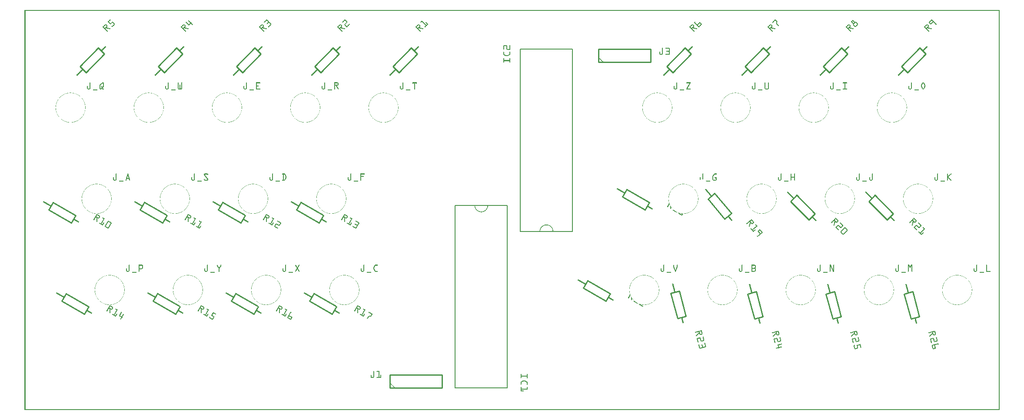
<source format=gto>
G04 MADE WITH FRITZING*
G04 WWW.FRITZING.ORG*
G04 DOUBLE SIDED*
G04 HOLES PLATED*
G04 CONTOUR ON CENTER OF CONTOUR VECTOR*
%ASAXBY*%
%FSLAX23Y23*%
%MOIN*%
%OFA0B0*%
%SFA1.0B1.0*%
%ADD10R,0.405916X1.405916X0.394084X1.394084*%
%ADD11C,0.005916*%
%ADD12C,0.010000*%
%ADD13R,0.001000X0.001000*%
%LNSILK1*%
G90*
G70*
G54D11*
X3804Y2771D02*
X4204Y2771D01*
X4204Y1371D01*
X3804Y1371D01*
X3804Y2771D01*
D02*
X3304Y1571D02*
X3704Y1571D01*
X3704Y171D01*
X3304Y171D01*
X3304Y1571D01*
D02*
G54D12*
X6811Y910D02*
X6862Y717D01*
D02*
X6862Y717D02*
X6799Y700D01*
D02*
X6799Y700D02*
X6747Y893D01*
D02*
X6747Y893D02*
X6811Y910D01*
D02*
X6211Y910D02*
X6262Y717D01*
D02*
X6262Y717D02*
X6199Y700D01*
D02*
X6199Y700D02*
X6147Y893D01*
D02*
X6147Y893D02*
X6211Y910D01*
D02*
X5611Y910D02*
X5662Y717D01*
D02*
X5662Y717D02*
X5599Y700D01*
D02*
X5599Y700D02*
X5547Y893D01*
D02*
X5547Y893D02*
X5611Y910D01*
D02*
X5021Y914D02*
X5073Y721D01*
D02*
X5073Y721D02*
X5009Y704D01*
D02*
X5009Y704D02*
X4957Y897D01*
D02*
X4957Y897D02*
X5021Y914D01*
D02*
X4319Y995D02*
X4492Y895D01*
D02*
X4492Y895D02*
X4459Y838D01*
D02*
X4459Y838D02*
X4286Y938D01*
D02*
X4286Y938D02*
X4319Y995D01*
D02*
X6522Y1650D02*
X6663Y1508D01*
D02*
X6663Y1508D02*
X6616Y1462D01*
D02*
X6616Y1462D02*
X6475Y1603D01*
D02*
X6475Y1603D02*
X6522Y1650D01*
D02*
X5922Y1650D02*
X6063Y1508D01*
D02*
X6063Y1508D02*
X6016Y1462D01*
D02*
X6016Y1462D02*
X5875Y1603D01*
D02*
X5875Y1603D02*
X5922Y1650D01*
D02*
X5292Y1665D02*
X5421Y1512D01*
D02*
X5421Y1512D02*
X5370Y1469D01*
D02*
X5370Y1469D02*
X5242Y1622D01*
D02*
X5242Y1622D02*
X5292Y1665D01*
D02*
X4619Y1695D02*
X4792Y1595D01*
D02*
X4792Y1595D02*
X4759Y1538D01*
D02*
X4759Y1538D02*
X4586Y1638D01*
D02*
X4586Y1638D02*
X4619Y1695D01*
D02*
X2392Y795D02*
X2359Y738D01*
D02*
X2359Y738D02*
X2186Y838D01*
D02*
X2186Y838D02*
X2219Y895D01*
D02*
X1792Y795D02*
X1759Y738D01*
D02*
X1759Y738D02*
X1586Y838D01*
D02*
X1586Y838D02*
X1619Y895D01*
D02*
X1192Y795D02*
X1159Y738D01*
D02*
X1159Y738D02*
X986Y838D01*
D02*
X986Y838D02*
X1019Y895D01*
D02*
X319Y895D02*
X492Y795D01*
D02*
X492Y795D02*
X459Y738D01*
D02*
X459Y738D02*
X286Y838D01*
D02*
X286Y838D02*
X319Y895D01*
D02*
X2292Y1495D02*
X2259Y1438D01*
D02*
X2259Y1438D02*
X2086Y1538D01*
D02*
X2086Y1538D02*
X2119Y1595D01*
D02*
X1692Y1495D02*
X1659Y1438D01*
D02*
X1659Y1438D02*
X1486Y1538D01*
D02*
X1486Y1538D02*
X1519Y1595D01*
D02*
X1092Y1495D02*
X1059Y1438D01*
D02*
X1059Y1438D02*
X886Y1538D01*
D02*
X886Y1538D02*
X919Y1595D01*
D02*
X219Y1595D02*
X392Y1495D01*
D02*
X392Y1495D02*
X359Y1438D01*
D02*
X359Y1438D02*
X186Y1538D01*
D02*
X186Y1538D02*
X219Y1595D01*
D02*
X6725Y2639D02*
X6867Y2780D01*
D02*
X6867Y2780D02*
X6913Y2734D01*
D02*
X6913Y2734D02*
X6772Y2592D01*
D02*
X6772Y2592D02*
X6725Y2639D01*
D02*
X6125Y2639D02*
X6267Y2780D01*
D02*
X6267Y2780D02*
X6313Y2734D01*
D02*
X6313Y2734D02*
X6172Y2592D01*
D02*
X6172Y2592D02*
X6125Y2639D01*
D02*
X5525Y2639D02*
X5667Y2780D01*
D02*
X5667Y2780D02*
X5713Y2734D01*
D02*
X5713Y2734D02*
X5572Y2592D01*
D02*
X5572Y2592D02*
X5525Y2639D01*
D02*
X4925Y2639D02*
X5067Y2780D01*
D02*
X5067Y2780D02*
X5113Y2734D01*
D02*
X5113Y2734D02*
X4972Y2592D01*
D02*
X4972Y2592D02*
X4925Y2639D01*
D02*
X425Y2639D02*
X567Y2780D01*
D02*
X567Y2780D02*
X613Y2734D01*
D02*
X613Y2734D02*
X472Y2592D01*
D02*
X472Y2592D02*
X425Y2639D01*
D02*
X1025Y2639D02*
X1167Y2780D01*
D02*
X1167Y2780D02*
X1213Y2734D01*
D02*
X1213Y2734D02*
X1072Y2592D01*
D02*
X1072Y2592D02*
X1025Y2639D01*
D02*
X1625Y2639D02*
X1767Y2780D01*
D02*
X1767Y2780D02*
X1813Y2734D01*
D02*
X1813Y2734D02*
X1672Y2592D01*
D02*
X1672Y2592D02*
X1625Y2639D01*
D02*
X2225Y2639D02*
X2367Y2780D01*
D02*
X2367Y2780D02*
X2413Y2734D01*
D02*
X2413Y2734D02*
X2272Y2592D01*
D02*
X2272Y2592D02*
X2225Y2639D01*
D02*
X2825Y2639D02*
X2967Y2780D01*
D02*
X2967Y2780D02*
X3013Y2734D01*
D02*
X3013Y2734D02*
X2872Y2592D01*
D02*
X2872Y2592D02*
X2825Y2639D01*
D02*
X4404Y2671D02*
X4804Y2671D01*
D02*
X4804Y2671D02*
X4804Y2771D01*
D02*
X4804Y2771D02*
X4404Y2771D01*
D02*
X4404Y2771D02*
X4404Y2671D01*
D02*
X2804Y171D02*
X3204Y171D01*
D02*
X3204Y171D02*
X3204Y271D01*
D02*
X3204Y271D02*
X2804Y271D01*
D02*
X2804Y271D02*
X2804Y171D01*
G54D13*
X0Y3071D02*
X7479Y3071D01*
X0Y3070D02*
X7479Y3070D01*
X0Y3069D02*
X7479Y3069D01*
X0Y3068D02*
X7479Y3068D01*
X0Y3067D02*
X7479Y3067D01*
X0Y3066D02*
X7479Y3066D01*
X0Y3065D02*
X7479Y3065D01*
X0Y3064D02*
X7479Y3064D01*
X0Y3063D02*
X7Y3063D01*
X7472Y3063D02*
X7479Y3063D01*
X0Y3062D02*
X7Y3062D01*
X7472Y3062D02*
X7479Y3062D01*
X0Y3061D02*
X7Y3061D01*
X7472Y3061D02*
X7479Y3061D01*
X0Y3060D02*
X7Y3060D01*
X7472Y3060D02*
X7479Y3060D01*
X0Y3059D02*
X7Y3059D01*
X7472Y3059D02*
X7479Y3059D01*
X0Y3058D02*
X7Y3058D01*
X7472Y3058D02*
X7479Y3058D01*
X0Y3057D02*
X7Y3057D01*
X7472Y3057D02*
X7479Y3057D01*
X0Y3056D02*
X7Y3056D01*
X7472Y3056D02*
X7479Y3056D01*
X0Y3055D02*
X7Y3055D01*
X7472Y3055D02*
X7479Y3055D01*
X0Y3054D02*
X7Y3054D01*
X7472Y3054D02*
X7479Y3054D01*
X0Y3053D02*
X7Y3053D01*
X7472Y3053D02*
X7479Y3053D01*
X0Y3052D02*
X7Y3052D01*
X7472Y3052D02*
X7479Y3052D01*
X0Y3051D02*
X7Y3051D01*
X7472Y3051D02*
X7479Y3051D01*
X0Y3050D02*
X7Y3050D01*
X7472Y3050D02*
X7479Y3050D01*
X0Y3049D02*
X7Y3049D01*
X7472Y3049D02*
X7479Y3049D01*
X0Y3048D02*
X7Y3048D01*
X7472Y3048D02*
X7479Y3048D01*
X0Y3047D02*
X7Y3047D01*
X7472Y3047D02*
X7479Y3047D01*
X0Y3046D02*
X7Y3046D01*
X7472Y3046D02*
X7479Y3046D01*
X0Y3045D02*
X7Y3045D01*
X7472Y3045D02*
X7479Y3045D01*
X0Y3044D02*
X7Y3044D01*
X7472Y3044D02*
X7479Y3044D01*
X0Y3043D02*
X7Y3043D01*
X7472Y3043D02*
X7479Y3043D01*
X0Y3042D02*
X7Y3042D01*
X7472Y3042D02*
X7479Y3042D01*
X0Y3041D02*
X7Y3041D01*
X7472Y3041D02*
X7479Y3041D01*
X0Y3040D02*
X7Y3040D01*
X7472Y3040D02*
X7479Y3040D01*
X0Y3039D02*
X7Y3039D01*
X7472Y3039D02*
X7479Y3039D01*
X0Y3038D02*
X7Y3038D01*
X7472Y3038D02*
X7479Y3038D01*
X0Y3037D02*
X7Y3037D01*
X7472Y3037D02*
X7479Y3037D01*
X0Y3036D02*
X7Y3036D01*
X7472Y3036D02*
X7479Y3036D01*
X0Y3035D02*
X7Y3035D01*
X7472Y3035D02*
X7479Y3035D01*
X0Y3034D02*
X7Y3034D01*
X7472Y3034D02*
X7479Y3034D01*
X0Y3033D02*
X7Y3033D01*
X7472Y3033D02*
X7479Y3033D01*
X0Y3032D02*
X7Y3032D01*
X7472Y3032D02*
X7479Y3032D01*
X0Y3031D02*
X7Y3031D01*
X7472Y3031D02*
X7479Y3031D01*
X0Y3030D02*
X7Y3030D01*
X7472Y3030D02*
X7479Y3030D01*
X0Y3029D02*
X7Y3029D01*
X7472Y3029D02*
X7479Y3029D01*
X0Y3028D02*
X7Y3028D01*
X7472Y3028D02*
X7479Y3028D01*
X0Y3027D02*
X7Y3027D01*
X7472Y3027D02*
X7479Y3027D01*
X0Y3026D02*
X7Y3026D01*
X7472Y3026D02*
X7479Y3026D01*
X0Y3025D02*
X7Y3025D01*
X7472Y3025D02*
X7479Y3025D01*
X0Y3024D02*
X7Y3024D01*
X7472Y3024D02*
X7479Y3024D01*
X0Y3023D02*
X7Y3023D01*
X7472Y3023D02*
X7479Y3023D01*
X0Y3022D02*
X7Y3022D01*
X7472Y3022D02*
X7479Y3022D01*
X0Y3021D02*
X7Y3021D01*
X7472Y3021D02*
X7479Y3021D01*
X0Y3020D02*
X7Y3020D01*
X7472Y3020D02*
X7479Y3020D01*
X0Y3019D02*
X7Y3019D01*
X7472Y3019D02*
X7479Y3019D01*
X0Y3018D02*
X7Y3018D01*
X7472Y3018D02*
X7479Y3018D01*
X0Y3017D02*
X7Y3017D01*
X7472Y3017D02*
X7479Y3017D01*
X0Y3016D02*
X7Y3016D01*
X7472Y3016D02*
X7479Y3016D01*
X0Y3015D02*
X7Y3015D01*
X7472Y3015D02*
X7479Y3015D01*
X0Y3014D02*
X7Y3014D01*
X7472Y3014D02*
X7479Y3014D01*
X0Y3013D02*
X7Y3013D01*
X7472Y3013D02*
X7479Y3013D01*
X0Y3012D02*
X7Y3012D01*
X7472Y3012D02*
X7479Y3012D01*
X0Y3011D02*
X7Y3011D01*
X7472Y3011D02*
X7479Y3011D01*
X0Y3010D02*
X7Y3010D01*
X7472Y3010D02*
X7479Y3010D01*
X0Y3009D02*
X7Y3009D01*
X7472Y3009D02*
X7479Y3009D01*
X0Y3008D02*
X7Y3008D01*
X7472Y3008D02*
X7479Y3008D01*
X0Y3007D02*
X7Y3007D01*
X7472Y3007D02*
X7479Y3007D01*
X0Y3006D02*
X7Y3006D01*
X7472Y3006D02*
X7479Y3006D01*
X0Y3005D02*
X7Y3005D01*
X7472Y3005D02*
X7479Y3005D01*
X0Y3004D02*
X7Y3004D01*
X7472Y3004D02*
X7479Y3004D01*
X0Y3003D02*
X7Y3003D01*
X7472Y3003D02*
X7479Y3003D01*
X0Y3002D02*
X7Y3002D01*
X7472Y3002D02*
X7479Y3002D01*
X0Y3001D02*
X7Y3001D01*
X7472Y3001D02*
X7479Y3001D01*
X0Y3000D02*
X7Y3000D01*
X5758Y3000D02*
X5758Y3000D01*
X7472Y3000D02*
X7479Y3000D01*
X0Y2999D02*
X7Y2999D01*
X658Y2999D02*
X658Y2999D01*
X5757Y2999D02*
X5759Y2999D01*
X6958Y2999D02*
X6958Y2999D01*
X7472Y2999D02*
X7479Y2999D01*
X0Y2998D02*
X7Y2998D01*
X656Y2998D02*
X660Y2998D01*
X5756Y2998D02*
X5760Y2998D01*
X6956Y2998D02*
X6960Y2998D01*
X7472Y2998D02*
X7479Y2998D01*
X0Y2997D02*
X7Y2997D01*
X655Y2997D02*
X661Y2997D01*
X1856Y2997D02*
X1861Y2997D01*
X2456Y2997D02*
X2461Y2997D01*
X5755Y2997D02*
X5761Y2997D01*
X6955Y2997D02*
X6961Y2997D01*
X7472Y2997D02*
X7479Y2997D01*
X0Y2996D02*
X7Y2996D01*
X654Y2996D02*
X661Y2996D01*
X1854Y2996D02*
X1862Y2996D01*
X2454Y2996D02*
X2462Y2996D01*
X5754Y2996D02*
X5762Y2996D01*
X6954Y2996D02*
X6962Y2996D01*
X7472Y2996D02*
X7479Y2996D01*
X0Y2995D02*
X7Y2995D01*
X653Y2995D02*
X661Y2995D01*
X1853Y2995D02*
X1863Y2995D01*
X2453Y2995D02*
X2463Y2995D01*
X5753Y2995D02*
X5763Y2995D01*
X6953Y2995D02*
X6963Y2995D01*
X7472Y2995D02*
X7479Y2995D01*
X0Y2994D02*
X7Y2994D01*
X652Y2994D02*
X661Y2994D01*
X1852Y2994D02*
X1864Y2994D01*
X2452Y2994D02*
X2464Y2994D01*
X5752Y2994D02*
X5764Y2994D01*
X6353Y2994D02*
X6354Y2994D01*
X6952Y2994D02*
X6964Y2994D01*
X7472Y2994D02*
X7479Y2994D01*
X0Y2993D02*
X7Y2993D01*
X651Y2993D02*
X660Y2993D01*
X1851Y2993D02*
X1865Y2993D01*
X2451Y2993D02*
X2465Y2993D01*
X5751Y2993D02*
X5765Y2993D01*
X6351Y2993D02*
X6355Y2993D01*
X6951Y2993D02*
X6965Y2993D01*
X7472Y2993D02*
X7479Y2993D01*
X0Y2992D02*
X7Y2992D01*
X650Y2992D02*
X659Y2992D01*
X1850Y2992D02*
X1866Y2992D01*
X2450Y2992D02*
X2466Y2992D01*
X5750Y2992D02*
X5766Y2992D01*
X6350Y2992D02*
X6356Y2992D01*
X6950Y2992D02*
X6966Y2992D01*
X7472Y2992D02*
X7479Y2992D01*
X0Y2991D02*
X7Y2991D01*
X649Y2991D02*
X658Y2991D01*
X1258Y2991D02*
X1259Y2991D01*
X1849Y2991D02*
X1867Y2991D01*
X2449Y2991D02*
X2467Y2991D01*
X5749Y2991D02*
X5767Y2991D01*
X6349Y2991D02*
X6357Y2991D01*
X6949Y2991D02*
X6967Y2991D01*
X7472Y2991D02*
X7479Y2991D01*
X0Y2990D02*
X7Y2990D01*
X648Y2990D02*
X657Y2990D01*
X1257Y2990D02*
X1261Y2990D01*
X1848Y2990D02*
X1857Y2990D01*
X1859Y2990D02*
X1868Y2990D01*
X2448Y2990D02*
X2457Y2990D01*
X2459Y2990D02*
X2468Y2990D01*
X3048Y2990D02*
X3049Y2990D01*
X5748Y2990D02*
X5757Y2990D01*
X5759Y2990D02*
X5768Y2990D01*
X6348Y2990D02*
X6358Y2990D01*
X6948Y2990D02*
X6957Y2990D01*
X6959Y2990D02*
X6968Y2990D01*
X7472Y2990D02*
X7479Y2990D01*
X0Y2989D02*
X7Y2989D01*
X647Y2989D02*
X656Y2989D01*
X1256Y2989D02*
X1262Y2989D01*
X1847Y2989D02*
X1856Y2989D01*
X1860Y2989D02*
X1869Y2989D01*
X2447Y2989D02*
X2456Y2989D01*
X2460Y2989D02*
X2469Y2989D01*
X3047Y2989D02*
X3050Y2989D01*
X5747Y2989D02*
X5756Y2989D01*
X5760Y2989D02*
X5769Y2989D01*
X6347Y2989D02*
X6359Y2989D01*
X6947Y2989D02*
X6956Y2989D01*
X6960Y2989D02*
X6969Y2989D01*
X7472Y2989D02*
X7479Y2989D01*
X0Y2988D02*
X7Y2988D01*
X646Y2988D02*
X655Y2988D01*
X1256Y2988D02*
X1263Y2988D01*
X1846Y2988D02*
X1855Y2988D01*
X1861Y2988D02*
X1870Y2988D01*
X2446Y2988D02*
X2455Y2988D01*
X2461Y2988D02*
X2470Y2988D01*
X3046Y2988D02*
X3051Y2988D01*
X5746Y2988D02*
X5755Y2988D01*
X5761Y2988D02*
X5770Y2988D01*
X6346Y2988D02*
X6360Y2988D01*
X6946Y2988D02*
X6955Y2988D01*
X6961Y2988D02*
X6970Y2988D01*
X7472Y2988D02*
X7479Y2988D01*
X0Y2987D02*
X7Y2987D01*
X645Y2987D02*
X654Y2987D01*
X1256Y2987D02*
X1264Y2987D01*
X1845Y2987D02*
X1854Y2987D01*
X1862Y2987D02*
X1871Y2987D01*
X2445Y2987D02*
X2454Y2987D01*
X2462Y2987D02*
X2471Y2987D01*
X3045Y2987D02*
X3052Y2987D01*
X5745Y2987D02*
X5754Y2987D01*
X5762Y2987D02*
X5771Y2987D01*
X6345Y2987D02*
X6361Y2987D01*
X6945Y2987D02*
X6954Y2987D01*
X6962Y2987D02*
X6971Y2987D01*
X7472Y2987D02*
X7479Y2987D01*
X0Y2986D02*
X7Y2986D01*
X644Y2986D02*
X653Y2986D01*
X1256Y2986D02*
X1265Y2986D01*
X1844Y2986D02*
X1853Y2986D01*
X1863Y2986D02*
X1872Y2986D01*
X2444Y2986D02*
X2453Y2986D01*
X2463Y2986D02*
X2472Y2986D01*
X3044Y2986D02*
X3053Y2986D01*
X5744Y2986D02*
X5753Y2986D01*
X5763Y2986D02*
X5772Y2986D01*
X6344Y2986D02*
X6362Y2986D01*
X6944Y2986D02*
X6953Y2986D01*
X6963Y2986D02*
X6972Y2986D01*
X7472Y2986D02*
X7479Y2986D01*
X0Y2985D02*
X7Y2985D01*
X643Y2985D02*
X652Y2985D01*
X1257Y2985D02*
X1266Y2985D01*
X1843Y2985D02*
X1852Y2985D01*
X1864Y2985D02*
X1873Y2985D01*
X2443Y2985D02*
X2452Y2985D01*
X2464Y2985D02*
X2473Y2985D01*
X3043Y2985D02*
X3054Y2985D01*
X5743Y2985D02*
X5752Y2985D01*
X5764Y2985D02*
X5773Y2985D01*
X6343Y2985D02*
X6352Y2985D01*
X6354Y2985D02*
X6363Y2985D01*
X6943Y2985D02*
X6952Y2985D01*
X6964Y2985D02*
X6973Y2985D01*
X7472Y2985D02*
X7479Y2985D01*
X0Y2984D02*
X7Y2984D01*
X642Y2984D02*
X651Y2984D01*
X1258Y2984D02*
X1267Y2984D01*
X1842Y2984D02*
X1851Y2984D01*
X1865Y2984D02*
X1874Y2984D01*
X2442Y2984D02*
X2451Y2984D01*
X2465Y2984D02*
X2474Y2984D01*
X3042Y2984D02*
X3055Y2984D01*
X5742Y2984D02*
X5751Y2984D01*
X5765Y2984D02*
X5773Y2984D01*
X6342Y2984D02*
X6351Y2984D01*
X6355Y2984D02*
X6364Y2984D01*
X6942Y2984D02*
X6951Y2984D01*
X6965Y2984D02*
X6974Y2984D01*
X7472Y2984D02*
X7479Y2984D01*
X0Y2983D02*
X7Y2983D01*
X641Y2983D02*
X650Y2983D01*
X1259Y2983D02*
X1268Y2983D01*
X1841Y2983D02*
X1850Y2983D01*
X1866Y2983D02*
X1874Y2983D01*
X2441Y2983D02*
X2450Y2983D01*
X2466Y2983D02*
X2475Y2983D01*
X3041Y2983D02*
X3056Y2983D01*
X5741Y2983D02*
X5750Y2983D01*
X5766Y2983D02*
X5774Y2983D01*
X6341Y2983D02*
X6350Y2983D01*
X6356Y2983D02*
X6365Y2983D01*
X6941Y2983D02*
X6950Y2983D01*
X6966Y2983D02*
X6975Y2983D01*
X7472Y2983D02*
X7479Y2983D01*
X0Y2982D02*
X7Y2982D01*
X640Y2982D02*
X649Y2982D01*
X1260Y2982D02*
X1269Y2982D01*
X1840Y2982D02*
X1849Y2982D01*
X1867Y2982D02*
X1875Y2982D01*
X2440Y2982D02*
X2449Y2982D01*
X2467Y2982D02*
X2476Y2982D01*
X3040Y2982D02*
X3057Y2982D01*
X5740Y2982D02*
X5749Y2982D01*
X5767Y2982D02*
X5774Y2982D01*
X6341Y2982D02*
X6349Y2982D01*
X6357Y2982D02*
X6366Y2982D01*
X6940Y2982D02*
X6949Y2982D01*
X6965Y2982D02*
X6976Y2982D01*
X7472Y2982D02*
X7479Y2982D01*
X0Y2981D02*
X7Y2981D01*
X639Y2981D02*
X648Y2981D01*
X1261Y2981D02*
X1270Y2981D01*
X1839Y2981D02*
X1848Y2981D01*
X1868Y2981D02*
X1875Y2981D01*
X2439Y2981D02*
X2448Y2981D01*
X2468Y2981D02*
X2476Y2981D01*
X3039Y2981D02*
X3058Y2981D01*
X5139Y2981D02*
X5143Y2981D01*
X5739Y2981D02*
X5748Y2981D01*
X5767Y2981D02*
X5773Y2981D01*
X6340Y2981D02*
X6348Y2981D01*
X6358Y2981D02*
X6367Y2981D01*
X6939Y2981D02*
X6948Y2981D01*
X6964Y2981D02*
X6977Y2981D01*
X7472Y2981D02*
X7479Y2981D01*
X0Y2980D02*
X7Y2980D01*
X640Y2980D02*
X649Y2980D01*
X672Y2980D02*
X678Y2980D01*
X1238Y2980D02*
X1242Y2980D01*
X1262Y2980D02*
X1271Y2980D01*
X1838Y2980D02*
X1847Y2980D01*
X1869Y2980D02*
X1875Y2980D01*
X2438Y2980D02*
X2447Y2980D01*
X2469Y2980D02*
X2476Y2980D01*
X3038Y2980D02*
X3047Y2980D01*
X3050Y2980D02*
X3059Y2980D01*
X5138Y2980D02*
X5144Y2980D01*
X5738Y2980D02*
X5747Y2980D01*
X5767Y2980D02*
X5773Y2980D01*
X6341Y2980D02*
X6349Y2980D01*
X6359Y2980D02*
X6368Y2980D01*
X6372Y2980D02*
X6378Y2980D01*
X6938Y2980D02*
X6947Y2980D01*
X6963Y2980D02*
X6978Y2980D01*
X7472Y2980D02*
X7479Y2980D01*
X0Y2979D02*
X7Y2979D01*
X641Y2979D02*
X650Y2979D01*
X671Y2979D02*
X679Y2979D01*
X1237Y2979D02*
X1243Y2979D01*
X1263Y2979D02*
X1272Y2979D01*
X1837Y2979D02*
X1846Y2979D01*
X1869Y2979D02*
X1878Y2979D01*
X2437Y2979D02*
X2446Y2979D01*
X2470Y2979D02*
X2476Y2979D01*
X3037Y2979D02*
X3046Y2979D01*
X3051Y2979D02*
X3060Y2979D01*
X5137Y2979D02*
X5144Y2979D01*
X5737Y2979D02*
X5746Y2979D01*
X5767Y2979D02*
X5773Y2979D01*
X6341Y2979D02*
X6350Y2979D01*
X6360Y2979D02*
X6379Y2979D01*
X6937Y2979D02*
X6946Y2979D01*
X6962Y2979D02*
X6979Y2979D01*
X7472Y2979D02*
X7479Y2979D01*
X0Y2978D02*
X7Y2978D01*
X642Y2978D02*
X651Y2978D01*
X670Y2978D02*
X680Y2978D01*
X1237Y2978D02*
X1244Y2978D01*
X1264Y2978D02*
X1273Y2978D01*
X1836Y2978D02*
X1845Y2978D01*
X1869Y2978D02*
X1880Y2978D01*
X2436Y2978D02*
X2445Y2978D01*
X2470Y2978D02*
X2476Y2978D01*
X3036Y2978D02*
X3045Y2978D01*
X3052Y2978D02*
X3061Y2978D01*
X3078Y2978D02*
X3080Y2978D01*
X5136Y2978D02*
X5144Y2978D01*
X5178Y2978D02*
X5180Y2978D01*
X5736Y2978D02*
X5745Y2978D01*
X5767Y2978D02*
X5773Y2978D01*
X6342Y2978D02*
X6351Y2978D01*
X6361Y2978D02*
X6380Y2978D01*
X6936Y2978D02*
X6945Y2978D01*
X6961Y2978D02*
X6980Y2978D01*
X7472Y2978D02*
X7479Y2978D01*
X0Y2977D02*
X7Y2977D01*
X643Y2977D02*
X652Y2977D01*
X669Y2977D02*
X681Y2977D01*
X1237Y2977D02*
X1245Y2977D01*
X1265Y2977D02*
X1274Y2977D01*
X1278Y2977D02*
X1278Y2977D01*
X1836Y2977D02*
X1844Y2977D01*
X1868Y2977D02*
X1881Y2977D01*
X2436Y2977D02*
X2444Y2977D01*
X2469Y2977D02*
X2476Y2977D01*
X3036Y2977D02*
X3044Y2977D01*
X3053Y2977D02*
X3062Y2977D01*
X3077Y2977D02*
X3081Y2977D01*
X5136Y2977D02*
X5144Y2977D01*
X5177Y2977D02*
X5181Y2977D01*
X5736Y2977D02*
X5744Y2977D01*
X5767Y2977D02*
X5773Y2977D01*
X6343Y2977D02*
X6352Y2977D01*
X6362Y2977D02*
X6381Y2977D01*
X6936Y2977D02*
X6944Y2977D01*
X6960Y2977D02*
X6969Y2977D01*
X6972Y2977D02*
X6981Y2977D01*
X7472Y2977D02*
X7479Y2977D01*
X0Y2976D02*
X7Y2976D01*
X644Y2976D02*
X653Y2976D01*
X668Y2976D02*
X682Y2976D01*
X1237Y2976D02*
X1246Y2976D01*
X1266Y2976D02*
X1280Y2976D01*
X1836Y2976D02*
X1843Y2976D01*
X1867Y2976D02*
X1882Y2976D01*
X2436Y2976D02*
X2443Y2976D01*
X2468Y2976D02*
X2476Y2976D01*
X3036Y2976D02*
X3043Y2976D01*
X3054Y2976D02*
X3063Y2976D01*
X3076Y2976D02*
X3082Y2976D01*
X5136Y2976D02*
X5143Y2976D01*
X5176Y2976D02*
X5182Y2976D01*
X5736Y2976D02*
X5743Y2976D01*
X5767Y2976D02*
X5773Y2976D01*
X6344Y2976D02*
X6353Y2976D01*
X6363Y2976D02*
X6382Y2976D01*
X6936Y2976D02*
X6943Y2976D01*
X6959Y2976D02*
X6968Y2976D01*
X6973Y2976D02*
X6982Y2976D01*
X7472Y2976D02*
X7479Y2976D01*
X0Y2975D02*
X7Y2975D01*
X645Y2975D02*
X654Y2975D01*
X667Y2975D02*
X683Y2975D01*
X1238Y2975D02*
X1247Y2975D01*
X1267Y2975D02*
X1281Y2975D01*
X1836Y2975D02*
X1842Y2975D01*
X1866Y2975D02*
X1883Y2975D01*
X2436Y2975D02*
X2442Y2975D01*
X2467Y2975D02*
X2475Y2975D01*
X3036Y2975D02*
X3042Y2975D01*
X3055Y2975D02*
X3064Y2975D01*
X3076Y2975D02*
X3083Y2975D01*
X5136Y2975D02*
X5144Y2975D01*
X5175Y2975D02*
X5183Y2975D01*
X5736Y2975D02*
X5743Y2975D01*
X5767Y2975D02*
X5773Y2975D01*
X6345Y2975D02*
X6354Y2975D01*
X6364Y2975D02*
X6383Y2975D01*
X6936Y2975D02*
X6944Y2975D01*
X6958Y2975D02*
X6967Y2975D01*
X6974Y2975D02*
X6983Y2975D01*
X7472Y2975D02*
X7479Y2975D01*
X0Y2974D02*
X7Y2974D01*
X646Y2974D02*
X655Y2974D01*
X666Y2974D02*
X684Y2974D01*
X1239Y2974D02*
X1248Y2974D01*
X1268Y2974D02*
X1281Y2974D01*
X1837Y2974D02*
X1841Y2974D01*
X1865Y2974D02*
X1884Y2974D01*
X2436Y2974D02*
X2441Y2974D01*
X2466Y2974D02*
X2474Y2974D01*
X3036Y2974D02*
X3041Y2974D01*
X3056Y2974D02*
X3065Y2974D01*
X3076Y2974D02*
X3084Y2974D01*
X5136Y2974D02*
X5145Y2974D01*
X5174Y2974D02*
X5184Y2974D01*
X5736Y2974D02*
X5744Y2974D01*
X5767Y2974D02*
X5773Y2974D01*
X6346Y2974D02*
X6355Y2974D01*
X6365Y2974D02*
X6384Y2974D01*
X6936Y2974D02*
X6945Y2974D01*
X6957Y2974D02*
X6966Y2974D01*
X6975Y2974D02*
X6984Y2974D01*
X7472Y2974D02*
X7479Y2974D01*
X0Y2973D02*
X7Y2973D01*
X647Y2973D02*
X656Y2973D01*
X665Y2973D02*
X673Y2973D01*
X676Y2973D02*
X685Y2973D01*
X1240Y2973D02*
X1249Y2973D01*
X1269Y2973D02*
X1281Y2973D01*
X1838Y2973D02*
X1840Y2973D01*
X1864Y2973D02*
X1885Y2973D01*
X2438Y2973D02*
X2440Y2973D01*
X2465Y2973D02*
X2473Y2973D01*
X3038Y2973D02*
X3040Y2973D01*
X3057Y2973D02*
X3066Y2973D01*
X3077Y2973D02*
X3085Y2973D01*
X5137Y2973D02*
X5146Y2973D01*
X5173Y2973D02*
X5185Y2973D01*
X5737Y2973D02*
X5743Y2973D01*
X5767Y2973D02*
X5773Y2973D01*
X6347Y2973D02*
X6356Y2973D01*
X6364Y2973D02*
X6373Y2973D01*
X6376Y2973D02*
X6385Y2973D01*
X6937Y2973D02*
X6946Y2973D01*
X6956Y2973D02*
X6965Y2973D01*
X6976Y2973D02*
X6985Y2973D01*
X7472Y2973D02*
X7479Y2973D01*
X0Y2972D02*
X7Y2972D01*
X648Y2972D02*
X657Y2972D01*
X664Y2972D02*
X672Y2972D01*
X677Y2972D02*
X686Y2972D01*
X1241Y2972D02*
X1250Y2972D01*
X1270Y2972D02*
X1280Y2972D01*
X1863Y2972D02*
X1873Y2972D01*
X1877Y2972D02*
X1886Y2972D01*
X2464Y2972D02*
X2472Y2972D01*
X3058Y2972D02*
X3067Y2972D01*
X3077Y2972D02*
X3086Y2972D01*
X5138Y2972D02*
X5147Y2972D01*
X5172Y2972D02*
X5186Y2972D01*
X5738Y2972D02*
X5743Y2972D01*
X5767Y2972D02*
X5773Y2972D01*
X6348Y2972D02*
X6357Y2972D01*
X6363Y2972D02*
X6372Y2972D01*
X6377Y2972D02*
X6386Y2972D01*
X6938Y2972D02*
X6947Y2972D01*
X6955Y2972D02*
X6964Y2972D01*
X6977Y2972D02*
X6986Y2972D01*
X7472Y2972D02*
X7479Y2972D01*
X0Y2971D02*
X7Y2971D01*
X649Y2971D02*
X658Y2971D01*
X663Y2971D02*
X671Y2971D01*
X678Y2971D02*
X687Y2971D01*
X1242Y2971D02*
X1251Y2971D01*
X1271Y2971D02*
X1280Y2971D01*
X1862Y2971D02*
X1871Y2971D01*
X1878Y2971D02*
X1887Y2971D01*
X2463Y2971D02*
X2471Y2971D01*
X3059Y2971D02*
X3068Y2971D01*
X3078Y2971D02*
X3087Y2971D01*
X5139Y2971D02*
X5148Y2971D01*
X5171Y2971D02*
X5187Y2971D01*
X5739Y2971D02*
X5742Y2971D01*
X5767Y2971D02*
X5773Y2971D01*
X6349Y2971D02*
X6358Y2971D01*
X6362Y2971D02*
X6371Y2971D01*
X6378Y2971D02*
X6387Y2971D01*
X6939Y2971D02*
X6948Y2971D01*
X6954Y2971D02*
X6963Y2971D01*
X6978Y2971D02*
X6987Y2971D01*
X7472Y2971D02*
X7479Y2971D01*
X0Y2970D02*
X7Y2970D01*
X650Y2970D02*
X659Y2970D01*
X662Y2970D02*
X670Y2970D01*
X679Y2970D02*
X688Y2970D01*
X1243Y2970D02*
X1252Y2970D01*
X1270Y2970D02*
X1281Y2970D01*
X1861Y2970D02*
X1870Y2970D01*
X1879Y2970D02*
X1888Y2970D01*
X2462Y2970D02*
X2470Y2970D01*
X3060Y2970D02*
X3069Y2970D01*
X3079Y2970D02*
X3088Y2970D01*
X5140Y2970D02*
X5149Y2970D01*
X5170Y2970D02*
X5188Y2970D01*
X5767Y2970D02*
X5773Y2970D01*
X6350Y2970D02*
X6359Y2970D01*
X6361Y2970D02*
X6370Y2970D01*
X6379Y2970D02*
X6388Y2970D01*
X6940Y2970D02*
X6949Y2970D01*
X6953Y2970D02*
X6962Y2970D01*
X6979Y2970D02*
X6988Y2970D01*
X7472Y2970D02*
X7479Y2970D01*
X0Y2969D02*
X7Y2969D01*
X651Y2969D02*
X669Y2969D01*
X680Y2969D02*
X689Y2969D01*
X1244Y2969D02*
X1253Y2969D01*
X1269Y2969D02*
X1282Y2969D01*
X1860Y2969D02*
X1869Y2969D01*
X1880Y2969D02*
X1889Y2969D01*
X2461Y2969D02*
X2469Y2969D01*
X3061Y2969D02*
X3070Y2969D01*
X3080Y2969D02*
X3089Y2969D01*
X5141Y2969D02*
X5150Y2969D01*
X5169Y2969D02*
X5178Y2969D01*
X5180Y2969D02*
X5189Y2969D01*
X5766Y2969D02*
X5772Y2969D01*
X6351Y2969D02*
X6369Y2969D01*
X6380Y2969D02*
X6389Y2969D01*
X6941Y2969D02*
X6950Y2969D01*
X6952Y2969D02*
X6961Y2969D01*
X6980Y2969D02*
X6989Y2969D01*
X7472Y2969D02*
X7479Y2969D01*
X0Y2968D02*
X7Y2968D01*
X652Y2968D02*
X668Y2968D01*
X681Y2968D02*
X690Y2968D01*
X1245Y2968D02*
X1254Y2968D01*
X1268Y2968D02*
X1283Y2968D01*
X1859Y2968D02*
X1868Y2968D01*
X1881Y2968D02*
X1890Y2968D01*
X2460Y2968D02*
X2468Y2968D01*
X3062Y2968D02*
X3071Y2968D01*
X3081Y2968D02*
X3090Y2968D01*
X5142Y2968D02*
X5151Y2968D01*
X5168Y2968D02*
X5177Y2968D01*
X5181Y2968D02*
X5190Y2968D01*
X5766Y2968D02*
X5772Y2968D01*
X6352Y2968D02*
X6368Y2968D01*
X6381Y2968D02*
X6390Y2968D01*
X6942Y2968D02*
X6960Y2968D01*
X6981Y2968D02*
X6990Y2968D01*
X7472Y2968D02*
X7479Y2968D01*
X0Y2967D02*
X7Y2967D01*
X653Y2967D02*
X667Y2967D01*
X682Y2967D02*
X691Y2967D01*
X1246Y2967D02*
X1255Y2967D01*
X1267Y2967D02*
X1284Y2967D01*
X1859Y2967D02*
X1867Y2967D01*
X1882Y2967D02*
X1891Y2967D01*
X2459Y2967D02*
X2467Y2967D01*
X3063Y2967D02*
X3072Y2967D01*
X3082Y2967D02*
X3091Y2967D01*
X5143Y2967D02*
X5152Y2967D01*
X5167Y2967D02*
X5176Y2967D01*
X5182Y2967D02*
X5191Y2967D01*
X5766Y2967D02*
X5772Y2967D01*
X6353Y2967D02*
X6367Y2967D01*
X6382Y2967D02*
X6391Y2967D01*
X6943Y2967D02*
X6959Y2967D01*
X6982Y2967D02*
X6991Y2967D01*
X7472Y2967D02*
X7479Y2967D01*
X0Y2966D02*
X7Y2966D01*
X654Y2966D02*
X666Y2966D01*
X683Y2966D02*
X692Y2966D01*
X1247Y2966D02*
X1256Y2966D01*
X1266Y2966D02*
X1285Y2966D01*
X1858Y2966D02*
X1866Y2966D01*
X1883Y2966D02*
X1892Y2966D01*
X2458Y2966D02*
X2466Y2966D01*
X3064Y2966D02*
X3073Y2966D01*
X3083Y2966D02*
X3092Y2966D01*
X5144Y2966D02*
X5153Y2966D01*
X5166Y2966D02*
X5175Y2966D01*
X5183Y2966D02*
X5192Y2966D01*
X5766Y2966D02*
X5773Y2966D01*
X6354Y2966D02*
X6366Y2966D01*
X6383Y2966D02*
X6392Y2966D01*
X6944Y2966D02*
X6958Y2966D01*
X6983Y2966D02*
X6992Y2966D01*
X7472Y2966D02*
X7479Y2966D01*
X0Y2965D02*
X7Y2965D01*
X655Y2965D02*
X665Y2965D01*
X684Y2965D02*
X693Y2965D01*
X1248Y2965D02*
X1257Y2965D01*
X1265Y2965D02*
X1274Y2965D01*
X1277Y2965D02*
X1286Y2965D01*
X1857Y2965D02*
X1865Y2965D01*
X1884Y2965D02*
X1893Y2965D01*
X2457Y2965D02*
X2465Y2965D01*
X2490Y2965D02*
X2493Y2965D01*
X3065Y2965D02*
X3074Y2965D01*
X3084Y2965D02*
X3093Y2965D01*
X5145Y2965D02*
X5154Y2965D01*
X5165Y2965D02*
X5174Y2965D01*
X5184Y2965D02*
X5193Y2965D01*
X5766Y2965D02*
X5774Y2965D01*
X6355Y2965D02*
X6365Y2965D01*
X6384Y2965D02*
X6392Y2965D01*
X6945Y2965D02*
X6957Y2965D01*
X6984Y2965D02*
X6993Y2965D01*
X7472Y2965D02*
X7479Y2965D01*
X0Y2964D02*
X7Y2964D01*
X656Y2964D02*
X664Y2964D01*
X685Y2964D02*
X693Y2964D01*
X1249Y2964D02*
X1258Y2964D01*
X1264Y2964D02*
X1273Y2964D01*
X1278Y2964D02*
X1287Y2964D01*
X1857Y2964D02*
X1864Y2964D01*
X1885Y2964D02*
X1893Y2964D01*
X2456Y2964D02*
X2464Y2964D01*
X2489Y2964D02*
X2494Y2964D01*
X3066Y2964D02*
X3075Y2964D01*
X3085Y2964D02*
X3094Y2964D01*
X5146Y2964D02*
X5155Y2964D01*
X5164Y2964D02*
X5173Y2964D01*
X5185Y2964D02*
X5194Y2964D01*
X5766Y2964D02*
X5775Y2964D01*
X6355Y2964D02*
X6364Y2964D01*
X6385Y2964D02*
X6393Y2964D01*
X6946Y2964D02*
X6956Y2964D01*
X6985Y2964D02*
X6994Y2964D01*
X7472Y2964D02*
X7479Y2964D01*
X0Y2963D02*
X7Y2963D01*
X657Y2963D02*
X663Y2963D01*
X686Y2963D02*
X693Y2963D01*
X1250Y2963D02*
X1259Y2963D01*
X1263Y2963D02*
X1272Y2963D01*
X1279Y2963D02*
X1288Y2963D01*
X1858Y2963D02*
X1863Y2963D01*
X1886Y2963D02*
X1893Y2963D01*
X2455Y2963D02*
X2463Y2963D01*
X2488Y2963D02*
X2494Y2963D01*
X3067Y2963D02*
X3076Y2963D01*
X3086Y2963D02*
X3094Y2963D01*
X5147Y2963D02*
X5156Y2963D01*
X5163Y2963D02*
X5172Y2963D01*
X5186Y2963D02*
X5194Y2963D01*
X5767Y2963D02*
X5776Y2963D01*
X6355Y2963D02*
X6363Y2963D01*
X6386Y2963D02*
X6393Y2963D01*
X6947Y2963D02*
X6955Y2963D01*
X6986Y2963D02*
X6994Y2963D01*
X7472Y2963D02*
X7479Y2963D01*
X0Y2962D02*
X7Y2962D01*
X658Y2962D02*
X662Y2962D01*
X687Y2962D02*
X693Y2962D01*
X1251Y2962D02*
X1260Y2962D01*
X1262Y2962D02*
X1271Y2962D01*
X1280Y2962D02*
X1289Y2962D01*
X1858Y2962D02*
X1862Y2962D01*
X1887Y2962D02*
X1893Y2962D01*
X2454Y2962D02*
X2462Y2962D01*
X2487Y2962D02*
X2495Y2962D01*
X3068Y2962D02*
X3077Y2962D01*
X3087Y2962D02*
X3094Y2962D01*
X5148Y2962D02*
X5157Y2962D01*
X5162Y2962D02*
X5171Y2962D01*
X5187Y2962D02*
X5194Y2962D01*
X5768Y2962D02*
X5777Y2962D01*
X6354Y2962D02*
X6362Y2962D01*
X6387Y2962D02*
X6393Y2962D01*
X6948Y2962D02*
X6954Y2962D01*
X6987Y2962D02*
X6994Y2962D01*
X7472Y2962D02*
X7479Y2962D01*
X0Y2961D02*
X7Y2961D01*
X659Y2961D02*
X661Y2961D01*
X686Y2961D02*
X693Y2961D01*
X1252Y2961D02*
X1270Y2961D01*
X1281Y2961D02*
X1290Y2961D01*
X1860Y2961D02*
X1861Y2961D01*
X1886Y2961D02*
X1893Y2961D01*
X2454Y2961D02*
X2461Y2961D01*
X2486Y2961D02*
X2494Y2961D01*
X3069Y2961D02*
X3078Y2961D01*
X3086Y2961D02*
X3094Y2961D01*
X5149Y2961D02*
X5158Y2961D01*
X5161Y2961D02*
X5170Y2961D01*
X5186Y2961D02*
X5194Y2961D01*
X5769Y2961D02*
X5778Y2961D01*
X6354Y2961D02*
X6361Y2961D01*
X6386Y2961D02*
X6393Y2961D01*
X6949Y2961D02*
X6953Y2961D01*
X6986Y2961D02*
X6994Y2961D01*
X7472Y2961D02*
X7479Y2961D01*
X0Y2960D02*
X7Y2960D01*
X619Y2960D02*
X627Y2960D01*
X660Y2960D02*
X660Y2960D01*
X685Y2960D02*
X693Y2960D01*
X1219Y2960D02*
X1226Y2960D01*
X1253Y2960D02*
X1269Y2960D01*
X1282Y2960D02*
X1291Y2960D01*
X1819Y2960D02*
X1826Y2960D01*
X1885Y2960D02*
X1893Y2960D01*
X2419Y2960D02*
X2426Y2960D01*
X2454Y2960D02*
X2460Y2960D01*
X2485Y2960D02*
X2494Y2960D01*
X3019Y2960D02*
X3026Y2960D01*
X3070Y2960D02*
X3079Y2960D01*
X3085Y2960D02*
X3094Y2960D01*
X5119Y2960D02*
X5126Y2960D01*
X5150Y2960D02*
X5169Y2960D01*
X5185Y2960D02*
X5194Y2960D01*
X5719Y2960D02*
X5726Y2960D01*
X5770Y2960D02*
X5779Y2960D01*
X6319Y2960D02*
X6326Y2960D01*
X6354Y2960D02*
X6360Y2960D01*
X6385Y2960D02*
X6393Y2960D01*
X6919Y2960D02*
X6926Y2960D01*
X6986Y2960D02*
X6994Y2960D01*
X7472Y2960D02*
X7479Y2960D01*
X0Y2959D02*
X7Y2959D01*
X618Y2959D02*
X628Y2959D01*
X684Y2959D02*
X692Y2959D01*
X1217Y2959D02*
X1228Y2959D01*
X1254Y2959D02*
X1268Y2959D01*
X1283Y2959D02*
X1291Y2959D01*
X1817Y2959D02*
X1828Y2959D01*
X1884Y2959D02*
X1892Y2959D01*
X2417Y2959D02*
X2428Y2959D01*
X2454Y2959D02*
X2460Y2959D01*
X2484Y2959D02*
X2493Y2959D01*
X3017Y2959D02*
X3028Y2959D01*
X3071Y2959D02*
X3080Y2959D01*
X3084Y2959D02*
X3093Y2959D01*
X5117Y2959D02*
X5128Y2959D01*
X5151Y2959D02*
X5168Y2959D01*
X5184Y2959D02*
X5193Y2959D01*
X5717Y2959D02*
X5728Y2959D01*
X5771Y2959D02*
X5780Y2959D01*
X6317Y2959D02*
X6328Y2959D01*
X6354Y2959D02*
X6360Y2959D01*
X6384Y2959D02*
X6392Y2959D01*
X6917Y2959D02*
X6928Y2959D01*
X6986Y2959D02*
X6993Y2959D01*
X7472Y2959D02*
X7479Y2959D01*
X0Y2958D02*
X7Y2958D01*
X616Y2958D02*
X630Y2958D01*
X683Y2958D02*
X692Y2958D01*
X1216Y2958D02*
X1230Y2958D01*
X1255Y2958D02*
X1267Y2958D01*
X1284Y2958D02*
X1291Y2958D01*
X1816Y2958D02*
X1830Y2958D01*
X1883Y2958D02*
X1892Y2958D01*
X2416Y2958D02*
X2430Y2958D01*
X2454Y2958D02*
X2461Y2958D01*
X2483Y2958D02*
X2492Y2958D01*
X3016Y2958D02*
X3029Y2958D01*
X3072Y2958D02*
X3081Y2958D01*
X3083Y2958D02*
X3092Y2958D01*
X5116Y2958D02*
X5129Y2958D01*
X5152Y2958D02*
X5167Y2958D01*
X5183Y2958D02*
X5192Y2958D01*
X5716Y2958D02*
X5729Y2958D01*
X5772Y2958D02*
X5781Y2958D01*
X6316Y2958D02*
X6329Y2958D01*
X6354Y2958D02*
X6361Y2958D01*
X6383Y2958D02*
X6391Y2958D01*
X6916Y2958D02*
X6929Y2958D01*
X6986Y2958D02*
X6992Y2958D01*
X7472Y2958D02*
X7479Y2958D01*
X0Y2957D02*
X7Y2957D01*
X615Y2957D02*
X631Y2957D01*
X682Y2957D02*
X691Y2957D01*
X1215Y2957D02*
X1231Y2957D01*
X1256Y2957D02*
X1266Y2957D01*
X1285Y2957D02*
X1291Y2957D01*
X1815Y2957D02*
X1831Y2957D01*
X1882Y2957D02*
X1891Y2957D01*
X2415Y2957D02*
X2431Y2957D01*
X2454Y2957D02*
X2462Y2957D01*
X2482Y2957D02*
X2491Y2957D01*
X3015Y2957D02*
X3031Y2957D01*
X3073Y2957D02*
X3091Y2957D01*
X5115Y2957D02*
X5130Y2957D01*
X5153Y2957D02*
X5166Y2957D01*
X5182Y2957D02*
X5191Y2957D01*
X5715Y2957D02*
X5730Y2957D01*
X5773Y2957D02*
X5782Y2957D01*
X6315Y2957D02*
X6330Y2957D01*
X6354Y2957D02*
X6362Y2957D01*
X6382Y2957D02*
X6391Y2957D01*
X6915Y2957D02*
X6930Y2957D01*
X6987Y2957D02*
X6990Y2957D01*
X7472Y2957D02*
X7479Y2957D01*
X0Y2956D02*
X7Y2956D01*
X614Y2956D02*
X632Y2956D01*
X681Y2956D02*
X690Y2956D01*
X1214Y2956D02*
X1232Y2956D01*
X1257Y2956D02*
X1265Y2956D01*
X1286Y2956D02*
X1290Y2956D01*
X1814Y2956D02*
X1832Y2956D01*
X1881Y2956D02*
X1890Y2956D01*
X2414Y2956D02*
X2432Y2956D01*
X2455Y2956D02*
X2463Y2956D01*
X2481Y2956D02*
X2490Y2956D01*
X3014Y2956D02*
X3032Y2956D01*
X3074Y2956D02*
X3090Y2956D01*
X5114Y2956D02*
X5131Y2956D01*
X5154Y2956D02*
X5165Y2956D01*
X5181Y2956D02*
X5190Y2956D01*
X5714Y2956D02*
X5731Y2956D01*
X5774Y2956D02*
X5783Y2956D01*
X6314Y2956D02*
X6331Y2956D01*
X6355Y2956D02*
X6363Y2956D01*
X6381Y2956D02*
X6390Y2956D01*
X6914Y2956D02*
X6931Y2956D01*
X7472Y2956D02*
X7479Y2956D01*
X0Y2955D02*
X7Y2955D01*
X613Y2955D02*
X633Y2955D01*
X680Y2955D02*
X689Y2955D01*
X1213Y2955D02*
X1233Y2955D01*
X1258Y2955D02*
X1264Y2955D01*
X1813Y2955D02*
X1833Y2955D01*
X1880Y2955D02*
X1889Y2955D01*
X2413Y2955D02*
X2433Y2955D01*
X2455Y2955D02*
X2464Y2955D01*
X2480Y2955D02*
X2489Y2955D01*
X3013Y2955D02*
X3033Y2955D01*
X3075Y2955D02*
X3089Y2955D01*
X5113Y2955D02*
X5132Y2955D01*
X5155Y2955D02*
X5164Y2955D01*
X5180Y2955D02*
X5189Y2955D01*
X5713Y2955D02*
X5732Y2955D01*
X5775Y2955D02*
X5784Y2955D01*
X6313Y2955D02*
X6332Y2955D01*
X6355Y2955D02*
X6364Y2955D01*
X6380Y2955D02*
X6389Y2955D01*
X6913Y2955D02*
X6932Y2955D01*
X7472Y2955D02*
X7479Y2955D01*
X0Y2954D02*
X7Y2954D01*
X612Y2954D02*
X633Y2954D01*
X679Y2954D02*
X688Y2954D01*
X1212Y2954D02*
X1233Y2954D01*
X1259Y2954D02*
X1263Y2954D01*
X1812Y2954D02*
X1833Y2954D01*
X1879Y2954D02*
X1888Y2954D01*
X2412Y2954D02*
X2433Y2954D01*
X2456Y2954D02*
X2465Y2954D01*
X2479Y2954D02*
X2488Y2954D01*
X3012Y2954D02*
X3033Y2954D01*
X3076Y2954D02*
X3088Y2954D01*
X5112Y2954D02*
X5133Y2954D01*
X5156Y2954D02*
X5165Y2954D01*
X5179Y2954D02*
X5188Y2954D01*
X5712Y2954D02*
X5733Y2954D01*
X5776Y2954D02*
X5784Y2954D01*
X6312Y2954D02*
X6333Y2954D01*
X6356Y2954D02*
X6365Y2954D01*
X6379Y2954D02*
X6388Y2954D01*
X6912Y2954D02*
X6933Y2954D01*
X7472Y2954D02*
X7479Y2954D01*
X0Y2953D02*
X7Y2953D01*
X611Y2953D02*
X620Y2953D01*
X626Y2953D02*
X634Y2953D01*
X678Y2953D02*
X687Y2953D01*
X1211Y2953D02*
X1220Y2953D01*
X1226Y2953D02*
X1234Y2953D01*
X1260Y2953D02*
X1262Y2953D01*
X1811Y2953D02*
X1820Y2953D01*
X1826Y2953D02*
X1834Y2953D01*
X1878Y2953D02*
X1887Y2953D01*
X2411Y2953D02*
X2420Y2953D01*
X2426Y2953D02*
X2434Y2953D01*
X2457Y2953D02*
X2466Y2953D01*
X2478Y2953D02*
X2487Y2953D01*
X3011Y2953D02*
X3020Y2953D01*
X3026Y2953D02*
X3034Y2953D01*
X3077Y2953D02*
X3087Y2953D01*
X5111Y2953D02*
X5120Y2953D01*
X5125Y2953D02*
X5134Y2953D01*
X5157Y2953D02*
X5166Y2953D01*
X5178Y2953D02*
X5187Y2953D01*
X5711Y2953D02*
X5720Y2953D01*
X5725Y2953D02*
X5734Y2953D01*
X5777Y2953D02*
X5785Y2953D01*
X6311Y2953D02*
X6320Y2953D01*
X6325Y2953D02*
X6334Y2953D01*
X6357Y2953D02*
X6366Y2953D01*
X6378Y2953D02*
X6387Y2953D01*
X6911Y2953D02*
X6920Y2953D01*
X6925Y2953D02*
X6934Y2953D01*
X7472Y2953D02*
X7479Y2953D01*
X0Y2952D02*
X7Y2952D01*
X610Y2952D02*
X619Y2952D01*
X627Y2952D02*
X635Y2952D01*
X677Y2952D02*
X686Y2952D01*
X1210Y2952D02*
X1219Y2952D01*
X1227Y2952D02*
X1235Y2952D01*
X1261Y2952D02*
X1261Y2952D01*
X1810Y2952D02*
X1819Y2952D01*
X1827Y2952D02*
X1835Y2952D01*
X1877Y2952D02*
X1886Y2952D01*
X2410Y2952D02*
X2419Y2952D01*
X2427Y2952D02*
X2435Y2952D01*
X2458Y2952D02*
X2467Y2952D01*
X2477Y2952D02*
X2486Y2952D01*
X3010Y2952D02*
X3019Y2952D01*
X3027Y2952D02*
X3035Y2952D01*
X3077Y2952D02*
X3086Y2952D01*
X5110Y2952D02*
X5119Y2952D01*
X5127Y2952D02*
X5134Y2952D01*
X5158Y2952D02*
X5167Y2952D01*
X5177Y2952D02*
X5186Y2952D01*
X5710Y2952D02*
X5719Y2952D01*
X5727Y2952D02*
X5734Y2952D01*
X5778Y2952D02*
X5785Y2952D01*
X6310Y2952D02*
X6319Y2952D01*
X6327Y2952D02*
X6334Y2952D01*
X6358Y2952D02*
X6367Y2952D01*
X6377Y2952D02*
X6386Y2952D01*
X6910Y2952D02*
X6919Y2952D01*
X6926Y2952D02*
X6934Y2952D01*
X7472Y2952D02*
X7479Y2952D01*
X0Y2951D02*
X7Y2951D01*
X609Y2951D02*
X618Y2951D01*
X628Y2951D02*
X635Y2951D01*
X676Y2951D02*
X685Y2951D01*
X1209Y2951D02*
X1218Y2951D01*
X1228Y2951D02*
X1235Y2951D01*
X1809Y2951D02*
X1818Y2951D01*
X1828Y2951D02*
X1835Y2951D01*
X1876Y2951D02*
X1885Y2951D01*
X2409Y2951D02*
X2418Y2951D01*
X2428Y2951D02*
X2435Y2951D01*
X2459Y2951D02*
X2468Y2951D01*
X2476Y2951D02*
X2485Y2951D01*
X3009Y2951D02*
X3018Y2951D01*
X3028Y2951D02*
X3035Y2951D01*
X3076Y2951D02*
X3085Y2951D01*
X5109Y2951D02*
X5118Y2951D01*
X5128Y2951D02*
X5135Y2951D01*
X5159Y2951D02*
X5168Y2951D01*
X5176Y2951D02*
X5185Y2951D01*
X5709Y2951D02*
X5718Y2951D01*
X5728Y2951D02*
X5735Y2951D01*
X5779Y2951D02*
X5784Y2951D01*
X6309Y2951D02*
X6318Y2951D01*
X6328Y2951D02*
X6335Y2951D01*
X6359Y2951D02*
X6368Y2951D01*
X6376Y2951D02*
X6385Y2951D01*
X6909Y2951D02*
X6918Y2951D01*
X6927Y2951D02*
X6935Y2951D01*
X7472Y2951D02*
X7479Y2951D01*
X0Y2950D02*
X7Y2950D01*
X608Y2950D02*
X617Y2950D01*
X629Y2950D02*
X635Y2950D01*
X674Y2950D02*
X684Y2950D01*
X1208Y2950D02*
X1217Y2950D01*
X1229Y2950D02*
X1235Y2950D01*
X1808Y2950D02*
X1817Y2950D01*
X1829Y2950D02*
X1835Y2950D01*
X1875Y2950D02*
X1884Y2950D01*
X2408Y2950D02*
X2417Y2950D01*
X2429Y2950D02*
X2435Y2950D01*
X2460Y2950D02*
X2469Y2950D01*
X2475Y2950D02*
X2484Y2950D01*
X3008Y2950D02*
X3017Y2950D01*
X3029Y2950D02*
X3035Y2950D01*
X3075Y2950D02*
X3084Y2950D01*
X5108Y2950D02*
X5117Y2950D01*
X5128Y2950D02*
X5135Y2950D01*
X5160Y2950D02*
X5169Y2950D01*
X5175Y2950D02*
X5184Y2950D01*
X5708Y2950D02*
X5717Y2950D01*
X5728Y2950D02*
X5735Y2950D01*
X5780Y2950D02*
X5784Y2950D01*
X6308Y2950D02*
X6317Y2950D01*
X6328Y2950D02*
X6335Y2950D01*
X6360Y2950D02*
X6369Y2950D01*
X6375Y2950D02*
X6384Y2950D01*
X6908Y2950D02*
X6917Y2950D01*
X6928Y2950D02*
X6935Y2950D01*
X7472Y2950D02*
X7479Y2950D01*
X0Y2949D02*
X7Y2949D01*
X607Y2949D02*
X616Y2949D01*
X629Y2949D02*
X635Y2949D01*
X672Y2949D02*
X683Y2949D01*
X1207Y2949D02*
X1216Y2949D01*
X1229Y2949D02*
X1235Y2949D01*
X1807Y2949D02*
X1816Y2949D01*
X1829Y2949D02*
X1835Y2949D01*
X1874Y2949D02*
X1883Y2949D01*
X2407Y2949D02*
X2416Y2949D01*
X2429Y2949D02*
X2435Y2949D01*
X2461Y2949D02*
X2470Y2949D01*
X2474Y2949D02*
X2483Y2949D01*
X3007Y2949D02*
X3016Y2949D01*
X3029Y2949D02*
X3035Y2949D01*
X3074Y2949D02*
X3083Y2949D01*
X5107Y2949D02*
X5116Y2949D01*
X5129Y2949D02*
X5135Y2949D01*
X5161Y2949D02*
X5170Y2949D01*
X5174Y2949D02*
X5183Y2949D01*
X5707Y2949D02*
X5716Y2949D01*
X5729Y2949D02*
X5735Y2949D01*
X6307Y2949D02*
X6316Y2949D01*
X6329Y2949D02*
X6335Y2949D01*
X6361Y2949D02*
X6370Y2949D01*
X6374Y2949D02*
X6383Y2949D01*
X6907Y2949D02*
X6916Y2949D01*
X6929Y2949D02*
X6935Y2949D01*
X7472Y2949D02*
X7479Y2949D01*
X0Y2948D02*
X7Y2948D01*
X606Y2948D02*
X615Y2948D01*
X629Y2948D02*
X635Y2948D01*
X669Y2948D02*
X682Y2948D01*
X1206Y2948D02*
X1215Y2948D01*
X1229Y2948D02*
X1235Y2948D01*
X1806Y2948D02*
X1815Y2948D01*
X1829Y2948D02*
X1835Y2948D01*
X1873Y2948D02*
X1882Y2948D01*
X2406Y2948D02*
X2415Y2948D01*
X2429Y2948D02*
X2435Y2948D01*
X2462Y2948D02*
X2471Y2948D01*
X2473Y2948D02*
X2482Y2948D01*
X3006Y2948D02*
X3015Y2948D01*
X3029Y2948D02*
X3035Y2948D01*
X3073Y2948D02*
X3082Y2948D01*
X5106Y2948D02*
X5115Y2948D01*
X5129Y2948D02*
X5135Y2948D01*
X5162Y2948D02*
X5171Y2948D01*
X5173Y2948D02*
X5182Y2948D01*
X5706Y2948D02*
X5715Y2948D01*
X5729Y2948D02*
X5735Y2948D01*
X6306Y2948D02*
X6315Y2948D01*
X6329Y2948D02*
X6335Y2948D01*
X6362Y2948D02*
X6371Y2948D01*
X6373Y2948D02*
X6382Y2948D01*
X6906Y2948D02*
X6915Y2948D01*
X6929Y2948D02*
X6935Y2948D01*
X7472Y2948D02*
X7479Y2948D01*
X0Y2947D02*
X7Y2947D01*
X605Y2947D02*
X614Y2947D01*
X629Y2947D02*
X635Y2947D01*
X668Y2947D02*
X681Y2947D01*
X1205Y2947D02*
X1214Y2947D01*
X1229Y2947D02*
X1235Y2947D01*
X1805Y2947D02*
X1814Y2947D01*
X1829Y2947D02*
X1835Y2947D01*
X1872Y2947D02*
X1881Y2947D01*
X2405Y2947D02*
X2414Y2947D01*
X2429Y2947D02*
X2435Y2947D01*
X2463Y2947D02*
X2481Y2947D01*
X3005Y2947D02*
X3014Y2947D01*
X3029Y2947D02*
X3035Y2947D01*
X3072Y2947D02*
X3081Y2947D01*
X5105Y2947D02*
X5114Y2947D01*
X5129Y2947D02*
X5135Y2947D01*
X5163Y2947D02*
X5181Y2947D01*
X5705Y2947D02*
X5714Y2947D01*
X5729Y2947D02*
X5735Y2947D01*
X6305Y2947D02*
X6314Y2947D01*
X6329Y2947D02*
X6335Y2947D01*
X6363Y2947D02*
X6381Y2947D01*
X6905Y2947D02*
X6914Y2947D01*
X6929Y2947D02*
X6935Y2947D01*
X7472Y2947D02*
X7479Y2947D01*
X0Y2946D02*
X7Y2946D01*
X604Y2946D02*
X613Y2946D01*
X629Y2946D02*
X635Y2946D01*
X667Y2946D02*
X680Y2946D01*
X1204Y2946D02*
X1213Y2946D01*
X1229Y2946D02*
X1235Y2946D01*
X1804Y2946D02*
X1813Y2946D01*
X1829Y2946D02*
X1835Y2946D01*
X1871Y2946D02*
X1880Y2946D01*
X2404Y2946D02*
X2413Y2946D01*
X2429Y2946D02*
X2435Y2946D01*
X2464Y2946D02*
X2480Y2946D01*
X3004Y2946D02*
X3013Y2946D01*
X3029Y2946D02*
X3035Y2946D01*
X3071Y2946D02*
X3080Y2946D01*
X5104Y2946D02*
X5113Y2946D01*
X5129Y2946D02*
X5135Y2946D01*
X5164Y2946D02*
X5180Y2946D01*
X5704Y2946D02*
X5713Y2946D01*
X5729Y2946D02*
X5735Y2946D01*
X6304Y2946D02*
X6313Y2946D01*
X6329Y2946D02*
X6335Y2946D01*
X6364Y2946D02*
X6380Y2946D01*
X6904Y2946D02*
X6913Y2946D01*
X6929Y2946D02*
X6935Y2946D01*
X7472Y2946D02*
X7479Y2946D01*
X0Y2945D02*
X7Y2945D01*
X603Y2945D02*
X612Y2945D01*
X628Y2945D02*
X635Y2945D01*
X667Y2945D02*
X679Y2945D01*
X1203Y2945D02*
X1212Y2945D01*
X1228Y2945D02*
X1235Y2945D01*
X1803Y2945D02*
X1812Y2945D01*
X1828Y2945D02*
X1835Y2945D01*
X1870Y2945D02*
X1879Y2945D01*
X2403Y2945D02*
X2412Y2945D01*
X2428Y2945D02*
X2435Y2945D01*
X2465Y2945D02*
X2479Y2945D01*
X3003Y2945D02*
X3012Y2945D01*
X3028Y2945D02*
X3035Y2945D01*
X3070Y2945D02*
X3079Y2945D01*
X5103Y2945D02*
X5112Y2945D01*
X5128Y2945D02*
X5135Y2945D01*
X5165Y2945D02*
X5179Y2945D01*
X5703Y2945D02*
X5712Y2945D01*
X5728Y2945D02*
X5735Y2945D01*
X6303Y2945D02*
X6312Y2945D01*
X6328Y2945D02*
X6335Y2945D01*
X6365Y2945D02*
X6379Y2945D01*
X6903Y2945D02*
X6912Y2945D01*
X6928Y2945D02*
X6935Y2945D01*
X7472Y2945D02*
X7479Y2945D01*
X0Y2944D02*
X7Y2944D01*
X602Y2944D02*
X611Y2944D01*
X627Y2944D02*
X635Y2944D01*
X667Y2944D02*
X677Y2944D01*
X1202Y2944D02*
X1211Y2944D01*
X1227Y2944D02*
X1235Y2944D01*
X1802Y2944D02*
X1811Y2944D01*
X1827Y2944D02*
X1835Y2944D01*
X1869Y2944D02*
X1878Y2944D01*
X2402Y2944D02*
X2411Y2944D01*
X2427Y2944D02*
X2435Y2944D01*
X2466Y2944D02*
X2478Y2944D01*
X3002Y2944D02*
X3011Y2944D01*
X3027Y2944D02*
X3035Y2944D01*
X3069Y2944D02*
X3078Y2944D01*
X5102Y2944D02*
X5111Y2944D01*
X5127Y2944D02*
X5135Y2944D01*
X5166Y2944D02*
X5178Y2944D01*
X5702Y2944D02*
X5711Y2944D01*
X5727Y2944D02*
X5735Y2944D01*
X6302Y2944D02*
X6311Y2944D01*
X6327Y2944D02*
X6335Y2944D01*
X6366Y2944D02*
X6378Y2944D01*
X6902Y2944D02*
X6911Y2944D01*
X6927Y2944D02*
X6935Y2944D01*
X7472Y2944D02*
X7479Y2944D01*
X0Y2943D02*
X7Y2943D01*
X601Y2943D02*
X610Y2943D01*
X626Y2943D02*
X634Y2943D01*
X668Y2943D02*
X675Y2943D01*
X1201Y2943D02*
X1210Y2943D01*
X1226Y2943D02*
X1234Y2943D01*
X1801Y2943D02*
X1810Y2943D01*
X1826Y2943D02*
X1834Y2943D01*
X1869Y2943D02*
X1877Y2943D01*
X2401Y2943D02*
X2410Y2943D01*
X2426Y2943D02*
X2434Y2943D01*
X2467Y2943D02*
X2477Y2943D01*
X3001Y2943D02*
X3010Y2943D01*
X3026Y2943D02*
X3034Y2943D01*
X3069Y2943D02*
X3077Y2943D01*
X5101Y2943D02*
X5110Y2943D01*
X5126Y2943D02*
X5134Y2943D01*
X5167Y2943D02*
X5177Y2943D01*
X5701Y2943D02*
X5710Y2943D01*
X5726Y2943D02*
X5734Y2943D01*
X6301Y2943D02*
X6310Y2943D01*
X6326Y2943D02*
X6334Y2943D01*
X6367Y2943D02*
X6377Y2943D01*
X6901Y2943D02*
X6910Y2943D01*
X6926Y2943D02*
X6934Y2943D01*
X7472Y2943D02*
X7479Y2943D01*
X0Y2942D02*
X7Y2942D01*
X600Y2942D02*
X609Y2942D01*
X625Y2942D02*
X634Y2942D01*
X669Y2942D02*
X672Y2942D01*
X1200Y2942D02*
X1209Y2942D01*
X1225Y2942D02*
X1234Y2942D01*
X1800Y2942D02*
X1809Y2942D01*
X1825Y2942D02*
X1834Y2942D01*
X1869Y2942D02*
X1876Y2942D01*
X2400Y2942D02*
X2409Y2942D01*
X2425Y2942D02*
X2434Y2942D01*
X2468Y2942D02*
X2476Y2942D01*
X3000Y2942D02*
X3009Y2942D01*
X3025Y2942D02*
X3034Y2942D01*
X3069Y2942D02*
X3076Y2942D01*
X5100Y2942D02*
X5109Y2942D01*
X5125Y2942D02*
X5134Y2942D01*
X5168Y2942D02*
X5176Y2942D01*
X5700Y2942D02*
X5709Y2942D01*
X5725Y2942D02*
X5734Y2942D01*
X6300Y2942D02*
X6309Y2942D01*
X6325Y2942D02*
X6334Y2942D01*
X6368Y2942D02*
X6375Y2942D01*
X6900Y2942D02*
X6909Y2942D01*
X6925Y2942D02*
X6934Y2942D01*
X7472Y2942D02*
X7479Y2942D01*
X0Y2941D02*
X7Y2941D01*
X599Y2941D02*
X608Y2941D01*
X624Y2941D02*
X633Y2941D01*
X1199Y2941D02*
X1208Y2941D01*
X1224Y2941D02*
X1233Y2941D01*
X1799Y2941D02*
X1808Y2941D01*
X1824Y2941D02*
X1833Y2941D01*
X1870Y2941D02*
X1875Y2941D01*
X2399Y2941D02*
X2408Y2941D01*
X2424Y2941D02*
X2433Y2941D01*
X2469Y2941D02*
X2475Y2941D01*
X2999Y2941D02*
X3008Y2941D01*
X3024Y2941D02*
X3033Y2941D01*
X3070Y2941D02*
X3075Y2941D01*
X5099Y2941D02*
X5108Y2941D01*
X5124Y2941D02*
X5133Y2941D01*
X5169Y2941D02*
X5175Y2941D01*
X5699Y2941D02*
X5708Y2941D01*
X5724Y2941D02*
X5733Y2941D01*
X6299Y2941D02*
X6308Y2941D01*
X6324Y2941D02*
X6333Y2941D01*
X6371Y2941D02*
X6373Y2941D01*
X6899Y2941D02*
X6908Y2941D01*
X6924Y2941D02*
X6933Y2941D01*
X7472Y2941D02*
X7479Y2941D01*
X0Y2940D02*
X7Y2940D01*
X600Y2940D02*
X609Y2940D01*
X623Y2940D02*
X632Y2940D01*
X1200Y2940D02*
X1209Y2940D01*
X1223Y2940D02*
X1232Y2940D01*
X1800Y2940D02*
X1809Y2940D01*
X1823Y2940D02*
X1832Y2940D01*
X1871Y2940D02*
X1874Y2940D01*
X2400Y2940D02*
X2409Y2940D01*
X2423Y2940D02*
X2432Y2940D01*
X2470Y2940D02*
X2474Y2940D01*
X3000Y2940D02*
X3009Y2940D01*
X3023Y2940D02*
X3032Y2940D01*
X3070Y2940D02*
X3074Y2940D01*
X5100Y2940D02*
X5108Y2940D01*
X5123Y2940D02*
X5132Y2940D01*
X5170Y2940D02*
X5174Y2940D01*
X5700Y2940D02*
X5708Y2940D01*
X5723Y2940D02*
X5732Y2940D01*
X6300Y2940D02*
X6308Y2940D01*
X6323Y2940D02*
X6332Y2940D01*
X6899Y2940D02*
X6908Y2940D01*
X6923Y2940D02*
X6932Y2940D01*
X7472Y2940D02*
X7479Y2940D01*
X0Y2939D02*
X7Y2939D01*
X601Y2939D02*
X610Y2939D01*
X622Y2939D02*
X631Y2939D01*
X1201Y2939D02*
X1210Y2939D01*
X1222Y2939D02*
X1231Y2939D01*
X1801Y2939D02*
X1810Y2939D01*
X1822Y2939D02*
X1831Y2939D01*
X2401Y2939D02*
X2410Y2939D01*
X2422Y2939D02*
X2431Y2939D01*
X2471Y2939D02*
X2473Y2939D01*
X3001Y2939D02*
X3010Y2939D01*
X3022Y2939D02*
X3031Y2939D01*
X5101Y2939D02*
X5109Y2939D01*
X5122Y2939D02*
X5131Y2939D01*
X5701Y2939D02*
X5709Y2939D01*
X5722Y2939D02*
X5731Y2939D01*
X6301Y2939D02*
X6309Y2939D01*
X6322Y2939D02*
X6331Y2939D01*
X6900Y2939D02*
X6909Y2939D01*
X6922Y2939D02*
X6931Y2939D01*
X7472Y2939D02*
X7479Y2939D01*
X0Y2938D02*
X7Y2938D01*
X602Y2938D02*
X611Y2938D01*
X621Y2938D02*
X630Y2938D01*
X1202Y2938D02*
X1211Y2938D01*
X1221Y2938D02*
X1230Y2938D01*
X1802Y2938D02*
X1811Y2938D01*
X1821Y2938D02*
X1830Y2938D01*
X2402Y2938D02*
X2411Y2938D01*
X2421Y2938D02*
X2430Y2938D01*
X3002Y2938D02*
X3011Y2938D01*
X3021Y2938D02*
X3030Y2938D01*
X5102Y2938D02*
X5110Y2938D01*
X5121Y2938D02*
X5130Y2938D01*
X5702Y2938D02*
X5710Y2938D01*
X5721Y2938D02*
X5730Y2938D01*
X6302Y2938D02*
X6310Y2938D01*
X6321Y2938D02*
X6330Y2938D01*
X6901Y2938D02*
X6910Y2938D01*
X6921Y2938D02*
X6930Y2938D01*
X7472Y2938D02*
X7479Y2938D01*
X0Y2937D02*
X7Y2937D01*
X603Y2937D02*
X612Y2937D01*
X620Y2937D02*
X631Y2937D01*
X1203Y2937D02*
X1212Y2937D01*
X1220Y2937D02*
X1231Y2937D01*
X1803Y2937D02*
X1812Y2937D01*
X1820Y2937D02*
X1831Y2937D01*
X2403Y2937D02*
X2412Y2937D01*
X2420Y2937D02*
X2431Y2937D01*
X3003Y2937D02*
X3012Y2937D01*
X3020Y2937D02*
X3031Y2937D01*
X5103Y2937D02*
X5111Y2937D01*
X5120Y2937D02*
X5131Y2937D01*
X5703Y2937D02*
X5711Y2937D01*
X5720Y2937D02*
X5731Y2937D01*
X6303Y2937D02*
X6311Y2937D01*
X6320Y2937D02*
X6331Y2937D01*
X6902Y2937D02*
X6911Y2937D01*
X6920Y2937D02*
X6931Y2937D01*
X7472Y2937D02*
X7479Y2937D01*
X0Y2936D02*
X7Y2936D01*
X604Y2936D02*
X613Y2936D01*
X619Y2936D02*
X635Y2936D01*
X1204Y2936D02*
X1213Y2936D01*
X1219Y2936D02*
X1235Y2936D01*
X1804Y2936D02*
X1813Y2936D01*
X1819Y2936D02*
X1835Y2936D01*
X2404Y2936D02*
X2413Y2936D01*
X2419Y2936D02*
X2435Y2936D01*
X3004Y2936D02*
X3013Y2936D01*
X3019Y2936D02*
X3035Y2936D01*
X5104Y2936D02*
X5112Y2936D01*
X5119Y2936D02*
X5135Y2936D01*
X5704Y2936D02*
X5712Y2936D01*
X5719Y2936D02*
X5735Y2936D01*
X6304Y2936D02*
X6312Y2936D01*
X6319Y2936D02*
X6335Y2936D01*
X6903Y2936D02*
X6912Y2936D01*
X6919Y2936D02*
X6935Y2936D01*
X7472Y2936D02*
X7479Y2936D01*
X0Y2935D02*
X7Y2935D01*
X605Y2935D02*
X614Y2935D01*
X618Y2935D02*
X639Y2935D01*
X1205Y2935D02*
X1214Y2935D01*
X1218Y2935D02*
X1239Y2935D01*
X1805Y2935D02*
X1814Y2935D01*
X1818Y2935D02*
X1839Y2935D01*
X2405Y2935D02*
X2414Y2935D01*
X2418Y2935D02*
X2439Y2935D01*
X3005Y2935D02*
X3014Y2935D01*
X3018Y2935D02*
X3039Y2935D01*
X5105Y2935D02*
X5113Y2935D01*
X5118Y2935D02*
X5139Y2935D01*
X5705Y2935D02*
X5713Y2935D01*
X5718Y2935D02*
X5739Y2935D01*
X6305Y2935D02*
X6313Y2935D01*
X6318Y2935D02*
X6339Y2935D01*
X6904Y2935D02*
X6913Y2935D01*
X6918Y2935D02*
X6939Y2935D01*
X7472Y2935D02*
X7479Y2935D01*
X0Y2934D02*
X7Y2934D01*
X606Y2934D02*
X615Y2934D01*
X617Y2934D02*
X643Y2934D01*
X1206Y2934D02*
X1215Y2934D01*
X1217Y2934D02*
X1243Y2934D01*
X1806Y2934D02*
X1815Y2934D01*
X1817Y2934D02*
X1843Y2934D01*
X2406Y2934D02*
X2415Y2934D01*
X2417Y2934D02*
X2443Y2934D01*
X3006Y2934D02*
X3015Y2934D01*
X3017Y2934D02*
X3043Y2934D01*
X5106Y2934D02*
X5114Y2934D01*
X5117Y2934D02*
X5142Y2934D01*
X5706Y2934D02*
X5714Y2934D01*
X5717Y2934D02*
X5742Y2934D01*
X6306Y2934D02*
X6314Y2934D01*
X6317Y2934D02*
X6342Y2934D01*
X6905Y2934D02*
X6914Y2934D01*
X6917Y2934D02*
X6942Y2934D01*
X7472Y2934D02*
X7479Y2934D01*
X0Y2933D02*
X7Y2933D01*
X607Y2933D02*
X646Y2933D01*
X1207Y2933D02*
X1246Y2933D01*
X1807Y2933D02*
X1846Y2933D01*
X2407Y2933D02*
X2446Y2933D01*
X3007Y2933D02*
X3046Y2933D01*
X5107Y2933D02*
X5146Y2933D01*
X5707Y2933D02*
X5746Y2933D01*
X6307Y2933D02*
X6346Y2933D01*
X6906Y2933D02*
X6946Y2933D01*
X7472Y2933D02*
X7479Y2933D01*
X0Y2932D02*
X7Y2932D01*
X608Y2932D02*
X650Y2932D01*
X1208Y2932D02*
X1250Y2932D01*
X1808Y2932D02*
X1850Y2932D01*
X2408Y2932D02*
X2450Y2932D01*
X3008Y2932D02*
X3050Y2932D01*
X5108Y2932D02*
X5150Y2932D01*
X5708Y2932D02*
X5750Y2932D01*
X6308Y2932D02*
X6350Y2932D01*
X6907Y2932D02*
X6950Y2932D01*
X7472Y2932D02*
X7479Y2932D01*
X0Y2931D02*
X7Y2931D01*
X609Y2931D02*
X623Y2931D01*
X627Y2931D02*
X654Y2931D01*
X1209Y2931D02*
X1223Y2931D01*
X1227Y2931D02*
X1254Y2931D01*
X1809Y2931D02*
X1823Y2931D01*
X1827Y2931D02*
X1854Y2931D01*
X2409Y2931D02*
X2423Y2931D01*
X2427Y2931D02*
X2454Y2931D01*
X3009Y2931D02*
X3023Y2931D01*
X3027Y2931D02*
X3054Y2931D01*
X5109Y2931D02*
X5123Y2931D01*
X5127Y2931D02*
X5154Y2931D01*
X5709Y2931D02*
X5723Y2931D01*
X5727Y2931D02*
X5754Y2931D01*
X6309Y2931D02*
X6323Y2931D01*
X6327Y2931D02*
X6354Y2931D01*
X6908Y2931D02*
X6923Y2931D01*
X6927Y2931D02*
X6954Y2931D01*
X7472Y2931D02*
X7479Y2931D01*
X0Y2930D02*
X7Y2930D01*
X610Y2930D02*
X622Y2930D01*
X631Y2930D02*
X657Y2930D01*
X1210Y2930D02*
X1222Y2930D01*
X1231Y2930D02*
X1257Y2930D01*
X1810Y2930D02*
X1822Y2930D01*
X1831Y2930D02*
X1857Y2930D01*
X2410Y2930D02*
X2422Y2930D01*
X2431Y2930D02*
X2457Y2930D01*
X3010Y2930D02*
X3022Y2930D01*
X3031Y2930D02*
X3057Y2930D01*
X5110Y2930D02*
X5122Y2930D01*
X5131Y2930D02*
X5157Y2930D01*
X5710Y2930D02*
X5722Y2930D01*
X5731Y2930D02*
X5757Y2930D01*
X6310Y2930D02*
X6322Y2930D01*
X6331Y2930D02*
X6357Y2930D01*
X6909Y2930D02*
X6922Y2930D01*
X6931Y2930D02*
X6957Y2930D01*
X7472Y2930D02*
X7479Y2930D01*
X0Y2929D02*
X7Y2929D01*
X611Y2929D02*
X621Y2929D01*
X635Y2929D02*
X659Y2929D01*
X1211Y2929D02*
X1221Y2929D01*
X1235Y2929D02*
X1258Y2929D01*
X1811Y2929D02*
X1821Y2929D01*
X1835Y2929D02*
X1858Y2929D01*
X2411Y2929D02*
X2421Y2929D01*
X2435Y2929D02*
X2458Y2929D01*
X3011Y2929D02*
X3021Y2929D01*
X3035Y2929D02*
X3058Y2929D01*
X5111Y2929D02*
X5121Y2929D01*
X5135Y2929D02*
X5158Y2929D01*
X5711Y2929D02*
X5721Y2929D01*
X5735Y2929D02*
X5758Y2929D01*
X6311Y2929D02*
X6321Y2929D01*
X6335Y2929D02*
X6358Y2929D01*
X6910Y2929D02*
X6921Y2929D01*
X6935Y2929D02*
X6958Y2929D01*
X7472Y2929D02*
X7479Y2929D01*
X0Y2928D02*
X7Y2928D01*
X612Y2928D02*
X621Y2928D01*
X639Y2928D02*
X659Y2928D01*
X1212Y2928D02*
X1221Y2928D01*
X1239Y2928D02*
X1259Y2928D01*
X1812Y2928D02*
X1821Y2928D01*
X1839Y2928D02*
X1859Y2928D01*
X2412Y2928D02*
X2421Y2928D01*
X2439Y2928D02*
X2459Y2928D01*
X3012Y2928D02*
X3021Y2928D01*
X3039Y2928D02*
X3059Y2928D01*
X5112Y2928D02*
X5121Y2928D01*
X5138Y2928D02*
X5159Y2928D01*
X5712Y2928D02*
X5721Y2928D01*
X5738Y2928D02*
X5759Y2928D01*
X6312Y2928D02*
X6321Y2928D01*
X6338Y2928D02*
X6359Y2928D01*
X6911Y2928D02*
X6920Y2928D01*
X6938Y2928D02*
X6959Y2928D01*
X7472Y2928D02*
X7479Y2928D01*
X0Y2927D02*
X7Y2927D01*
X613Y2927D02*
X622Y2927D01*
X642Y2927D02*
X659Y2927D01*
X1213Y2927D02*
X1222Y2927D01*
X1242Y2927D02*
X1259Y2927D01*
X1813Y2927D02*
X1822Y2927D01*
X1842Y2927D02*
X1859Y2927D01*
X2413Y2927D02*
X2422Y2927D01*
X2442Y2927D02*
X2459Y2927D01*
X3013Y2927D02*
X3022Y2927D01*
X3042Y2927D02*
X3059Y2927D01*
X5113Y2927D02*
X5121Y2927D01*
X5142Y2927D02*
X5159Y2927D01*
X5713Y2927D02*
X5721Y2927D01*
X5742Y2927D02*
X5759Y2927D01*
X6313Y2927D02*
X6321Y2927D01*
X6342Y2927D02*
X6359Y2927D01*
X6912Y2927D02*
X6921Y2927D01*
X6942Y2927D02*
X6959Y2927D01*
X7472Y2927D02*
X7479Y2927D01*
X0Y2926D02*
X7Y2926D01*
X614Y2926D02*
X623Y2926D01*
X646Y2926D02*
X659Y2926D01*
X1214Y2926D02*
X1223Y2926D01*
X1246Y2926D02*
X1259Y2926D01*
X1814Y2926D02*
X1823Y2926D01*
X1846Y2926D02*
X1859Y2926D01*
X2414Y2926D02*
X2423Y2926D01*
X2446Y2926D02*
X2459Y2926D01*
X3014Y2926D02*
X3023Y2926D01*
X3046Y2926D02*
X3059Y2926D01*
X5114Y2926D02*
X5122Y2926D01*
X5146Y2926D02*
X5159Y2926D01*
X5714Y2926D02*
X5722Y2926D01*
X5746Y2926D02*
X5759Y2926D01*
X6314Y2926D02*
X6322Y2926D01*
X6346Y2926D02*
X6359Y2926D01*
X6913Y2926D02*
X6922Y2926D01*
X6946Y2926D02*
X6959Y2926D01*
X7472Y2926D02*
X7479Y2926D01*
X0Y2925D02*
X7Y2925D01*
X615Y2925D02*
X624Y2925D01*
X650Y2925D02*
X659Y2925D01*
X1215Y2925D02*
X1224Y2925D01*
X1250Y2925D02*
X1259Y2925D01*
X1815Y2925D02*
X1824Y2925D01*
X1850Y2925D02*
X1859Y2925D01*
X2415Y2925D02*
X2424Y2925D01*
X2450Y2925D02*
X2459Y2925D01*
X3015Y2925D02*
X3024Y2925D01*
X3050Y2925D02*
X3059Y2925D01*
X5115Y2925D02*
X5123Y2925D01*
X5150Y2925D02*
X5158Y2925D01*
X5715Y2925D02*
X5723Y2925D01*
X5750Y2925D02*
X5758Y2925D01*
X6315Y2925D02*
X6323Y2925D01*
X6350Y2925D02*
X6358Y2925D01*
X6914Y2925D02*
X6923Y2925D01*
X6950Y2925D02*
X6958Y2925D01*
X7472Y2925D02*
X7479Y2925D01*
X0Y2924D02*
X7Y2924D01*
X616Y2924D02*
X625Y2924D01*
X654Y2924D02*
X658Y2924D01*
X1216Y2924D02*
X1225Y2924D01*
X1254Y2924D02*
X1258Y2924D01*
X1816Y2924D02*
X1825Y2924D01*
X1854Y2924D02*
X1858Y2924D01*
X2416Y2924D02*
X2425Y2924D01*
X2454Y2924D02*
X2458Y2924D01*
X3016Y2924D02*
X3025Y2924D01*
X3054Y2924D02*
X3058Y2924D01*
X5116Y2924D02*
X5124Y2924D01*
X5154Y2924D02*
X5158Y2924D01*
X5716Y2924D02*
X5724Y2924D01*
X5754Y2924D02*
X5758Y2924D01*
X6316Y2924D02*
X6324Y2924D01*
X6354Y2924D02*
X6357Y2924D01*
X6915Y2924D02*
X6924Y2924D01*
X6954Y2924D02*
X6957Y2924D01*
X7472Y2924D02*
X7479Y2924D01*
X0Y2923D02*
X7Y2923D01*
X617Y2923D02*
X626Y2923D01*
X1217Y2923D02*
X1226Y2923D01*
X1817Y2923D02*
X1826Y2923D01*
X2417Y2923D02*
X2426Y2923D01*
X3017Y2923D02*
X3026Y2923D01*
X5117Y2923D02*
X5125Y2923D01*
X5717Y2923D02*
X5725Y2923D01*
X6317Y2923D02*
X6325Y2923D01*
X6916Y2923D02*
X6925Y2923D01*
X7472Y2923D02*
X7479Y2923D01*
X0Y2922D02*
X7Y2922D01*
X618Y2922D02*
X627Y2922D01*
X1218Y2922D02*
X1227Y2922D01*
X1818Y2922D02*
X1827Y2922D01*
X2418Y2922D02*
X2427Y2922D01*
X3018Y2922D02*
X3027Y2922D01*
X5118Y2922D02*
X5126Y2922D01*
X5718Y2922D02*
X5726Y2922D01*
X6318Y2922D02*
X6326Y2922D01*
X6917Y2922D02*
X6926Y2922D01*
X7472Y2922D02*
X7479Y2922D01*
X0Y2921D02*
X7Y2921D01*
X619Y2921D02*
X628Y2921D01*
X1219Y2921D02*
X1228Y2921D01*
X1819Y2921D02*
X1828Y2921D01*
X2419Y2921D02*
X2428Y2921D01*
X3019Y2921D02*
X3028Y2921D01*
X5119Y2921D02*
X5127Y2921D01*
X5719Y2921D02*
X5727Y2921D01*
X6319Y2921D02*
X6327Y2921D01*
X6918Y2921D02*
X6927Y2921D01*
X7472Y2921D02*
X7479Y2921D01*
X0Y2920D02*
X7Y2920D01*
X620Y2920D02*
X629Y2920D01*
X1220Y2920D02*
X1229Y2920D01*
X1820Y2920D02*
X1829Y2920D01*
X2420Y2920D02*
X2429Y2920D01*
X3020Y2920D02*
X3029Y2920D01*
X5120Y2920D02*
X5128Y2920D01*
X5720Y2920D02*
X5728Y2920D01*
X6320Y2920D02*
X6328Y2920D01*
X6919Y2920D02*
X6928Y2920D01*
X7472Y2920D02*
X7479Y2920D01*
X0Y2919D02*
X7Y2919D01*
X621Y2919D02*
X630Y2919D01*
X1221Y2919D02*
X1230Y2919D01*
X1821Y2919D02*
X1830Y2919D01*
X2421Y2919D02*
X2430Y2919D01*
X3021Y2919D02*
X3030Y2919D01*
X5121Y2919D02*
X5129Y2919D01*
X5721Y2919D02*
X5729Y2919D01*
X6321Y2919D02*
X6329Y2919D01*
X6920Y2919D02*
X6929Y2919D01*
X7472Y2919D02*
X7479Y2919D01*
X0Y2918D02*
X7Y2918D01*
X622Y2918D02*
X631Y2918D01*
X1222Y2918D02*
X1231Y2918D01*
X1822Y2918D02*
X1831Y2918D01*
X2422Y2918D02*
X2431Y2918D01*
X3022Y2918D02*
X3031Y2918D01*
X5122Y2918D02*
X5130Y2918D01*
X5722Y2918D02*
X5730Y2918D01*
X6322Y2918D02*
X6330Y2918D01*
X6921Y2918D02*
X6930Y2918D01*
X7472Y2918D02*
X7479Y2918D01*
X0Y2917D02*
X7Y2917D01*
X623Y2917D02*
X632Y2917D01*
X1223Y2917D02*
X1232Y2917D01*
X1823Y2917D02*
X1832Y2917D01*
X2423Y2917D02*
X2432Y2917D01*
X3023Y2917D02*
X3032Y2917D01*
X5123Y2917D02*
X5131Y2917D01*
X5723Y2917D02*
X5731Y2917D01*
X6323Y2917D02*
X6331Y2917D01*
X6922Y2917D02*
X6931Y2917D01*
X7472Y2917D02*
X7479Y2917D01*
X0Y2916D02*
X7Y2916D01*
X624Y2916D02*
X633Y2916D01*
X1224Y2916D02*
X1233Y2916D01*
X1824Y2916D02*
X1833Y2916D01*
X2424Y2916D02*
X2433Y2916D01*
X3024Y2916D02*
X3033Y2916D01*
X5124Y2916D02*
X5132Y2916D01*
X5724Y2916D02*
X5732Y2916D01*
X6324Y2916D02*
X6332Y2916D01*
X6923Y2916D02*
X6932Y2916D01*
X7472Y2916D02*
X7479Y2916D01*
X0Y2915D02*
X7Y2915D01*
X625Y2915D02*
X634Y2915D01*
X1225Y2915D02*
X1234Y2915D01*
X1825Y2915D02*
X1834Y2915D01*
X2425Y2915D02*
X2434Y2915D01*
X3025Y2915D02*
X3034Y2915D01*
X5125Y2915D02*
X5133Y2915D01*
X5725Y2915D02*
X5733Y2915D01*
X6325Y2915D02*
X6333Y2915D01*
X6924Y2915D02*
X6933Y2915D01*
X7472Y2915D02*
X7479Y2915D01*
X0Y2914D02*
X7Y2914D01*
X626Y2914D02*
X635Y2914D01*
X1226Y2914D02*
X1235Y2914D01*
X1826Y2914D02*
X1835Y2914D01*
X2426Y2914D02*
X2435Y2914D01*
X3026Y2914D02*
X3035Y2914D01*
X5126Y2914D02*
X5134Y2914D01*
X5726Y2914D02*
X5734Y2914D01*
X6326Y2914D02*
X6334Y2914D01*
X6925Y2914D02*
X6934Y2914D01*
X7472Y2914D02*
X7479Y2914D01*
X0Y2913D02*
X7Y2913D01*
X627Y2913D02*
X636Y2913D01*
X1227Y2913D02*
X1236Y2913D01*
X1827Y2913D02*
X1836Y2913D01*
X2427Y2913D02*
X2436Y2913D01*
X3027Y2913D02*
X3036Y2913D01*
X5127Y2913D02*
X5135Y2913D01*
X5727Y2913D02*
X5735Y2913D01*
X6327Y2913D02*
X6335Y2913D01*
X6926Y2913D02*
X6935Y2913D01*
X7472Y2913D02*
X7479Y2913D01*
X0Y2912D02*
X7Y2912D01*
X628Y2912D02*
X637Y2912D01*
X1228Y2912D02*
X1237Y2912D01*
X1828Y2912D02*
X1837Y2912D01*
X2428Y2912D02*
X2437Y2912D01*
X3028Y2912D02*
X3037Y2912D01*
X5128Y2912D02*
X5136Y2912D01*
X5728Y2912D02*
X5736Y2912D01*
X6328Y2912D02*
X6336Y2912D01*
X6927Y2912D02*
X6936Y2912D01*
X7472Y2912D02*
X7479Y2912D01*
X0Y2911D02*
X7Y2911D01*
X629Y2911D02*
X638Y2911D01*
X1229Y2911D02*
X1238Y2911D01*
X1829Y2911D02*
X1838Y2911D01*
X2429Y2911D02*
X2438Y2911D01*
X3029Y2911D02*
X3038Y2911D01*
X5129Y2911D02*
X5137Y2911D01*
X5729Y2911D02*
X5737Y2911D01*
X6329Y2911D02*
X6337Y2911D01*
X6928Y2911D02*
X6937Y2911D01*
X7472Y2911D02*
X7479Y2911D01*
X0Y2910D02*
X7Y2910D01*
X630Y2910D02*
X639Y2910D01*
X1230Y2910D02*
X1239Y2910D01*
X1830Y2910D02*
X1839Y2910D01*
X2430Y2910D02*
X2439Y2910D01*
X3030Y2910D02*
X3039Y2910D01*
X5130Y2910D02*
X5138Y2910D01*
X5730Y2910D02*
X5738Y2910D01*
X6330Y2910D02*
X6338Y2910D01*
X6929Y2910D02*
X6938Y2910D01*
X7472Y2910D02*
X7479Y2910D01*
X0Y2909D02*
X7Y2909D01*
X631Y2909D02*
X639Y2909D01*
X1231Y2909D02*
X1239Y2909D01*
X1831Y2909D02*
X1839Y2909D01*
X2431Y2909D02*
X2439Y2909D01*
X3031Y2909D02*
X3039Y2909D01*
X5131Y2909D02*
X5139Y2909D01*
X5731Y2909D02*
X5739Y2909D01*
X6331Y2909D02*
X6339Y2909D01*
X6930Y2909D02*
X6939Y2909D01*
X7472Y2909D02*
X7479Y2909D01*
X0Y2908D02*
X7Y2908D01*
X632Y2908D02*
X640Y2908D01*
X1232Y2908D02*
X1240Y2908D01*
X1832Y2908D02*
X1840Y2908D01*
X2432Y2908D02*
X2440Y2908D01*
X3032Y2908D02*
X3040Y2908D01*
X5132Y2908D02*
X5139Y2908D01*
X5732Y2908D02*
X5739Y2908D01*
X6332Y2908D02*
X6339Y2908D01*
X6931Y2908D02*
X6939Y2908D01*
X7472Y2908D02*
X7479Y2908D01*
X0Y2907D02*
X7Y2907D01*
X633Y2907D02*
X640Y2907D01*
X1233Y2907D02*
X1240Y2907D01*
X1833Y2907D02*
X1840Y2907D01*
X2433Y2907D02*
X2440Y2907D01*
X3033Y2907D02*
X3040Y2907D01*
X5133Y2907D02*
X5140Y2907D01*
X5733Y2907D02*
X5739Y2907D01*
X6333Y2907D02*
X6339Y2907D01*
X6932Y2907D02*
X6939Y2907D01*
X7472Y2907D02*
X7479Y2907D01*
X0Y2906D02*
X7Y2906D01*
X634Y2906D02*
X639Y2906D01*
X1234Y2906D02*
X1239Y2906D01*
X1834Y2906D02*
X1839Y2906D01*
X2434Y2906D02*
X2439Y2906D01*
X3034Y2906D02*
X3039Y2906D01*
X5134Y2906D02*
X5139Y2906D01*
X5734Y2906D02*
X5739Y2906D01*
X6334Y2906D02*
X6339Y2906D01*
X6933Y2906D02*
X6939Y2906D01*
X7472Y2906D02*
X7479Y2906D01*
X0Y2905D02*
X7Y2905D01*
X635Y2905D02*
X639Y2905D01*
X1235Y2905D02*
X1239Y2905D01*
X1835Y2905D02*
X1839Y2905D01*
X2435Y2905D02*
X2439Y2905D01*
X3035Y2905D02*
X3039Y2905D01*
X5135Y2905D02*
X5139Y2905D01*
X5735Y2905D02*
X5739Y2905D01*
X6335Y2905D02*
X6339Y2905D01*
X6935Y2905D02*
X6938Y2905D01*
X7472Y2905D02*
X7479Y2905D01*
X0Y2904D02*
X7Y2904D01*
X637Y2904D02*
X637Y2904D01*
X1237Y2904D02*
X1237Y2904D01*
X1837Y2904D02*
X1837Y2904D01*
X2437Y2904D02*
X2437Y2904D01*
X3037Y2904D02*
X3037Y2904D01*
X5137Y2904D02*
X5137Y2904D01*
X5737Y2904D02*
X5737Y2904D01*
X6337Y2904D02*
X6337Y2904D01*
X6937Y2904D02*
X6937Y2904D01*
X7472Y2904D02*
X7479Y2904D01*
X0Y2903D02*
X7Y2903D01*
X7472Y2903D02*
X7479Y2903D01*
X0Y2902D02*
X7Y2902D01*
X7472Y2902D02*
X7479Y2902D01*
X0Y2901D02*
X7Y2901D01*
X7472Y2901D02*
X7479Y2901D01*
X0Y2900D02*
X7Y2900D01*
X7472Y2900D02*
X7479Y2900D01*
X0Y2899D02*
X7Y2899D01*
X7472Y2899D02*
X7479Y2899D01*
X0Y2898D02*
X7Y2898D01*
X7472Y2898D02*
X7479Y2898D01*
X0Y2897D02*
X7Y2897D01*
X7472Y2897D02*
X7479Y2897D01*
X0Y2896D02*
X7Y2896D01*
X7472Y2896D02*
X7479Y2896D01*
X0Y2895D02*
X7Y2895D01*
X7472Y2895D02*
X7479Y2895D01*
X0Y2894D02*
X7Y2894D01*
X7472Y2894D02*
X7479Y2894D01*
X0Y2893D02*
X7Y2893D01*
X7472Y2893D02*
X7479Y2893D01*
X0Y2892D02*
X7Y2892D01*
X7472Y2892D02*
X7479Y2892D01*
X0Y2891D02*
X7Y2891D01*
X7472Y2891D02*
X7479Y2891D01*
X0Y2890D02*
X7Y2890D01*
X7472Y2890D02*
X7479Y2890D01*
X0Y2889D02*
X7Y2889D01*
X7472Y2889D02*
X7479Y2889D01*
X0Y2888D02*
X7Y2888D01*
X7472Y2888D02*
X7479Y2888D01*
X0Y2887D02*
X7Y2887D01*
X7472Y2887D02*
X7479Y2887D01*
X0Y2886D02*
X7Y2886D01*
X7472Y2886D02*
X7479Y2886D01*
X0Y2885D02*
X7Y2885D01*
X7472Y2885D02*
X7479Y2885D01*
X0Y2884D02*
X7Y2884D01*
X7472Y2884D02*
X7479Y2884D01*
X0Y2883D02*
X7Y2883D01*
X7472Y2883D02*
X7479Y2883D01*
X0Y2882D02*
X7Y2882D01*
X7472Y2882D02*
X7479Y2882D01*
X0Y2881D02*
X7Y2881D01*
X7472Y2881D02*
X7479Y2881D01*
X0Y2880D02*
X7Y2880D01*
X7472Y2880D02*
X7479Y2880D01*
X0Y2879D02*
X7Y2879D01*
X7472Y2879D02*
X7479Y2879D01*
X0Y2878D02*
X7Y2878D01*
X7472Y2878D02*
X7479Y2878D01*
X0Y2877D02*
X7Y2877D01*
X7472Y2877D02*
X7479Y2877D01*
X0Y2876D02*
X7Y2876D01*
X7472Y2876D02*
X7479Y2876D01*
X0Y2875D02*
X7Y2875D01*
X7472Y2875D02*
X7479Y2875D01*
X0Y2874D02*
X7Y2874D01*
X7472Y2874D02*
X7479Y2874D01*
X0Y2873D02*
X7Y2873D01*
X7472Y2873D02*
X7479Y2873D01*
X0Y2872D02*
X7Y2872D01*
X7472Y2872D02*
X7479Y2872D01*
X0Y2871D02*
X7Y2871D01*
X7472Y2871D02*
X7479Y2871D01*
X0Y2870D02*
X7Y2870D01*
X7472Y2870D02*
X7479Y2870D01*
X0Y2869D02*
X7Y2869D01*
X7472Y2869D02*
X7479Y2869D01*
X0Y2868D02*
X7Y2868D01*
X7472Y2868D02*
X7479Y2868D01*
X0Y2867D02*
X7Y2867D01*
X7472Y2867D02*
X7479Y2867D01*
X0Y2866D02*
X7Y2866D01*
X7472Y2866D02*
X7479Y2866D01*
X0Y2865D02*
X7Y2865D01*
X7472Y2865D02*
X7479Y2865D01*
X0Y2864D02*
X7Y2864D01*
X7472Y2864D02*
X7479Y2864D01*
X0Y2863D02*
X7Y2863D01*
X7472Y2863D02*
X7479Y2863D01*
X0Y2862D02*
X7Y2862D01*
X7472Y2862D02*
X7479Y2862D01*
X0Y2861D02*
X7Y2861D01*
X7472Y2861D02*
X7479Y2861D01*
X0Y2860D02*
X7Y2860D01*
X7472Y2860D02*
X7479Y2860D01*
X0Y2859D02*
X7Y2859D01*
X7472Y2859D02*
X7479Y2859D01*
X0Y2858D02*
X7Y2858D01*
X7472Y2858D02*
X7479Y2858D01*
X0Y2857D02*
X7Y2857D01*
X7472Y2857D02*
X7479Y2857D01*
X0Y2856D02*
X7Y2856D01*
X7472Y2856D02*
X7479Y2856D01*
X0Y2855D02*
X7Y2855D01*
X7472Y2855D02*
X7479Y2855D01*
X0Y2854D02*
X7Y2854D01*
X7472Y2854D02*
X7479Y2854D01*
X0Y2853D02*
X7Y2853D01*
X7472Y2853D02*
X7479Y2853D01*
X0Y2852D02*
X7Y2852D01*
X7472Y2852D02*
X7479Y2852D01*
X0Y2851D02*
X7Y2851D01*
X7472Y2851D02*
X7479Y2851D01*
X0Y2850D02*
X7Y2850D01*
X7472Y2850D02*
X7479Y2850D01*
X0Y2849D02*
X7Y2849D01*
X7472Y2849D02*
X7479Y2849D01*
X0Y2848D02*
X7Y2848D01*
X7472Y2848D02*
X7479Y2848D01*
X0Y2847D02*
X7Y2847D01*
X7472Y2847D02*
X7479Y2847D01*
X0Y2846D02*
X7Y2846D01*
X7472Y2846D02*
X7479Y2846D01*
X0Y2845D02*
X7Y2845D01*
X7472Y2845D02*
X7479Y2845D01*
X0Y2844D02*
X7Y2844D01*
X7472Y2844D02*
X7479Y2844D01*
X0Y2843D02*
X7Y2843D01*
X7472Y2843D02*
X7479Y2843D01*
X0Y2842D02*
X7Y2842D01*
X7472Y2842D02*
X7479Y2842D01*
X0Y2841D02*
X7Y2841D01*
X7472Y2841D02*
X7479Y2841D01*
X0Y2840D02*
X7Y2840D01*
X7472Y2840D02*
X7479Y2840D01*
X0Y2839D02*
X7Y2839D01*
X7472Y2839D02*
X7479Y2839D01*
X0Y2838D02*
X7Y2838D01*
X7472Y2838D02*
X7479Y2838D01*
X0Y2837D02*
X7Y2837D01*
X7472Y2837D02*
X7479Y2837D01*
X0Y2836D02*
X7Y2836D01*
X7472Y2836D02*
X7479Y2836D01*
X0Y2835D02*
X7Y2835D01*
X7472Y2835D02*
X7479Y2835D01*
X0Y2834D02*
X7Y2834D01*
X7472Y2834D02*
X7479Y2834D01*
X0Y2833D02*
X7Y2833D01*
X7472Y2833D02*
X7479Y2833D01*
X0Y2832D02*
X7Y2832D01*
X7472Y2832D02*
X7479Y2832D01*
X0Y2831D02*
X7Y2831D01*
X7472Y2831D02*
X7479Y2831D01*
X0Y2830D02*
X7Y2830D01*
X7472Y2830D02*
X7479Y2830D01*
X0Y2829D02*
X7Y2829D01*
X7472Y2829D02*
X7479Y2829D01*
X0Y2828D02*
X7Y2828D01*
X7472Y2828D02*
X7479Y2828D01*
X0Y2827D02*
X7Y2827D01*
X7472Y2827D02*
X7479Y2827D01*
X0Y2826D02*
X7Y2826D01*
X7472Y2826D02*
X7479Y2826D01*
X0Y2825D02*
X7Y2825D01*
X7472Y2825D02*
X7479Y2825D01*
X0Y2824D02*
X7Y2824D01*
X7472Y2824D02*
X7479Y2824D01*
X0Y2823D02*
X7Y2823D01*
X7472Y2823D02*
X7479Y2823D01*
X0Y2822D02*
X7Y2822D01*
X7472Y2822D02*
X7479Y2822D01*
X0Y2821D02*
X7Y2821D01*
X7472Y2821D02*
X7479Y2821D01*
X0Y2820D02*
X7Y2820D01*
X7472Y2820D02*
X7479Y2820D01*
X0Y2819D02*
X7Y2819D01*
X7472Y2819D02*
X7479Y2819D01*
X0Y2818D02*
X7Y2818D01*
X7472Y2818D02*
X7479Y2818D01*
X0Y2817D02*
X7Y2817D01*
X7472Y2817D02*
X7479Y2817D01*
X0Y2816D02*
X7Y2816D01*
X7472Y2816D02*
X7479Y2816D01*
X0Y2815D02*
X7Y2815D01*
X7472Y2815D02*
X7479Y2815D01*
X0Y2814D02*
X7Y2814D01*
X7472Y2814D02*
X7479Y2814D01*
X0Y2813D02*
X7Y2813D01*
X7472Y2813D02*
X7479Y2813D01*
X0Y2812D02*
X7Y2812D01*
X7472Y2812D02*
X7479Y2812D01*
X0Y2811D02*
X7Y2811D01*
X7472Y2811D02*
X7479Y2811D01*
X0Y2810D02*
X7Y2810D01*
X7472Y2810D02*
X7479Y2810D01*
X0Y2809D02*
X7Y2809D01*
X7472Y2809D02*
X7479Y2809D01*
X0Y2808D02*
X7Y2808D01*
X7472Y2808D02*
X7479Y2808D01*
X0Y2807D02*
X7Y2807D01*
X7472Y2807D02*
X7479Y2807D01*
X0Y2806D02*
X7Y2806D01*
X7472Y2806D02*
X7479Y2806D01*
X0Y2805D02*
X7Y2805D01*
X7472Y2805D02*
X7479Y2805D01*
X0Y2804D02*
X7Y2804D01*
X7472Y2804D02*
X7479Y2804D01*
X0Y2803D02*
X7Y2803D01*
X7472Y2803D02*
X7479Y2803D01*
X0Y2802D02*
X7Y2802D01*
X7472Y2802D02*
X7479Y2802D01*
X0Y2801D02*
X7Y2801D01*
X7472Y2801D02*
X7479Y2801D01*
X0Y2800D02*
X7Y2800D01*
X3677Y2800D02*
X3697Y2800D01*
X3721Y2800D02*
X3724Y2800D01*
X7472Y2800D02*
X7479Y2800D01*
X0Y2799D02*
X7Y2799D01*
X3675Y2799D02*
X3699Y2799D01*
X3720Y2799D02*
X3725Y2799D01*
X7472Y2799D02*
X7479Y2799D01*
X0Y2798D02*
X7Y2798D01*
X3674Y2798D02*
X3700Y2798D01*
X3720Y2798D02*
X3725Y2798D01*
X7472Y2798D02*
X7479Y2798D01*
X0Y2797D02*
X7Y2797D01*
X3673Y2797D02*
X3701Y2797D01*
X3719Y2797D02*
X3725Y2797D01*
X7472Y2797D02*
X7479Y2797D01*
X0Y2796D02*
X7Y2796D01*
X3673Y2796D02*
X3701Y2796D01*
X3719Y2796D02*
X3725Y2796D01*
X7472Y2796D02*
X7479Y2796D01*
X0Y2795D02*
X7Y2795D01*
X620Y2795D02*
X620Y2795D01*
X1220Y2795D02*
X1220Y2795D01*
X1820Y2795D02*
X1820Y2795D01*
X2420Y2795D02*
X2420Y2795D01*
X3020Y2795D02*
X3020Y2795D01*
X3672Y2795D02*
X3702Y2795D01*
X3719Y2795D02*
X3725Y2795D01*
X5120Y2795D02*
X5120Y2795D01*
X5720Y2795D02*
X5720Y2795D01*
X6320Y2795D02*
X6320Y2795D01*
X6920Y2795D02*
X6920Y2795D01*
X7472Y2795D02*
X7479Y2795D01*
X0Y2794D02*
X7Y2794D01*
X619Y2794D02*
X621Y2794D01*
X1219Y2794D02*
X1221Y2794D01*
X1819Y2794D02*
X1821Y2794D01*
X2419Y2794D02*
X2421Y2794D01*
X3019Y2794D02*
X3021Y2794D01*
X3672Y2794D02*
X3702Y2794D01*
X3719Y2794D02*
X3725Y2794D01*
X5119Y2794D02*
X5121Y2794D01*
X5719Y2794D02*
X5721Y2794D01*
X6319Y2794D02*
X6321Y2794D01*
X6919Y2794D02*
X6921Y2794D01*
X7472Y2794D02*
X7479Y2794D01*
X0Y2793D02*
X7Y2793D01*
X618Y2793D02*
X622Y2793D01*
X1218Y2793D02*
X1222Y2793D01*
X1818Y2793D02*
X1822Y2793D01*
X2418Y2793D02*
X2422Y2793D01*
X3018Y2793D02*
X3022Y2793D01*
X3672Y2793D02*
X3678Y2793D01*
X3696Y2793D02*
X3702Y2793D01*
X3719Y2793D02*
X3725Y2793D01*
X5118Y2793D02*
X5122Y2793D01*
X5718Y2793D02*
X5721Y2793D01*
X6318Y2793D02*
X6321Y2793D01*
X6918Y2793D02*
X6921Y2793D01*
X7472Y2793D02*
X7479Y2793D01*
X0Y2792D02*
X7Y2792D01*
X617Y2792D02*
X623Y2792D01*
X1217Y2792D02*
X1223Y2792D01*
X1817Y2792D02*
X1823Y2792D01*
X2417Y2792D02*
X2423Y2792D01*
X3017Y2792D02*
X3022Y2792D01*
X3672Y2792D02*
X3678Y2792D01*
X3696Y2792D02*
X3702Y2792D01*
X3719Y2792D02*
X3725Y2792D01*
X5117Y2792D02*
X5122Y2792D01*
X5717Y2792D02*
X5722Y2792D01*
X6317Y2792D02*
X6322Y2792D01*
X6917Y2792D02*
X6922Y2792D01*
X7472Y2792D02*
X7479Y2792D01*
X0Y2791D02*
X7Y2791D01*
X616Y2791D02*
X624Y2791D01*
X1216Y2791D02*
X1224Y2791D01*
X1816Y2791D02*
X1824Y2791D01*
X2416Y2791D02*
X2424Y2791D01*
X3016Y2791D02*
X3024Y2791D01*
X3672Y2791D02*
X3678Y2791D01*
X3696Y2791D02*
X3702Y2791D01*
X3719Y2791D02*
X3725Y2791D01*
X5116Y2791D02*
X5123Y2791D01*
X5716Y2791D02*
X5723Y2791D01*
X6316Y2791D02*
X6323Y2791D01*
X6916Y2791D02*
X6923Y2791D01*
X7472Y2791D02*
X7479Y2791D01*
X0Y2790D02*
X7Y2790D01*
X615Y2790D02*
X625Y2790D01*
X1215Y2790D02*
X1225Y2790D01*
X1815Y2790D02*
X1825Y2790D01*
X2415Y2790D02*
X2425Y2790D01*
X3015Y2790D02*
X3025Y2790D01*
X3672Y2790D02*
X3678Y2790D01*
X3696Y2790D02*
X3702Y2790D01*
X3719Y2790D02*
X3725Y2790D01*
X5115Y2790D02*
X5125Y2790D01*
X5715Y2790D02*
X5725Y2790D01*
X6315Y2790D02*
X6325Y2790D01*
X6915Y2790D02*
X6925Y2790D01*
X7472Y2790D02*
X7479Y2790D01*
X0Y2789D02*
X7Y2789D01*
X614Y2789D02*
X626Y2789D01*
X1214Y2789D02*
X1226Y2789D01*
X1814Y2789D02*
X1826Y2789D01*
X2414Y2789D02*
X2426Y2789D01*
X3014Y2789D02*
X3026Y2789D01*
X3672Y2789D02*
X3678Y2789D01*
X3696Y2789D02*
X3702Y2789D01*
X3719Y2789D02*
X3725Y2789D01*
X5114Y2789D02*
X5126Y2789D01*
X5714Y2789D02*
X5726Y2789D01*
X6314Y2789D02*
X6326Y2789D01*
X6914Y2789D02*
X6926Y2789D01*
X7472Y2789D02*
X7479Y2789D01*
X0Y2788D02*
X7Y2788D01*
X613Y2788D02*
X626Y2788D01*
X1213Y2788D02*
X1226Y2788D01*
X1813Y2788D02*
X1826Y2788D01*
X2413Y2788D02*
X2426Y2788D01*
X3013Y2788D02*
X3026Y2788D01*
X3672Y2788D02*
X3678Y2788D01*
X3696Y2788D02*
X3702Y2788D01*
X3719Y2788D02*
X3725Y2788D01*
X5113Y2788D02*
X5126Y2788D01*
X5713Y2788D02*
X5726Y2788D01*
X6313Y2788D02*
X6326Y2788D01*
X6913Y2788D02*
X6926Y2788D01*
X7472Y2788D02*
X7479Y2788D01*
X0Y2787D02*
X7Y2787D01*
X612Y2787D02*
X625Y2787D01*
X1212Y2787D02*
X1225Y2787D01*
X1812Y2787D02*
X1825Y2787D01*
X2412Y2787D02*
X2425Y2787D01*
X3012Y2787D02*
X3025Y2787D01*
X3672Y2787D02*
X3678Y2787D01*
X3696Y2787D02*
X3702Y2787D01*
X3719Y2787D02*
X3725Y2787D01*
X5112Y2787D02*
X5125Y2787D01*
X5712Y2787D02*
X5725Y2787D01*
X6312Y2787D02*
X6325Y2787D01*
X6912Y2787D02*
X6925Y2787D01*
X7472Y2787D02*
X7479Y2787D01*
X0Y2786D02*
X7Y2786D01*
X611Y2786D02*
X624Y2786D01*
X1211Y2786D02*
X1224Y2786D01*
X1811Y2786D02*
X1824Y2786D01*
X2411Y2786D02*
X2424Y2786D01*
X3011Y2786D02*
X3024Y2786D01*
X3672Y2786D02*
X3678Y2786D01*
X3696Y2786D02*
X3702Y2786D01*
X3719Y2786D02*
X3725Y2786D01*
X5111Y2786D02*
X5124Y2786D01*
X5711Y2786D02*
X5724Y2786D01*
X6311Y2786D02*
X6324Y2786D01*
X6911Y2786D02*
X6924Y2786D01*
X7472Y2786D02*
X7479Y2786D01*
X0Y2785D02*
X7Y2785D01*
X610Y2785D02*
X623Y2785D01*
X1210Y2785D02*
X1223Y2785D01*
X1810Y2785D02*
X1823Y2785D01*
X2410Y2785D02*
X2423Y2785D01*
X3010Y2785D02*
X3023Y2785D01*
X3672Y2785D02*
X3678Y2785D01*
X3696Y2785D02*
X3702Y2785D01*
X3719Y2785D02*
X3725Y2785D01*
X5110Y2785D02*
X5123Y2785D01*
X5710Y2785D02*
X5723Y2785D01*
X6310Y2785D02*
X6323Y2785D01*
X6910Y2785D02*
X6923Y2785D01*
X7472Y2785D02*
X7479Y2785D01*
X0Y2784D02*
X7Y2784D01*
X609Y2784D02*
X622Y2784D01*
X1209Y2784D02*
X1222Y2784D01*
X1809Y2784D02*
X1822Y2784D01*
X2409Y2784D02*
X2422Y2784D01*
X3009Y2784D02*
X3022Y2784D01*
X3672Y2784D02*
X3678Y2784D01*
X3696Y2784D02*
X3702Y2784D01*
X3719Y2784D02*
X3725Y2784D01*
X5109Y2784D02*
X5122Y2784D01*
X5709Y2784D02*
X5722Y2784D01*
X6309Y2784D02*
X6322Y2784D01*
X6909Y2784D02*
X6922Y2784D01*
X7472Y2784D02*
X7479Y2784D01*
X0Y2783D02*
X7Y2783D01*
X608Y2783D02*
X621Y2783D01*
X1208Y2783D02*
X1221Y2783D01*
X1808Y2783D02*
X1821Y2783D01*
X2408Y2783D02*
X2421Y2783D01*
X3008Y2783D02*
X3021Y2783D01*
X3672Y2783D02*
X3678Y2783D01*
X3696Y2783D02*
X3702Y2783D01*
X3719Y2783D02*
X3725Y2783D01*
X5108Y2783D02*
X5121Y2783D01*
X5708Y2783D02*
X5721Y2783D01*
X6308Y2783D02*
X6321Y2783D01*
X6908Y2783D02*
X6921Y2783D01*
X7472Y2783D02*
X7479Y2783D01*
X0Y2782D02*
X7Y2782D01*
X607Y2782D02*
X620Y2782D01*
X1207Y2782D02*
X1220Y2782D01*
X1807Y2782D02*
X1820Y2782D01*
X2407Y2782D02*
X2420Y2782D01*
X3007Y2782D02*
X3020Y2782D01*
X3672Y2782D02*
X3678Y2782D01*
X3696Y2782D02*
X3702Y2782D01*
X3719Y2782D02*
X3725Y2782D01*
X5107Y2782D02*
X5120Y2782D01*
X5707Y2782D02*
X5720Y2782D01*
X6307Y2782D02*
X6320Y2782D01*
X6907Y2782D02*
X6920Y2782D01*
X7472Y2782D02*
X7479Y2782D01*
X0Y2781D02*
X7Y2781D01*
X606Y2781D02*
X619Y2781D01*
X1206Y2781D02*
X1219Y2781D01*
X1806Y2781D02*
X1819Y2781D01*
X2406Y2781D02*
X2419Y2781D01*
X3006Y2781D02*
X3019Y2781D01*
X3672Y2781D02*
X3678Y2781D01*
X3696Y2781D02*
X3702Y2781D01*
X3719Y2781D02*
X3725Y2781D01*
X4892Y2781D02*
X4893Y2781D01*
X4918Y2781D02*
X4943Y2781D01*
X5106Y2781D02*
X5119Y2781D01*
X5706Y2781D02*
X5719Y2781D01*
X6306Y2781D02*
X6319Y2781D01*
X6906Y2781D02*
X6919Y2781D01*
X7472Y2781D02*
X7479Y2781D01*
X0Y2780D02*
X7Y2780D01*
X605Y2780D02*
X618Y2780D01*
X1205Y2780D02*
X1218Y2780D01*
X1805Y2780D02*
X1818Y2780D01*
X2405Y2780D02*
X2418Y2780D01*
X3005Y2780D02*
X3018Y2780D01*
X3672Y2780D02*
X3678Y2780D01*
X3696Y2780D02*
X3702Y2780D01*
X3719Y2780D02*
X3725Y2780D01*
X4890Y2780D02*
X4894Y2780D01*
X4916Y2780D02*
X4945Y2780D01*
X5105Y2780D02*
X5118Y2780D01*
X5705Y2780D02*
X5718Y2780D01*
X6305Y2780D02*
X6318Y2780D01*
X6905Y2780D02*
X6918Y2780D01*
X7472Y2780D02*
X7479Y2780D01*
X0Y2779D02*
X7Y2779D01*
X604Y2779D02*
X617Y2779D01*
X1204Y2779D02*
X1217Y2779D01*
X1804Y2779D02*
X1817Y2779D01*
X2404Y2779D02*
X2417Y2779D01*
X3004Y2779D02*
X3017Y2779D01*
X3672Y2779D02*
X3678Y2779D01*
X3696Y2779D02*
X3702Y2779D01*
X3719Y2779D02*
X3725Y2779D01*
X4889Y2779D02*
X4895Y2779D01*
X4915Y2779D02*
X4947Y2779D01*
X5104Y2779D02*
X5117Y2779D01*
X5704Y2779D02*
X5717Y2779D01*
X6304Y2779D02*
X6317Y2779D01*
X6904Y2779D02*
X6917Y2779D01*
X7472Y2779D02*
X7479Y2779D01*
X0Y2778D02*
X7Y2778D01*
X603Y2778D02*
X616Y2778D01*
X1203Y2778D02*
X1216Y2778D01*
X1803Y2778D02*
X1816Y2778D01*
X2403Y2778D02*
X2416Y2778D01*
X3003Y2778D02*
X3016Y2778D01*
X3672Y2778D02*
X3678Y2778D01*
X3696Y2778D02*
X3702Y2778D01*
X3719Y2778D02*
X3725Y2778D01*
X4889Y2778D02*
X4895Y2778D01*
X4915Y2778D02*
X4947Y2778D01*
X5103Y2778D02*
X5116Y2778D01*
X5703Y2778D02*
X5716Y2778D01*
X6303Y2778D02*
X6316Y2778D01*
X6903Y2778D02*
X6916Y2778D01*
X7472Y2778D02*
X7479Y2778D01*
X0Y2777D02*
X7Y2777D01*
X602Y2777D02*
X615Y2777D01*
X1202Y2777D02*
X1215Y2777D01*
X1802Y2777D02*
X1815Y2777D01*
X2402Y2777D02*
X2415Y2777D01*
X3002Y2777D02*
X3015Y2777D01*
X3672Y2777D02*
X3678Y2777D01*
X3696Y2777D02*
X3702Y2777D01*
X3719Y2777D02*
X3725Y2777D01*
X4889Y2777D02*
X4895Y2777D01*
X4915Y2777D02*
X4948Y2777D01*
X5102Y2777D02*
X5115Y2777D01*
X5702Y2777D02*
X5715Y2777D01*
X6302Y2777D02*
X6315Y2777D01*
X6902Y2777D02*
X6915Y2777D01*
X7472Y2777D02*
X7479Y2777D01*
X0Y2776D02*
X7Y2776D01*
X601Y2776D02*
X614Y2776D01*
X1201Y2776D02*
X1214Y2776D01*
X1801Y2776D02*
X1814Y2776D01*
X2401Y2776D02*
X2414Y2776D01*
X3001Y2776D02*
X3014Y2776D01*
X3672Y2776D02*
X3678Y2776D01*
X3696Y2776D02*
X3702Y2776D01*
X3719Y2776D02*
X3725Y2776D01*
X4889Y2776D02*
X4895Y2776D01*
X4916Y2776D02*
X4948Y2776D01*
X5101Y2776D02*
X5114Y2776D01*
X5701Y2776D02*
X5714Y2776D01*
X6301Y2776D02*
X6314Y2776D01*
X6901Y2776D02*
X6914Y2776D01*
X7472Y2776D02*
X7479Y2776D01*
X0Y2775D02*
X7Y2775D01*
X600Y2775D02*
X613Y2775D01*
X1200Y2775D02*
X1213Y2775D01*
X1800Y2775D02*
X1813Y2775D01*
X2400Y2775D02*
X2413Y2775D01*
X3000Y2775D02*
X3013Y2775D01*
X3672Y2775D02*
X3678Y2775D01*
X3696Y2775D02*
X3702Y2775D01*
X3719Y2775D02*
X3725Y2775D01*
X4889Y2775D02*
X4895Y2775D01*
X4916Y2775D02*
X4949Y2775D01*
X5100Y2775D02*
X5113Y2775D01*
X5700Y2775D02*
X5713Y2775D01*
X6300Y2775D02*
X6313Y2775D01*
X6900Y2775D02*
X6913Y2775D01*
X7472Y2775D02*
X7479Y2775D01*
X0Y2774D02*
X7Y2774D01*
X599Y2774D02*
X612Y2774D01*
X1199Y2774D02*
X1212Y2774D01*
X1799Y2774D02*
X1812Y2774D01*
X2399Y2774D02*
X2412Y2774D01*
X2999Y2774D02*
X3012Y2774D01*
X3672Y2774D02*
X3678Y2774D01*
X3696Y2774D02*
X3702Y2774D01*
X3719Y2774D02*
X3725Y2774D01*
X4889Y2774D02*
X4895Y2774D01*
X4942Y2774D02*
X4949Y2774D01*
X5099Y2774D02*
X5112Y2774D01*
X5699Y2774D02*
X5712Y2774D01*
X6299Y2774D02*
X6312Y2774D01*
X6899Y2774D02*
X6912Y2774D01*
X7472Y2774D02*
X7479Y2774D01*
X0Y2773D02*
X7Y2773D01*
X598Y2773D02*
X611Y2773D01*
X1198Y2773D02*
X1211Y2773D01*
X1798Y2773D02*
X1811Y2773D01*
X2398Y2773D02*
X2411Y2773D01*
X2998Y2773D02*
X3011Y2773D01*
X3672Y2773D02*
X3678Y2773D01*
X3696Y2773D02*
X3702Y2773D01*
X3719Y2773D02*
X3725Y2773D01*
X4889Y2773D02*
X4895Y2773D01*
X4943Y2773D02*
X4949Y2773D01*
X5098Y2773D02*
X5111Y2773D01*
X5698Y2773D02*
X5711Y2773D01*
X6298Y2773D02*
X6311Y2773D01*
X6898Y2773D02*
X6911Y2773D01*
X7472Y2773D02*
X7479Y2773D01*
X0Y2772D02*
X7Y2772D01*
X597Y2772D02*
X610Y2772D01*
X1197Y2772D02*
X1210Y2772D01*
X1797Y2772D02*
X1810Y2772D01*
X2397Y2772D02*
X2410Y2772D01*
X2997Y2772D02*
X3010Y2772D01*
X3672Y2772D02*
X3678Y2772D01*
X3696Y2772D02*
X3725Y2772D01*
X4889Y2772D02*
X4895Y2772D01*
X4943Y2772D02*
X4949Y2772D01*
X5097Y2772D02*
X5110Y2772D01*
X5697Y2772D02*
X5710Y2772D01*
X6297Y2772D02*
X6310Y2772D01*
X6897Y2772D02*
X6910Y2772D01*
X7472Y2772D02*
X7479Y2772D01*
X0Y2771D02*
X7Y2771D01*
X596Y2771D02*
X609Y2771D01*
X1196Y2771D02*
X1209Y2771D01*
X1796Y2771D02*
X1809Y2771D01*
X2396Y2771D02*
X2409Y2771D01*
X2996Y2771D02*
X3009Y2771D01*
X3672Y2771D02*
X3678Y2771D01*
X3696Y2771D02*
X3725Y2771D01*
X4889Y2771D02*
X4895Y2771D01*
X4943Y2771D02*
X4949Y2771D01*
X5096Y2771D02*
X5109Y2771D01*
X5696Y2771D02*
X5709Y2771D01*
X6296Y2771D02*
X6309Y2771D01*
X6896Y2771D02*
X6909Y2771D01*
X7472Y2771D02*
X7479Y2771D01*
X0Y2770D02*
X7Y2770D01*
X595Y2770D02*
X608Y2770D01*
X1195Y2770D02*
X1208Y2770D01*
X1795Y2770D02*
X1808Y2770D01*
X2395Y2770D02*
X2408Y2770D01*
X2995Y2770D02*
X3008Y2770D01*
X3672Y2770D02*
X3678Y2770D01*
X3697Y2770D02*
X3725Y2770D01*
X4889Y2770D02*
X4895Y2770D01*
X4943Y2770D02*
X4949Y2770D01*
X5095Y2770D02*
X5108Y2770D01*
X5695Y2770D02*
X5708Y2770D01*
X6295Y2770D02*
X6308Y2770D01*
X6895Y2770D02*
X6908Y2770D01*
X7472Y2770D02*
X7479Y2770D01*
X0Y2769D02*
X7Y2769D01*
X594Y2769D02*
X607Y2769D01*
X1194Y2769D02*
X1207Y2769D01*
X1794Y2769D02*
X1807Y2769D01*
X2394Y2769D02*
X2407Y2769D01*
X2994Y2769D02*
X3007Y2769D01*
X3672Y2769D02*
X3678Y2769D01*
X3697Y2769D02*
X3725Y2769D01*
X4889Y2769D02*
X4895Y2769D01*
X4943Y2769D02*
X4949Y2769D01*
X5094Y2769D02*
X5107Y2769D01*
X5694Y2769D02*
X5707Y2769D01*
X6294Y2769D02*
X6307Y2769D01*
X6894Y2769D02*
X6907Y2769D01*
X7472Y2769D02*
X7479Y2769D01*
X0Y2768D02*
X7Y2768D01*
X593Y2768D02*
X606Y2768D01*
X1193Y2768D02*
X1206Y2768D01*
X1793Y2768D02*
X1806Y2768D01*
X2393Y2768D02*
X2406Y2768D01*
X2993Y2768D02*
X3006Y2768D01*
X3673Y2768D02*
X3678Y2768D01*
X3698Y2768D02*
X3725Y2768D01*
X4889Y2768D02*
X4895Y2768D01*
X4943Y2768D02*
X4949Y2768D01*
X5093Y2768D02*
X5106Y2768D01*
X5693Y2768D02*
X5706Y2768D01*
X6293Y2768D02*
X6306Y2768D01*
X6893Y2768D02*
X6906Y2768D01*
X7472Y2768D02*
X7479Y2768D01*
X0Y2767D02*
X7Y2767D01*
X592Y2767D02*
X605Y2767D01*
X1192Y2767D02*
X1205Y2767D01*
X1792Y2767D02*
X1805Y2767D01*
X2392Y2767D02*
X2405Y2767D01*
X2992Y2767D02*
X3005Y2767D01*
X3673Y2767D02*
X3677Y2767D01*
X3699Y2767D02*
X3725Y2767D01*
X4889Y2767D02*
X4895Y2767D01*
X4943Y2767D02*
X4949Y2767D01*
X5092Y2767D02*
X5105Y2767D01*
X5692Y2767D02*
X5705Y2767D01*
X6292Y2767D02*
X6305Y2767D01*
X6892Y2767D02*
X6905Y2767D01*
X7472Y2767D02*
X7479Y2767D01*
X0Y2766D02*
X7Y2766D01*
X591Y2766D02*
X604Y2766D01*
X1191Y2766D02*
X1204Y2766D01*
X1791Y2766D02*
X1804Y2766D01*
X2391Y2766D02*
X2404Y2766D01*
X2991Y2766D02*
X3004Y2766D01*
X3675Y2766D02*
X3675Y2766D01*
X3702Y2766D02*
X3725Y2766D01*
X4889Y2766D02*
X4895Y2766D01*
X4943Y2766D02*
X4949Y2766D01*
X5091Y2766D02*
X5104Y2766D01*
X5691Y2766D02*
X5704Y2766D01*
X6291Y2766D02*
X6304Y2766D01*
X6891Y2766D02*
X6904Y2766D01*
X7472Y2766D02*
X7479Y2766D01*
X0Y2765D02*
X7Y2765D01*
X590Y2765D02*
X603Y2765D01*
X1190Y2765D02*
X1203Y2765D01*
X1790Y2765D02*
X1803Y2765D01*
X2390Y2765D02*
X2403Y2765D01*
X2990Y2765D02*
X3003Y2765D01*
X4889Y2765D02*
X4895Y2765D01*
X4943Y2765D02*
X4949Y2765D01*
X5090Y2765D02*
X5103Y2765D01*
X5690Y2765D02*
X5703Y2765D01*
X6290Y2765D02*
X6303Y2765D01*
X6890Y2765D02*
X6903Y2765D01*
X7472Y2765D02*
X7479Y2765D01*
X0Y2764D02*
X7Y2764D01*
X589Y2764D02*
X602Y2764D01*
X1189Y2764D02*
X1202Y2764D01*
X1789Y2764D02*
X1802Y2764D01*
X2389Y2764D02*
X2402Y2764D01*
X2989Y2764D02*
X3002Y2764D01*
X4889Y2764D02*
X4895Y2764D01*
X4943Y2764D02*
X4949Y2764D01*
X5089Y2764D02*
X5102Y2764D01*
X5689Y2764D02*
X5702Y2764D01*
X6289Y2764D02*
X6302Y2764D01*
X6889Y2764D02*
X6902Y2764D01*
X7472Y2764D02*
X7479Y2764D01*
X0Y2763D02*
X7Y2763D01*
X588Y2763D02*
X601Y2763D01*
X1188Y2763D02*
X1201Y2763D01*
X1788Y2763D02*
X1801Y2763D01*
X2388Y2763D02*
X2401Y2763D01*
X2988Y2763D02*
X3001Y2763D01*
X4889Y2763D02*
X4895Y2763D01*
X4943Y2763D02*
X4949Y2763D01*
X5088Y2763D02*
X5101Y2763D01*
X5688Y2763D02*
X5701Y2763D01*
X6288Y2763D02*
X6301Y2763D01*
X6888Y2763D02*
X6901Y2763D01*
X7472Y2763D02*
X7479Y2763D01*
X0Y2762D02*
X7Y2762D01*
X587Y2762D02*
X600Y2762D01*
X1187Y2762D02*
X1200Y2762D01*
X1787Y2762D02*
X1800Y2762D01*
X2387Y2762D02*
X2400Y2762D01*
X2987Y2762D02*
X3000Y2762D01*
X4889Y2762D02*
X4895Y2762D01*
X4943Y2762D02*
X4949Y2762D01*
X5087Y2762D02*
X5100Y2762D01*
X5687Y2762D02*
X5700Y2762D01*
X6287Y2762D02*
X6300Y2762D01*
X6887Y2762D02*
X6900Y2762D01*
X7472Y2762D02*
X7479Y2762D01*
X0Y2761D02*
X7Y2761D01*
X587Y2761D02*
X599Y2761D01*
X1187Y2761D02*
X1199Y2761D01*
X1787Y2761D02*
X1799Y2761D01*
X2387Y2761D02*
X2399Y2761D01*
X2987Y2761D02*
X2999Y2761D01*
X4889Y2761D02*
X4895Y2761D01*
X4943Y2761D02*
X4949Y2761D01*
X5087Y2761D02*
X5099Y2761D01*
X5686Y2761D02*
X5699Y2761D01*
X6286Y2761D02*
X6299Y2761D01*
X6886Y2761D02*
X6899Y2761D01*
X7472Y2761D02*
X7479Y2761D01*
X0Y2760D02*
X7Y2760D01*
X588Y2760D02*
X598Y2760D01*
X1188Y2760D02*
X1198Y2760D01*
X1788Y2760D02*
X1798Y2760D01*
X2388Y2760D02*
X2398Y2760D01*
X2988Y2760D02*
X2998Y2760D01*
X4889Y2760D02*
X4895Y2760D01*
X4942Y2760D02*
X4949Y2760D01*
X5087Y2760D02*
X5098Y2760D01*
X5687Y2760D02*
X5698Y2760D01*
X6287Y2760D02*
X6298Y2760D01*
X6887Y2760D02*
X6898Y2760D01*
X7472Y2760D02*
X7479Y2760D01*
X0Y2759D02*
X7Y2759D01*
X589Y2759D02*
X597Y2759D01*
X1189Y2759D02*
X1197Y2759D01*
X1789Y2759D02*
X1797Y2759D01*
X2389Y2759D02*
X2397Y2759D01*
X2989Y2759D02*
X2997Y2759D01*
X4889Y2759D02*
X4895Y2759D01*
X4942Y2759D02*
X4948Y2759D01*
X5088Y2759D02*
X5097Y2759D01*
X5688Y2759D02*
X5697Y2759D01*
X6288Y2759D02*
X6297Y2759D01*
X6888Y2759D02*
X6897Y2759D01*
X7472Y2759D02*
X7479Y2759D01*
X0Y2758D02*
X7Y2758D01*
X590Y2758D02*
X596Y2758D01*
X1190Y2758D02*
X1196Y2758D01*
X1790Y2758D02*
X1796Y2758D01*
X2390Y2758D02*
X2396Y2758D01*
X2990Y2758D02*
X2996Y2758D01*
X4889Y2758D02*
X4895Y2758D01*
X4941Y2758D02*
X4948Y2758D01*
X5090Y2758D02*
X5096Y2758D01*
X5689Y2758D02*
X5696Y2758D01*
X6289Y2758D02*
X6296Y2758D01*
X6889Y2758D02*
X6896Y2758D01*
X7472Y2758D02*
X7479Y2758D01*
X0Y2757D02*
X7Y2757D01*
X591Y2757D02*
X595Y2757D01*
X1191Y2757D02*
X1195Y2757D01*
X1791Y2757D02*
X1795Y2757D01*
X2391Y2757D02*
X2395Y2757D01*
X2991Y2757D02*
X2995Y2757D01*
X4889Y2757D02*
X4895Y2757D01*
X4924Y2757D02*
X4948Y2757D01*
X5091Y2757D02*
X5095Y2757D01*
X5690Y2757D02*
X5695Y2757D01*
X6290Y2757D02*
X6295Y2757D01*
X6890Y2757D02*
X6895Y2757D01*
X7472Y2757D02*
X7479Y2757D01*
X0Y2756D02*
X7Y2756D01*
X592Y2756D02*
X594Y2756D01*
X1192Y2756D02*
X1194Y2756D01*
X1792Y2756D02*
X1794Y2756D01*
X2392Y2756D02*
X2394Y2756D01*
X2992Y2756D02*
X2994Y2756D01*
X4889Y2756D02*
X4895Y2756D01*
X4923Y2756D02*
X4947Y2756D01*
X5092Y2756D02*
X5094Y2756D01*
X5691Y2756D02*
X5694Y2756D01*
X6291Y2756D02*
X6294Y2756D01*
X6891Y2756D02*
X6894Y2756D01*
X7472Y2756D02*
X7479Y2756D01*
X0Y2755D02*
X7Y2755D01*
X593Y2755D02*
X593Y2755D01*
X1193Y2755D02*
X1193Y2755D01*
X1793Y2755D02*
X1793Y2755D01*
X2393Y2755D02*
X2393Y2755D01*
X2993Y2755D02*
X2993Y2755D01*
X4889Y2755D02*
X4895Y2755D01*
X4922Y2755D02*
X4947Y2755D01*
X5093Y2755D02*
X5093Y2755D01*
X5692Y2755D02*
X5693Y2755D01*
X6292Y2755D02*
X6293Y2755D01*
X6892Y2755D02*
X6893Y2755D01*
X7472Y2755D02*
X7479Y2755D01*
X0Y2754D02*
X7Y2754D01*
X4889Y2754D02*
X4895Y2754D01*
X4922Y2754D02*
X4946Y2754D01*
X7472Y2754D02*
X7479Y2754D01*
X0Y2753D02*
X7Y2753D01*
X4889Y2753D02*
X4895Y2753D01*
X4922Y2753D02*
X4947Y2753D01*
X7472Y2753D02*
X7479Y2753D01*
X0Y2752D02*
X7Y2752D01*
X4889Y2752D02*
X4895Y2752D01*
X4923Y2752D02*
X4947Y2752D01*
X7472Y2752D02*
X7479Y2752D01*
X0Y2751D02*
X7Y2751D01*
X4870Y2751D02*
X4873Y2751D01*
X4889Y2751D02*
X4895Y2751D01*
X4924Y2751D02*
X4948Y2751D01*
X7472Y2751D02*
X7479Y2751D01*
X0Y2750D02*
X7Y2750D01*
X3674Y2750D02*
X3676Y2750D01*
X3721Y2750D02*
X3724Y2750D01*
X4869Y2750D02*
X4874Y2750D01*
X4889Y2750D02*
X4895Y2750D01*
X4941Y2750D02*
X4948Y2750D01*
X7472Y2750D02*
X7479Y2750D01*
X0Y2749D02*
X7Y2749D01*
X3673Y2749D02*
X3678Y2749D01*
X3720Y2749D02*
X3725Y2749D01*
X4869Y2749D02*
X4874Y2749D01*
X4889Y2749D02*
X4895Y2749D01*
X4942Y2749D02*
X4948Y2749D01*
X7472Y2749D02*
X7479Y2749D01*
X0Y2748D02*
X7Y2748D01*
X3672Y2748D02*
X3678Y2748D01*
X3720Y2748D02*
X3725Y2748D01*
X4868Y2748D02*
X4874Y2748D01*
X4889Y2748D02*
X4895Y2748D01*
X4942Y2748D02*
X4949Y2748D01*
X7472Y2748D02*
X7479Y2748D01*
X0Y2747D02*
X7Y2747D01*
X3672Y2747D02*
X3678Y2747D01*
X3719Y2747D02*
X3725Y2747D01*
X4868Y2747D02*
X4874Y2747D01*
X4889Y2747D02*
X4895Y2747D01*
X4943Y2747D02*
X4949Y2747D01*
X7472Y2747D02*
X7479Y2747D01*
X0Y2746D02*
X7Y2746D01*
X3672Y2746D02*
X3678Y2746D01*
X3719Y2746D02*
X3725Y2746D01*
X4868Y2746D02*
X4874Y2746D01*
X4889Y2746D02*
X4895Y2746D01*
X4943Y2746D02*
X4949Y2746D01*
X7472Y2746D02*
X7479Y2746D01*
X0Y2745D02*
X7Y2745D01*
X3672Y2745D02*
X3678Y2745D01*
X3719Y2745D02*
X3725Y2745D01*
X4868Y2745D02*
X4874Y2745D01*
X4889Y2745D02*
X4895Y2745D01*
X4943Y2745D02*
X4949Y2745D01*
X7472Y2745D02*
X7479Y2745D01*
X0Y2744D02*
X7Y2744D01*
X3672Y2744D02*
X3678Y2744D01*
X3719Y2744D02*
X3725Y2744D01*
X4868Y2744D02*
X4874Y2744D01*
X4889Y2744D02*
X4895Y2744D01*
X4943Y2744D02*
X4949Y2744D01*
X7472Y2744D02*
X7479Y2744D01*
X0Y2743D02*
X7Y2743D01*
X3672Y2743D02*
X3678Y2743D01*
X3719Y2743D02*
X3725Y2743D01*
X4868Y2743D02*
X4874Y2743D01*
X4889Y2743D02*
X4895Y2743D01*
X4943Y2743D02*
X4949Y2743D01*
X7472Y2743D02*
X7479Y2743D01*
X0Y2742D02*
X7Y2742D01*
X3672Y2742D02*
X3678Y2742D01*
X3719Y2742D02*
X3725Y2742D01*
X4868Y2742D02*
X4874Y2742D01*
X4889Y2742D02*
X4895Y2742D01*
X4943Y2742D02*
X4949Y2742D01*
X7472Y2742D02*
X7479Y2742D01*
X0Y2741D02*
X7Y2741D01*
X3672Y2741D02*
X3678Y2741D01*
X3719Y2741D02*
X3725Y2741D01*
X4868Y2741D02*
X4874Y2741D01*
X4889Y2741D02*
X4895Y2741D01*
X4943Y2741D02*
X4949Y2741D01*
X7472Y2741D02*
X7479Y2741D01*
X0Y2740D02*
X7Y2740D01*
X3672Y2740D02*
X3678Y2740D01*
X3719Y2740D02*
X3725Y2740D01*
X4868Y2740D02*
X4874Y2740D01*
X4889Y2740D02*
X4895Y2740D01*
X4943Y2740D02*
X4949Y2740D01*
X7472Y2740D02*
X7479Y2740D01*
X0Y2739D02*
X7Y2739D01*
X3672Y2739D02*
X3678Y2739D01*
X3719Y2739D02*
X3725Y2739D01*
X4868Y2739D02*
X4874Y2739D01*
X4889Y2739D02*
X4895Y2739D01*
X4943Y2739D02*
X4949Y2739D01*
X7472Y2739D02*
X7479Y2739D01*
X0Y2738D02*
X7Y2738D01*
X3672Y2738D02*
X3678Y2738D01*
X3719Y2738D02*
X3725Y2738D01*
X4868Y2738D02*
X4874Y2738D01*
X4889Y2738D02*
X4895Y2738D01*
X4943Y2738D02*
X4949Y2738D01*
X7472Y2738D02*
X7479Y2738D01*
X0Y2737D02*
X7Y2737D01*
X3672Y2737D02*
X3678Y2737D01*
X3719Y2737D02*
X3725Y2737D01*
X4868Y2737D02*
X4875Y2737D01*
X4889Y2737D02*
X4895Y2737D01*
X4943Y2737D02*
X4949Y2737D01*
X7472Y2737D02*
X7479Y2737D01*
X0Y2736D02*
X7Y2736D01*
X3672Y2736D02*
X3678Y2736D01*
X3719Y2736D02*
X3725Y2736D01*
X4869Y2736D02*
X4875Y2736D01*
X4889Y2736D02*
X4895Y2736D01*
X4943Y2736D02*
X4949Y2736D01*
X7472Y2736D02*
X7479Y2736D01*
X0Y2735D02*
X7Y2735D01*
X3672Y2735D02*
X3678Y2735D01*
X3719Y2735D02*
X3725Y2735D01*
X4869Y2735D02*
X4876Y2735D01*
X4888Y2735D02*
X4895Y2735D01*
X4943Y2735D02*
X4949Y2735D01*
X7472Y2735D02*
X7479Y2735D01*
X0Y2734D02*
X7Y2734D01*
X3672Y2734D02*
X3678Y2734D01*
X3719Y2734D02*
X3725Y2734D01*
X4869Y2734D02*
X4895Y2734D01*
X4918Y2734D02*
X4949Y2734D01*
X7472Y2734D02*
X7479Y2734D01*
X0Y2733D02*
X7Y2733D01*
X3672Y2733D02*
X3678Y2733D01*
X3719Y2733D02*
X3725Y2733D01*
X4870Y2733D02*
X4894Y2733D01*
X4916Y2733D02*
X4949Y2733D01*
X7472Y2733D02*
X7479Y2733D01*
X0Y2732D02*
X7Y2732D01*
X3673Y2732D02*
X3679Y2732D01*
X3719Y2732D02*
X3725Y2732D01*
X4870Y2732D02*
X4894Y2732D01*
X4915Y2732D02*
X4948Y2732D01*
X7472Y2732D02*
X7479Y2732D01*
X0Y2731D02*
X7Y2731D01*
X3673Y2731D02*
X3680Y2731D01*
X3717Y2731D02*
X3725Y2731D01*
X4871Y2731D02*
X4893Y2731D01*
X4915Y2731D02*
X4948Y2731D01*
X7472Y2731D02*
X7479Y2731D01*
X0Y2730D02*
X7Y2730D01*
X3673Y2730D02*
X3682Y2730D01*
X3715Y2730D02*
X3724Y2730D01*
X4872Y2730D02*
X4892Y2730D01*
X4915Y2730D02*
X4947Y2730D01*
X7472Y2730D02*
X7479Y2730D01*
X0Y2729D02*
X7Y2729D01*
X3674Y2729D02*
X3684Y2729D01*
X3714Y2729D02*
X3724Y2729D01*
X4873Y2729D02*
X4891Y2729D01*
X4915Y2729D02*
X4946Y2729D01*
X7472Y2729D02*
X7479Y2729D01*
X0Y2728D02*
X7Y2728D01*
X3674Y2728D02*
X3686Y2728D01*
X3712Y2728D02*
X3723Y2728D01*
X4875Y2728D02*
X4889Y2728D01*
X4916Y2728D02*
X4945Y2728D01*
X7472Y2728D02*
X7479Y2728D01*
X0Y2727D02*
X7Y2727D01*
X3675Y2727D02*
X3688Y2727D01*
X3710Y2727D02*
X3723Y2727D01*
X7472Y2727D02*
X7479Y2727D01*
X0Y2726D02*
X7Y2726D01*
X3676Y2726D02*
X3690Y2726D01*
X3708Y2726D02*
X3722Y2726D01*
X7472Y2726D02*
X7479Y2726D01*
X0Y2725D02*
X7Y2725D01*
X3677Y2725D02*
X3692Y2725D01*
X3706Y2725D02*
X3720Y2725D01*
X7472Y2725D02*
X7479Y2725D01*
X0Y2724D02*
X7Y2724D01*
X3679Y2724D02*
X3694Y2724D01*
X3704Y2724D02*
X3718Y2724D01*
X7472Y2724D02*
X7479Y2724D01*
X0Y2723D02*
X7Y2723D01*
X3681Y2723D02*
X3698Y2723D01*
X3700Y2723D02*
X3716Y2723D01*
X7472Y2723D02*
X7479Y2723D01*
X0Y2722D02*
X7Y2722D01*
X3683Y2722D02*
X3714Y2722D01*
X7472Y2722D02*
X7479Y2722D01*
X0Y2721D02*
X7Y2721D01*
X3685Y2721D02*
X3712Y2721D01*
X7472Y2721D02*
X7479Y2721D01*
X0Y2720D02*
X7Y2720D01*
X3687Y2720D02*
X3710Y2720D01*
X7472Y2720D02*
X7479Y2720D01*
X0Y2719D02*
X7Y2719D01*
X3689Y2719D02*
X3708Y2719D01*
X7472Y2719D02*
X7479Y2719D01*
X0Y2718D02*
X7Y2718D01*
X3691Y2718D02*
X3706Y2718D01*
X7472Y2718D02*
X7479Y2718D01*
X0Y2717D02*
X7Y2717D01*
X3694Y2717D02*
X3704Y2717D01*
X7472Y2717D02*
X7479Y2717D01*
X0Y2716D02*
X7Y2716D01*
X3698Y2716D02*
X3699Y2716D01*
X7472Y2716D02*
X7479Y2716D01*
X0Y2715D02*
X7Y2715D01*
X7472Y2715D02*
X7479Y2715D01*
X0Y2714D02*
X7Y2714D01*
X7472Y2714D02*
X7479Y2714D01*
X0Y2713D02*
X7Y2713D01*
X7472Y2713D02*
X7479Y2713D01*
X0Y2712D02*
X7Y2712D01*
X7472Y2712D02*
X7479Y2712D01*
X0Y2711D02*
X7Y2711D01*
X7472Y2711D02*
X7479Y2711D01*
X0Y2710D02*
X7Y2710D01*
X7472Y2710D02*
X7479Y2710D01*
X0Y2709D02*
X7Y2709D01*
X7472Y2709D02*
X7479Y2709D01*
X0Y2708D02*
X7Y2708D01*
X4405Y2708D02*
X4405Y2708D01*
X7472Y2708D02*
X7479Y2708D01*
X0Y2707D02*
X7Y2707D01*
X4404Y2707D02*
X4406Y2707D01*
X7472Y2707D02*
X7479Y2707D01*
X0Y2706D02*
X7Y2706D01*
X4403Y2706D02*
X4407Y2706D01*
X7472Y2706D02*
X7479Y2706D01*
X0Y2705D02*
X7Y2705D01*
X4402Y2705D02*
X4408Y2705D01*
X7472Y2705D02*
X7479Y2705D01*
X0Y2704D02*
X7Y2704D01*
X4403Y2704D02*
X4409Y2704D01*
X7472Y2704D02*
X7479Y2704D01*
X0Y2703D02*
X7Y2703D01*
X4404Y2703D02*
X4410Y2703D01*
X7472Y2703D02*
X7479Y2703D01*
X0Y2702D02*
X7Y2702D01*
X4405Y2702D02*
X4411Y2702D01*
X7472Y2702D02*
X7479Y2702D01*
X0Y2701D02*
X7Y2701D01*
X4406Y2701D02*
X4412Y2701D01*
X7472Y2701D02*
X7479Y2701D01*
X0Y2700D02*
X7Y2700D01*
X3674Y2700D02*
X3677Y2700D01*
X3721Y2700D02*
X3724Y2700D01*
X4407Y2700D02*
X4413Y2700D01*
X7472Y2700D02*
X7479Y2700D01*
X0Y2699D02*
X7Y2699D01*
X3673Y2699D02*
X3678Y2699D01*
X3720Y2699D02*
X3725Y2699D01*
X4408Y2699D02*
X4414Y2699D01*
X7472Y2699D02*
X7479Y2699D01*
X0Y2698D02*
X7Y2698D01*
X3672Y2698D02*
X3678Y2698D01*
X3720Y2698D02*
X3725Y2698D01*
X4409Y2698D02*
X4415Y2698D01*
X7472Y2698D02*
X7479Y2698D01*
X0Y2697D02*
X7Y2697D01*
X3672Y2697D02*
X3678Y2697D01*
X3719Y2697D02*
X3725Y2697D01*
X4410Y2697D02*
X4416Y2697D01*
X7472Y2697D02*
X7479Y2697D01*
X0Y2696D02*
X7Y2696D01*
X3672Y2696D02*
X3678Y2696D01*
X3719Y2696D02*
X3725Y2696D01*
X4411Y2696D02*
X4417Y2696D01*
X7472Y2696D02*
X7479Y2696D01*
X0Y2695D02*
X7Y2695D01*
X3672Y2695D02*
X3678Y2695D01*
X3719Y2695D02*
X3725Y2695D01*
X4412Y2695D02*
X4418Y2695D01*
X7472Y2695D02*
X7479Y2695D01*
X0Y2694D02*
X7Y2694D01*
X3672Y2694D02*
X3678Y2694D01*
X3719Y2694D02*
X3725Y2694D01*
X4413Y2694D02*
X4419Y2694D01*
X7472Y2694D02*
X7479Y2694D01*
X0Y2693D02*
X7Y2693D01*
X3672Y2693D02*
X3678Y2693D01*
X3719Y2693D02*
X3725Y2693D01*
X4414Y2693D02*
X4420Y2693D01*
X7472Y2693D02*
X7479Y2693D01*
X0Y2692D02*
X7Y2692D01*
X3672Y2692D02*
X3678Y2692D01*
X3719Y2692D02*
X3725Y2692D01*
X4415Y2692D02*
X4420Y2692D01*
X7472Y2692D02*
X7479Y2692D01*
X0Y2691D02*
X7Y2691D01*
X3672Y2691D02*
X3678Y2691D01*
X3719Y2691D02*
X3725Y2691D01*
X4416Y2691D02*
X4421Y2691D01*
X7472Y2691D02*
X7479Y2691D01*
X0Y2690D02*
X7Y2690D01*
X3672Y2690D02*
X3678Y2690D01*
X3719Y2690D02*
X3725Y2690D01*
X4417Y2690D02*
X4422Y2690D01*
X7472Y2690D02*
X7479Y2690D01*
X0Y2689D02*
X7Y2689D01*
X3672Y2689D02*
X3678Y2689D01*
X3719Y2689D02*
X3725Y2689D01*
X4418Y2689D02*
X4424Y2689D01*
X7472Y2689D02*
X7479Y2689D01*
X0Y2688D02*
X7Y2688D01*
X3672Y2688D02*
X3678Y2688D01*
X3719Y2688D02*
X3725Y2688D01*
X4419Y2688D02*
X4425Y2688D01*
X7472Y2688D02*
X7479Y2688D01*
X0Y2687D02*
X7Y2687D01*
X3672Y2687D02*
X3678Y2687D01*
X3719Y2687D02*
X3725Y2687D01*
X4420Y2687D02*
X4426Y2687D01*
X7472Y2687D02*
X7479Y2687D01*
X0Y2686D02*
X7Y2686D01*
X3672Y2686D02*
X3725Y2686D01*
X4421Y2686D02*
X4427Y2686D01*
X7472Y2686D02*
X7479Y2686D01*
X0Y2685D02*
X7Y2685D01*
X3672Y2685D02*
X3725Y2685D01*
X4422Y2685D02*
X4428Y2685D01*
X7472Y2685D02*
X7479Y2685D01*
X0Y2684D02*
X7Y2684D01*
X3672Y2684D02*
X3725Y2684D01*
X4423Y2684D02*
X4429Y2684D01*
X7472Y2684D02*
X7479Y2684D01*
X0Y2683D02*
X7Y2683D01*
X3672Y2683D02*
X3725Y2683D01*
X4424Y2683D02*
X4430Y2683D01*
X7472Y2683D02*
X7479Y2683D01*
X0Y2682D02*
X7Y2682D01*
X3672Y2682D02*
X3725Y2682D01*
X4425Y2682D02*
X4431Y2682D01*
X7472Y2682D02*
X7479Y2682D01*
X0Y2681D02*
X7Y2681D01*
X3672Y2681D02*
X3725Y2681D01*
X4426Y2681D02*
X4432Y2681D01*
X7472Y2681D02*
X7479Y2681D01*
X0Y2680D02*
X7Y2680D01*
X3672Y2680D02*
X3725Y2680D01*
X4427Y2680D02*
X4433Y2680D01*
X7472Y2680D02*
X7479Y2680D01*
X0Y2679D02*
X7Y2679D01*
X3672Y2679D02*
X3678Y2679D01*
X3719Y2679D02*
X3725Y2679D01*
X4428Y2679D02*
X4434Y2679D01*
X7472Y2679D02*
X7479Y2679D01*
X0Y2678D02*
X7Y2678D01*
X3672Y2678D02*
X3678Y2678D01*
X3719Y2678D02*
X3725Y2678D01*
X4429Y2678D02*
X4435Y2678D01*
X7472Y2678D02*
X7479Y2678D01*
X0Y2677D02*
X7Y2677D01*
X3672Y2677D02*
X3678Y2677D01*
X3719Y2677D02*
X3725Y2677D01*
X4430Y2677D02*
X4436Y2677D01*
X7472Y2677D02*
X7479Y2677D01*
X0Y2676D02*
X7Y2676D01*
X3672Y2676D02*
X3678Y2676D01*
X3719Y2676D02*
X3725Y2676D01*
X4431Y2676D02*
X4437Y2676D01*
X7472Y2676D02*
X7479Y2676D01*
X0Y2675D02*
X7Y2675D01*
X3672Y2675D02*
X3678Y2675D01*
X3719Y2675D02*
X3725Y2675D01*
X4432Y2675D02*
X4438Y2675D01*
X7472Y2675D02*
X7479Y2675D01*
X0Y2674D02*
X7Y2674D01*
X3672Y2674D02*
X3678Y2674D01*
X3719Y2674D02*
X3725Y2674D01*
X4433Y2674D02*
X4439Y2674D01*
X7472Y2674D02*
X7479Y2674D01*
X0Y2673D02*
X7Y2673D01*
X3672Y2673D02*
X3678Y2673D01*
X3719Y2673D02*
X3725Y2673D01*
X4434Y2673D02*
X4439Y2673D01*
X7472Y2673D02*
X7479Y2673D01*
X0Y2672D02*
X7Y2672D01*
X3672Y2672D02*
X3678Y2672D01*
X3719Y2672D02*
X3725Y2672D01*
X4435Y2672D02*
X4438Y2672D01*
X7472Y2672D02*
X7479Y2672D01*
X0Y2671D02*
X7Y2671D01*
X3672Y2671D02*
X3678Y2671D01*
X3719Y2671D02*
X3725Y2671D01*
X4436Y2671D02*
X4437Y2671D01*
X7472Y2671D02*
X7479Y2671D01*
X0Y2670D02*
X7Y2670D01*
X3672Y2670D02*
X3678Y2670D01*
X3719Y2670D02*
X3725Y2670D01*
X7472Y2670D02*
X7479Y2670D01*
X0Y2669D02*
X7Y2669D01*
X3672Y2669D02*
X3678Y2669D01*
X3720Y2669D02*
X3725Y2669D01*
X7472Y2669D02*
X7479Y2669D01*
X0Y2668D02*
X7Y2668D01*
X3673Y2668D02*
X3678Y2668D01*
X3720Y2668D02*
X3725Y2668D01*
X7472Y2668D02*
X7479Y2668D01*
X0Y2667D02*
X7Y2667D01*
X3673Y2667D02*
X3677Y2667D01*
X3721Y2667D02*
X3724Y2667D01*
X7472Y2667D02*
X7479Y2667D01*
X0Y2666D02*
X7Y2666D01*
X7472Y2666D02*
X7479Y2666D01*
X0Y2665D02*
X7Y2665D01*
X7472Y2665D02*
X7479Y2665D01*
X0Y2664D02*
X7Y2664D01*
X7472Y2664D02*
X7479Y2664D01*
X0Y2663D02*
X7Y2663D01*
X7472Y2663D02*
X7479Y2663D01*
X0Y2662D02*
X7Y2662D01*
X7472Y2662D02*
X7479Y2662D01*
X0Y2661D02*
X7Y2661D01*
X7472Y2661D02*
X7479Y2661D01*
X0Y2660D02*
X7Y2660D01*
X7472Y2660D02*
X7479Y2660D01*
X0Y2659D02*
X7Y2659D01*
X7472Y2659D02*
X7479Y2659D01*
X0Y2658D02*
X7Y2658D01*
X7472Y2658D02*
X7479Y2658D01*
X0Y2657D02*
X7Y2657D01*
X7472Y2657D02*
X7479Y2657D01*
X0Y2656D02*
X7Y2656D01*
X7472Y2656D02*
X7479Y2656D01*
X0Y2655D02*
X7Y2655D01*
X7472Y2655D02*
X7479Y2655D01*
X0Y2654D02*
X7Y2654D01*
X7472Y2654D02*
X7479Y2654D01*
X0Y2653D02*
X7Y2653D01*
X7472Y2653D02*
X7479Y2653D01*
X0Y2652D02*
X7Y2652D01*
X7472Y2652D02*
X7479Y2652D01*
X0Y2651D02*
X7Y2651D01*
X7472Y2651D02*
X7479Y2651D01*
X0Y2650D02*
X7Y2650D01*
X7472Y2650D02*
X7479Y2650D01*
X0Y2649D02*
X7Y2649D01*
X7472Y2649D02*
X7479Y2649D01*
X0Y2648D02*
X7Y2648D01*
X7472Y2648D02*
X7479Y2648D01*
X0Y2647D02*
X7Y2647D01*
X7472Y2647D02*
X7479Y2647D01*
X0Y2646D02*
X7Y2646D01*
X7472Y2646D02*
X7479Y2646D01*
X0Y2645D02*
X7Y2645D01*
X7472Y2645D02*
X7479Y2645D01*
X0Y2644D02*
X7Y2644D01*
X7472Y2644D02*
X7479Y2644D01*
X0Y2643D02*
X7Y2643D01*
X7472Y2643D02*
X7479Y2643D01*
X0Y2642D02*
X7Y2642D01*
X7472Y2642D02*
X7479Y2642D01*
X0Y2641D02*
X7Y2641D01*
X7472Y2641D02*
X7479Y2641D01*
X0Y2640D02*
X7Y2640D01*
X7472Y2640D02*
X7479Y2640D01*
X0Y2639D02*
X7Y2639D01*
X7472Y2639D02*
X7479Y2639D01*
X0Y2638D02*
X7Y2638D01*
X7472Y2638D02*
X7479Y2638D01*
X0Y2637D02*
X7Y2637D01*
X7472Y2637D02*
X7479Y2637D01*
X0Y2636D02*
X7Y2636D01*
X7472Y2636D02*
X7479Y2636D01*
X0Y2635D02*
X7Y2635D01*
X7472Y2635D02*
X7479Y2635D01*
X0Y2634D02*
X7Y2634D01*
X7472Y2634D02*
X7479Y2634D01*
X0Y2633D02*
X7Y2633D01*
X7472Y2633D02*
X7479Y2633D01*
X0Y2632D02*
X7Y2632D01*
X7472Y2632D02*
X7479Y2632D01*
X0Y2631D02*
X7Y2631D01*
X7472Y2631D02*
X7479Y2631D01*
X0Y2630D02*
X7Y2630D01*
X7472Y2630D02*
X7479Y2630D01*
X0Y2629D02*
X7Y2629D01*
X7472Y2629D02*
X7479Y2629D01*
X0Y2628D02*
X7Y2628D01*
X7472Y2628D02*
X7479Y2628D01*
X0Y2627D02*
X7Y2627D01*
X7472Y2627D02*
X7479Y2627D01*
X0Y2626D02*
X7Y2626D01*
X7472Y2626D02*
X7479Y2626D01*
X0Y2625D02*
X7Y2625D01*
X7472Y2625D02*
X7479Y2625D01*
X0Y2624D02*
X7Y2624D01*
X7472Y2624D02*
X7479Y2624D01*
X0Y2623D02*
X7Y2623D01*
X7472Y2623D02*
X7479Y2623D01*
X0Y2622D02*
X7Y2622D01*
X7472Y2622D02*
X7479Y2622D01*
X0Y2621D02*
X7Y2621D01*
X7472Y2621D02*
X7479Y2621D01*
X0Y2620D02*
X7Y2620D01*
X7472Y2620D02*
X7479Y2620D01*
X0Y2619D02*
X7Y2619D01*
X444Y2619D02*
X445Y2619D01*
X1044Y2619D02*
X1045Y2619D01*
X1644Y2619D02*
X1645Y2619D01*
X2244Y2619D02*
X2245Y2619D01*
X2844Y2619D02*
X2845Y2619D01*
X4944Y2619D02*
X4945Y2619D01*
X5544Y2619D02*
X5545Y2619D01*
X6144Y2619D02*
X6145Y2619D01*
X6744Y2619D02*
X6745Y2619D01*
X7472Y2619D02*
X7479Y2619D01*
X0Y2618D02*
X7Y2618D01*
X443Y2618D02*
X446Y2618D01*
X1043Y2618D02*
X1046Y2618D01*
X1643Y2618D02*
X1646Y2618D01*
X2243Y2618D02*
X2246Y2618D01*
X2843Y2618D02*
X2846Y2618D01*
X4943Y2618D02*
X4946Y2618D01*
X5543Y2618D02*
X5546Y2618D01*
X6143Y2618D02*
X6146Y2618D01*
X6743Y2618D02*
X6746Y2618D01*
X7472Y2618D02*
X7479Y2618D01*
X0Y2617D02*
X7Y2617D01*
X442Y2617D02*
X447Y2617D01*
X1042Y2617D02*
X1047Y2617D01*
X1642Y2617D02*
X1647Y2617D01*
X2242Y2617D02*
X2247Y2617D01*
X2842Y2617D02*
X2847Y2617D01*
X4942Y2617D02*
X4947Y2617D01*
X5542Y2617D02*
X5547Y2617D01*
X6142Y2617D02*
X6147Y2617D01*
X6742Y2617D02*
X6747Y2617D01*
X7472Y2617D02*
X7479Y2617D01*
X0Y2616D02*
X7Y2616D01*
X441Y2616D02*
X448Y2616D01*
X1041Y2616D02*
X1048Y2616D01*
X1641Y2616D02*
X1648Y2616D01*
X2241Y2616D02*
X2248Y2616D01*
X2841Y2616D02*
X2848Y2616D01*
X4941Y2616D02*
X4948Y2616D01*
X5541Y2616D02*
X5548Y2616D01*
X6141Y2616D02*
X6148Y2616D01*
X6741Y2616D02*
X6748Y2616D01*
X7472Y2616D02*
X7479Y2616D01*
X0Y2615D02*
X7Y2615D01*
X440Y2615D02*
X449Y2615D01*
X1040Y2615D02*
X1049Y2615D01*
X1640Y2615D02*
X1649Y2615D01*
X2240Y2615D02*
X2249Y2615D01*
X2840Y2615D02*
X2849Y2615D01*
X4940Y2615D02*
X4949Y2615D01*
X5540Y2615D02*
X5549Y2615D01*
X6140Y2615D02*
X6149Y2615D01*
X6740Y2615D02*
X6749Y2615D01*
X7472Y2615D02*
X7479Y2615D01*
X0Y2614D02*
X7Y2614D01*
X439Y2614D02*
X450Y2614D01*
X1039Y2614D02*
X1050Y2614D01*
X1639Y2614D02*
X1650Y2614D01*
X2239Y2614D02*
X2250Y2614D01*
X2839Y2614D02*
X2850Y2614D01*
X4939Y2614D02*
X4950Y2614D01*
X5539Y2614D02*
X5550Y2614D01*
X6139Y2614D02*
X6150Y2614D01*
X6739Y2614D02*
X6750Y2614D01*
X7472Y2614D02*
X7479Y2614D01*
X0Y2613D02*
X7Y2613D01*
X438Y2613D02*
X451Y2613D01*
X1038Y2613D02*
X1051Y2613D01*
X1638Y2613D02*
X1651Y2613D01*
X2238Y2613D02*
X2251Y2613D01*
X2838Y2613D02*
X2851Y2613D01*
X4938Y2613D02*
X4951Y2613D01*
X5538Y2613D02*
X5550Y2613D01*
X6138Y2613D02*
X6150Y2613D01*
X6738Y2613D02*
X6750Y2613D01*
X7472Y2613D02*
X7479Y2613D01*
X0Y2612D02*
X7Y2612D01*
X437Y2612D02*
X450Y2612D01*
X1037Y2612D02*
X1050Y2612D01*
X1637Y2612D02*
X1650Y2612D01*
X2237Y2612D02*
X2250Y2612D01*
X2837Y2612D02*
X2850Y2612D01*
X4937Y2612D02*
X4950Y2612D01*
X5537Y2612D02*
X5550Y2612D01*
X6137Y2612D02*
X6150Y2612D01*
X6737Y2612D02*
X6750Y2612D01*
X7472Y2612D02*
X7479Y2612D01*
X0Y2611D02*
X7Y2611D01*
X436Y2611D02*
X449Y2611D01*
X1036Y2611D02*
X1049Y2611D01*
X1636Y2611D02*
X1649Y2611D01*
X2236Y2611D02*
X2249Y2611D01*
X2836Y2611D02*
X2849Y2611D01*
X4936Y2611D02*
X4949Y2611D01*
X5536Y2611D02*
X5549Y2611D01*
X6136Y2611D02*
X6149Y2611D01*
X6736Y2611D02*
X6749Y2611D01*
X7472Y2611D02*
X7479Y2611D01*
X0Y2610D02*
X7Y2610D01*
X435Y2610D02*
X448Y2610D01*
X1035Y2610D02*
X1048Y2610D01*
X1635Y2610D02*
X1648Y2610D01*
X2235Y2610D02*
X2248Y2610D01*
X2835Y2610D02*
X2848Y2610D01*
X4935Y2610D02*
X4948Y2610D01*
X5535Y2610D02*
X5548Y2610D01*
X6135Y2610D02*
X6148Y2610D01*
X6735Y2610D02*
X6748Y2610D01*
X7472Y2610D02*
X7479Y2610D01*
X0Y2609D02*
X7Y2609D01*
X434Y2609D02*
X447Y2609D01*
X1034Y2609D02*
X1047Y2609D01*
X1634Y2609D02*
X1647Y2609D01*
X2234Y2609D02*
X2247Y2609D01*
X2834Y2609D02*
X2847Y2609D01*
X4934Y2609D02*
X4947Y2609D01*
X5534Y2609D02*
X5547Y2609D01*
X6134Y2609D02*
X6147Y2609D01*
X6734Y2609D02*
X6747Y2609D01*
X7472Y2609D02*
X7479Y2609D01*
X0Y2608D02*
X7Y2608D01*
X433Y2608D02*
X446Y2608D01*
X1033Y2608D02*
X1046Y2608D01*
X1633Y2608D02*
X1646Y2608D01*
X2233Y2608D02*
X2246Y2608D01*
X2833Y2608D02*
X2846Y2608D01*
X4933Y2608D02*
X4946Y2608D01*
X5533Y2608D02*
X5546Y2608D01*
X6133Y2608D02*
X6146Y2608D01*
X6733Y2608D02*
X6746Y2608D01*
X7472Y2608D02*
X7479Y2608D01*
X0Y2607D02*
X7Y2607D01*
X432Y2607D02*
X445Y2607D01*
X1032Y2607D02*
X1045Y2607D01*
X1632Y2607D02*
X1645Y2607D01*
X2232Y2607D02*
X2245Y2607D01*
X2832Y2607D02*
X2845Y2607D01*
X4932Y2607D02*
X4945Y2607D01*
X5532Y2607D02*
X5545Y2607D01*
X6132Y2607D02*
X6145Y2607D01*
X6732Y2607D02*
X6745Y2607D01*
X7472Y2607D02*
X7479Y2607D01*
X0Y2606D02*
X7Y2606D01*
X431Y2606D02*
X444Y2606D01*
X1031Y2606D02*
X1044Y2606D01*
X1631Y2606D02*
X1644Y2606D01*
X2231Y2606D02*
X2244Y2606D01*
X2831Y2606D02*
X2844Y2606D01*
X4931Y2606D02*
X4944Y2606D01*
X5531Y2606D02*
X5544Y2606D01*
X6131Y2606D02*
X6144Y2606D01*
X6731Y2606D02*
X6744Y2606D01*
X7472Y2606D02*
X7479Y2606D01*
X0Y2605D02*
X7Y2605D01*
X430Y2605D02*
X443Y2605D01*
X1030Y2605D02*
X1043Y2605D01*
X1630Y2605D02*
X1643Y2605D01*
X2230Y2605D02*
X2243Y2605D01*
X2830Y2605D02*
X2843Y2605D01*
X4930Y2605D02*
X4943Y2605D01*
X5530Y2605D02*
X5543Y2605D01*
X6130Y2605D02*
X6143Y2605D01*
X6730Y2605D02*
X6743Y2605D01*
X7472Y2605D02*
X7479Y2605D01*
X0Y2604D02*
X7Y2604D01*
X429Y2604D02*
X442Y2604D01*
X1029Y2604D02*
X1042Y2604D01*
X1629Y2604D02*
X1642Y2604D01*
X2229Y2604D02*
X2242Y2604D01*
X2829Y2604D02*
X2842Y2604D01*
X4929Y2604D02*
X4942Y2604D01*
X5529Y2604D02*
X5542Y2604D01*
X6129Y2604D02*
X6142Y2604D01*
X6729Y2604D02*
X6742Y2604D01*
X7472Y2604D02*
X7479Y2604D01*
X0Y2603D02*
X7Y2603D01*
X428Y2603D02*
X441Y2603D01*
X1028Y2603D02*
X1041Y2603D01*
X1628Y2603D02*
X1641Y2603D01*
X2228Y2603D02*
X2241Y2603D01*
X2828Y2603D02*
X2841Y2603D01*
X4928Y2603D02*
X4941Y2603D01*
X5528Y2603D02*
X5541Y2603D01*
X6128Y2603D02*
X6141Y2603D01*
X6728Y2603D02*
X6741Y2603D01*
X7472Y2603D02*
X7479Y2603D01*
X0Y2602D02*
X7Y2602D01*
X427Y2602D02*
X440Y2602D01*
X1027Y2602D02*
X1040Y2602D01*
X1627Y2602D02*
X1640Y2602D01*
X2227Y2602D02*
X2240Y2602D01*
X2827Y2602D02*
X2840Y2602D01*
X4927Y2602D02*
X4940Y2602D01*
X5527Y2602D02*
X5540Y2602D01*
X6127Y2602D02*
X6140Y2602D01*
X6727Y2602D02*
X6740Y2602D01*
X7472Y2602D02*
X7479Y2602D01*
X0Y2601D02*
X7Y2601D01*
X426Y2601D02*
X439Y2601D01*
X1026Y2601D02*
X1039Y2601D01*
X1626Y2601D02*
X1639Y2601D01*
X2226Y2601D02*
X2239Y2601D01*
X2826Y2601D02*
X2839Y2601D01*
X4926Y2601D02*
X4939Y2601D01*
X5526Y2601D02*
X5539Y2601D01*
X6126Y2601D02*
X6139Y2601D01*
X6726Y2601D02*
X6739Y2601D01*
X7472Y2601D02*
X7479Y2601D01*
X0Y2600D02*
X7Y2600D01*
X425Y2600D02*
X438Y2600D01*
X1025Y2600D02*
X1038Y2600D01*
X1625Y2600D02*
X1638Y2600D01*
X2225Y2600D02*
X2238Y2600D01*
X2825Y2600D02*
X2838Y2600D01*
X4925Y2600D02*
X4938Y2600D01*
X5525Y2600D02*
X5538Y2600D01*
X6125Y2600D02*
X6138Y2600D01*
X6725Y2600D02*
X6738Y2600D01*
X7472Y2600D02*
X7479Y2600D01*
X0Y2599D02*
X7Y2599D01*
X424Y2599D02*
X437Y2599D01*
X1024Y2599D02*
X1037Y2599D01*
X1624Y2599D02*
X1637Y2599D01*
X2224Y2599D02*
X2237Y2599D01*
X2824Y2599D02*
X2837Y2599D01*
X4924Y2599D02*
X4937Y2599D01*
X5524Y2599D02*
X5537Y2599D01*
X6124Y2599D02*
X6137Y2599D01*
X6724Y2599D02*
X6737Y2599D01*
X7472Y2599D02*
X7479Y2599D01*
X0Y2598D02*
X7Y2598D01*
X423Y2598D02*
X436Y2598D01*
X1023Y2598D02*
X1036Y2598D01*
X1623Y2598D02*
X1636Y2598D01*
X2223Y2598D02*
X2236Y2598D01*
X2823Y2598D02*
X2836Y2598D01*
X4923Y2598D02*
X4936Y2598D01*
X5523Y2598D02*
X5536Y2598D01*
X6123Y2598D02*
X6136Y2598D01*
X6723Y2598D02*
X6736Y2598D01*
X7472Y2598D02*
X7479Y2598D01*
X0Y2597D02*
X7Y2597D01*
X422Y2597D02*
X435Y2597D01*
X1022Y2597D02*
X1035Y2597D01*
X1622Y2597D02*
X1635Y2597D01*
X2222Y2597D02*
X2235Y2597D01*
X2822Y2597D02*
X2835Y2597D01*
X4922Y2597D02*
X4935Y2597D01*
X5522Y2597D02*
X5535Y2597D01*
X6122Y2597D02*
X6135Y2597D01*
X6722Y2597D02*
X6735Y2597D01*
X7472Y2597D02*
X7479Y2597D01*
X0Y2596D02*
X7Y2596D01*
X421Y2596D02*
X434Y2596D01*
X1021Y2596D02*
X1034Y2596D01*
X1621Y2596D02*
X1634Y2596D01*
X2221Y2596D02*
X2234Y2596D01*
X2821Y2596D02*
X2834Y2596D01*
X4921Y2596D02*
X4934Y2596D01*
X5521Y2596D02*
X5534Y2596D01*
X6121Y2596D02*
X6134Y2596D01*
X6721Y2596D02*
X6734Y2596D01*
X7472Y2596D02*
X7479Y2596D01*
X0Y2595D02*
X7Y2595D01*
X420Y2595D02*
X433Y2595D01*
X1020Y2595D02*
X1033Y2595D01*
X1620Y2595D02*
X1633Y2595D01*
X2220Y2595D02*
X2233Y2595D01*
X2820Y2595D02*
X2833Y2595D01*
X4920Y2595D02*
X4933Y2595D01*
X5520Y2595D02*
X5533Y2595D01*
X6120Y2595D02*
X6133Y2595D01*
X6720Y2595D02*
X6733Y2595D01*
X7472Y2595D02*
X7479Y2595D01*
X0Y2594D02*
X7Y2594D01*
X419Y2594D02*
X432Y2594D01*
X1019Y2594D02*
X1032Y2594D01*
X1619Y2594D02*
X1632Y2594D01*
X2219Y2594D02*
X2232Y2594D01*
X2819Y2594D02*
X2832Y2594D01*
X4919Y2594D02*
X4932Y2594D01*
X5519Y2594D02*
X5532Y2594D01*
X6119Y2594D02*
X6132Y2594D01*
X6719Y2594D02*
X6732Y2594D01*
X7472Y2594D02*
X7479Y2594D01*
X0Y2593D02*
X7Y2593D01*
X418Y2593D02*
X431Y2593D01*
X1018Y2593D02*
X1031Y2593D01*
X1618Y2593D02*
X1631Y2593D01*
X2218Y2593D02*
X2231Y2593D01*
X2818Y2593D02*
X2831Y2593D01*
X4918Y2593D02*
X4931Y2593D01*
X5518Y2593D02*
X5531Y2593D01*
X6118Y2593D02*
X6131Y2593D01*
X6718Y2593D02*
X6731Y2593D01*
X7472Y2593D02*
X7479Y2593D01*
X0Y2592D02*
X7Y2592D01*
X417Y2592D02*
X430Y2592D01*
X1017Y2592D02*
X1030Y2592D01*
X1617Y2592D02*
X1630Y2592D01*
X2217Y2592D02*
X2230Y2592D01*
X2817Y2592D02*
X2830Y2592D01*
X4917Y2592D02*
X4930Y2592D01*
X5517Y2592D02*
X5530Y2592D01*
X6117Y2592D02*
X6130Y2592D01*
X6717Y2592D02*
X6730Y2592D01*
X7472Y2592D02*
X7479Y2592D01*
X0Y2591D02*
X7Y2591D01*
X416Y2591D02*
X429Y2591D01*
X1016Y2591D02*
X1029Y2591D01*
X1616Y2591D02*
X1629Y2591D01*
X2216Y2591D02*
X2229Y2591D01*
X2816Y2591D02*
X2829Y2591D01*
X4916Y2591D02*
X4929Y2591D01*
X5516Y2591D02*
X5529Y2591D01*
X6116Y2591D02*
X6129Y2591D01*
X6716Y2591D02*
X6729Y2591D01*
X7472Y2591D02*
X7479Y2591D01*
X0Y2590D02*
X7Y2590D01*
X415Y2590D02*
X428Y2590D01*
X1015Y2590D02*
X1028Y2590D01*
X1615Y2590D02*
X1628Y2590D01*
X2215Y2590D02*
X2228Y2590D01*
X2815Y2590D02*
X2828Y2590D01*
X4915Y2590D02*
X4928Y2590D01*
X5515Y2590D02*
X5528Y2590D01*
X6115Y2590D02*
X6128Y2590D01*
X6715Y2590D02*
X6728Y2590D01*
X7472Y2590D02*
X7479Y2590D01*
X0Y2589D02*
X7Y2589D01*
X414Y2589D02*
X427Y2589D01*
X1014Y2589D02*
X1027Y2589D01*
X1614Y2589D02*
X1627Y2589D01*
X2214Y2589D02*
X2227Y2589D01*
X2814Y2589D02*
X2827Y2589D01*
X4914Y2589D02*
X4927Y2589D01*
X5514Y2589D02*
X5527Y2589D01*
X6114Y2589D02*
X6127Y2589D01*
X6714Y2589D02*
X6727Y2589D01*
X7472Y2589D02*
X7479Y2589D01*
X0Y2588D02*
X7Y2588D01*
X413Y2588D02*
X426Y2588D01*
X1013Y2588D02*
X1026Y2588D01*
X1613Y2588D02*
X1626Y2588D01*
X2213Y2588D02*
X2226Y2588D01*
X2813Y2588D02*
X2826Y2588D01*
X4913Y2588D02*
X4926Y2588D01*
X5513Y2588D02*
X5526Y2588D01*
X6113Y2588D02*
X6126Y2588D01*
X6713Y2588D02*
X6726Y2588D01*
X7472Y2588D02*
X7479Y2588D01*
X0Y2587D02*
X7Y2587D01*
X412Y2587D02*
X425Y2587D01*
X1012Y2587D02*
X1025Y2587D01*
X1612Y2587D02*
X1625Y2587D01*
X2212Y2587D02*
X2225Y2587D01*
X2812Y2587D02*
X2825Y2587D01*
X4912Y2587D02*
X4925Y2587D01*
X5512Y2587D02*
X5525Y2587D01*
X6112Y2587D02*
X6125Y2587D01*
X6712Y2587D02*
X6725Y2587D01*
X7472Y2587D02*
X7479Y2587D01*
X0Y2586D02*
X7Y2586D01*
X411Y2586D02*
X424Y2586D01*
X1011Y2586D02*
X1024Y2586D01*
X1611Y2586D02*
X1624Y2586D01*
X2211Y2586D02*
X2224Y2586D01*
X2811Y2586D02*
X2824Y2586D01*
X4911Y2586D02*
X4924Y2586D01*
X5511Y2586D02*
X5524Y2586D01*
X6111Y2586D02*
X6124Y2586D01*
X6711Y2586D02*
X6724Y2586D01*
X7472Y2586D02*
X7479Y2586D01*
X0Y2585D02*
X7Y2585D01*
X410Y2585D02*
X423Y2585D01*
X1010Y2585D02*
X1023Y2585D01*
X1610Y2585D02*
X1623Y2585D01*
X2210Y2585D02*
X2223Y2585D01*
X2810Y2585D02*
X2823Y2585D01*
X4910Y2585D02*
X4923Y2585D01*
X5510Y2585D02*
X5523Y2585D01*
X6110Y2585D02*
X6123Y2585D01*
X6710Y2585D02*
X6723Y2585D01*
X7472Y2585D02*
X7479Y2585D01*
X0Y2584D02*
X7Y2584D01*
X409Y2584D02*
X422Y2584D01*
X1009Y2584D02*
X1022Y2584D01*
X1609Y2584D02*
X1622Y2584D01*
X2209Y2584D02*
X2222Y2584D01*
X2809Y2584D02*
X2822Y2584D01*
X4909Y2584D02*
X4922Y2584D01*
X5509Y2584D02*
X5522Y2584D01*
X6109Y2584D02*
X6122Y2584D01*
X6709Y2584D02*
X6722Y2584D01*
X7472Y2584D02*
X7479Y2584D01*
X0Y2583D02*
X7Y2583D01*
X408Y2583D02*
X421Y2583D01*
X1008Y2583D02*
X1021Y2583D01*
X1608Y2583D02*
X1621Y2583D01*
X2208Y2583D02*
X2221Y2583D01*
X2808Y2583D02*
X2821Y2583D01*
X4908Y2583D02*
X4921Y2583D01*
X5508Y2583D02*
X5521Y2583D01*
X6108Y2583D02*
X6121Y2583D01*
X6708Y2583D02*
X6721Y2583D01*
X7472Y2583D02*
X7479Y2583D01*
X0Y2582D02*
X7Y2582D01*
X407Y2582D02*
X420Y2582D01*
X1007Y2582D02*
X1020Y2582D01*
X1607Y2582D02*
X1620Y2582D01*
X2207Y2582D02*
X2220Y2582D01*
X2807Y2582D02*
X2820Y2582D01*
X4907Y2582D02*
X4920Y2582D01*
X5507Y2582D02*
X5520Y2582D01*
X6107Y2582D02*
X6120Y2582D01*
X6707Y2582D02*
X6720Y2582D01*
X7472Y2582D02*
X7479Y2582D01*
X0Y2581D02*
X7Y2581D01*
X406Y2581D02*
X419Y2581D01*
X1006Y2581D02*
X1019Y2581D01*
X1606Y2581D02*
X1619Y2581D01*
X2206Y2581D02*
X2219Y2581D01*
X2806Y2581D02*
X2819Y2581D01*
X4906Y2581D02*
X4919Y2581D01*
X5506Y2581D02*
X5519Y2581D01*
X6106Y2581D02*
X6119Y2581D01*
X6706Y2581D02*
X6719Y2581D01*
X7472Y2581D02*
X7479Y2581D01*
X0Y2580D02*
X7Y2580D01*
X405Y2580D02*
X418Y2580D01*
X1005Y2580D02*
X1018Y2580D01*
X1605Y2580D02*
X1618Y2580D01*
X2205Y2580D02*
X2218Y2580D01*
X2805Y2580D02*
X2818Y2580D01*
X4905Y2580D02*
X4918Y2580D01*
X5505Y2580D02*
X5518Y2580D01*
X6105Y2580D02*
X6118Y2580D01*
X6705Y2580D02*
X6718Y2580D01*
X7472Y2580D02*
X7479Y2580D01*
X0Y2579D02*
X7Y2579D01*
X404Y2579D02*
X417Y2579D01*
X1004Y2579D02*
X1017Y2579D01*
X1604Y2579D02*
X1617Y2579D01*
X2204Y2579D02*
X2217Y2579D01*
X2804Y2579D02*
X2817Y2579D01*
X4904Y2579D02*
X4917Y2579D01*
X5504Y2579D02*
X5517Y2579D01*
X6104Y2579D02*
X6117Y2579D01*
X6704Y2579D02*
X6717Y2579D01*
X7472Y2579D02*
X7479Y2579D01*
X0Y2578D02*
X7Y2578D01*
X403Y2578D02*
X416Y2578D01*
X1003Y2578D02*
X1016Y2578D01*
X1603Y2578D02*
X1616Y2578D01*
X2203Y2578D02*
X2216Y2578D01*
X2803Y2578D02*
X2816Y2578D01*
X4903Y2578D02*
X4916Y2578D01*
X5503Y2578D02*
X5516Y2578D01*
X6103Y2578D02*
X6116Y2578D01*
X6703Y2578D02*
X6716Y2578D01*
X7472Y2578D02*
X7479Y2578D01*
X0Y2577D02*
X7Y2577D01*
X402Y2577D02*
X415Y2577D01*
X1002Y2577D02*
X1015Y2577D01*
X1602Y2577D02*
X1615Y2577D01*
X2202Y2577D02*
X2215Y2577D01*
X2802Y2577D02*
X2815Y2577D01*
X4902Y2577D02*
X4915Y2577D01*
X5502Y2577D02*
X5515Y2577D01*
X6102Y2577D02*
X6115Y2577D01*
X6702Y2577D02*
X6715Y2577D01*
X7472Y2577D02*
X7479Y2577D01*
X0Y2576D02*
X7Y2576D01*
X401Y2576D02*
X414Y2576D01*
X1001Y2576D02*
X1014Y2576D01*
X1601Y2576D02*
X1614Y2576D01*
X2201Y2576D02*
X2214Y2576D01*
X2801Y2576D02*
X2814Y2576D01*
X4901Y2576D02*
X4914Y2576D01*
X5501Y2576D02*
X5514Y2576D01*
X6101Y2576D02*
X6114Y2576D01*
X6701Y2576D02*
X6714Y2576D01*
X7472Y2576D02*
X7479Y2576D01*
X0Y2575D02*
X7Y2575D01*
X400Y2575D02*
X413Y2575D01*
X1000Y2575D02*
X1013Y2575D01*
X1600Y2575D02*
X1613Y2575D01*
X2200Y2575D02*
X2213Y2575D01*
X2800Y2575D02*
X2813Y2575D01*
X4900Y2575D02*
X4913Y2575D01*
X5500Y2575D02*
X5513Y2575D01*
X6100Y2575D02*
X6113Y2575D01*
X6700Y2575D02*
X6713Y2575D01*
X7472Y2575D02*
X7479Y2575D01*
X0Y2574D02*
X7Y2574D01*
X399Y2574D02*
X412Y2574D01*
X999Y2574D02*
X1012Y2574D01*
X1599Y2574D02*
X1612Y2574D01*
X2199Y2574D02*
X2212Y2574D01*
X2799Y2574D02*
X2812Y2574D01*
X4899Y2574D02*
X4912Y2574D01*
X5499Y2574D02*
X5512Y2574D01*
X6099Y2574D02*
X6112Y2574D01*
X6699Y2574D02*
X6712Y2574D01*
X7472Y2574D02*
X7479Y2574D01*
X0Y2573D02*
X7Y2573D01*
X398Y2573D02*
X411Y2573D01*
X998Y2573D02*
X1011Y2573D01*
X1598Y2573D02*
X1611Y2573D01*
X2198Y2573D02*
X2211Y2573D01*
X2798Y2573D02*
X2811Y2573D01*
X4898Y2573D02*
X4911Y2573D01*
X5498Y2573D02*
X5511Y2573D01*
X6098Y2573D02*
X6111Y2573D01*
X6698Y2573D02*
X6711Y2573D01*
X7472Y2573D02*
X7479Y2573D01*
X0Y2572D02*
X7Y2572D01*
X398Y2572D02*
X410Y2572D01*
X998Y2572D02*
X1010Y2572D01*
X1598Y2572D02*
X1610Y2572D01*
X2198Y2572D02*
X2210Y2572D01*
X2798Y2572D02*
X2810Y2572D01*
X4898Y2572D02*
X4910Y2572D01*
X5498Y2572D02*
X5510Y2572D01*
X6098Y2572D02*
X6110Y2572D01*
X6698Y2572D02*
X6710Y2572D01*
X7472Y2572D02*
X7479Y2572D01*
X0Y2571D02*
X7Y2571D01*
X399Y2571D02*
X409Y2571D01*
X999Y2571D02*
X1009Y2571D01*
X1599Y2571D02*
X1609Y2571D01*
X2199Y2571D02*
X2209Y2571D01*
X2799Y2571D02*
X2809Y2571D01*
X4899Y2571D02*
X4909Y2571D01*
X5499Y2571D02*
X5509Y2571D01*
X6099Y2571D02*
X6109Y2571D01*
X6699Y2571D02*
X6709Y2571D01*
X7472Y2571D02*
X7479Y2571D01*
X0Y2570D02*
X7Y2570D01*
X400Y2570D02*
X408Y2570D01*
X1000Y2570D02*
X1008Y2570D01*
X1600Y2570D02*
X1608Y2570D01*
X2200Y2570D02*
X2208Y2570D01*
X2800Y2570D02*
X2808Y2570D01*
X4900Y2570D02*
X4908Y2570D01*
X5500Y2570D02*
X5508Y2570D01*
X6100Y2570D02*
X6108Y2570D01*
X6700Y2570D02*
X6708Y2570D01*
X7472Y2570D02*
X7479Y2570D01*
X0Y2569D02*
X7Y2569D01*
X401Y2569D02*
X407Y2569D01*
X1001Y2569D02*
X1007Y2569D01*
X1601Y2569D02*
X1607Y2569D01*
X2201Y2569D02*
X2207Y2569D01*
X2801Y2569D02*
X2807Y2569D01*
X4901Y2569D02*
X4907Y2569D01*
X5501Y2569D02*
X5507Y2569D01*
X6101Y2569D02*
X6107Y2569D01*
X6701Y2569D02*
X6707Y2569D01*
X7472Y2569D02*
X7479Y2569D01*
X0Y2568D02*
X7Y2568D01*
X402Y2568D02*
X406Y2568D01*
X1002Y2568D02*
X1006Y2568D01*
X1602Y2568D02*
X1606Y2568D01*
X2202Y2568D02*
X2206Y2568D01*
X2802Y2568D02*
X2806Y2568D01*
X4902Y2568D02*
X4906Y2568D01*
X5502Y2568D02*
X5506Y2568D01*
X6102Y2568D02*
X6106Y2568D01*
X6702Y2568D02*
X6706Y2568D01*
X7472Y2568D02*
X7479Y2568D01*
X0Y2567D02*
X7Y2567D01*
X403Y2567D02*
X405Y2567D01*
X1003Y2567D02*
X1005Y2567D01*
X1603Y2567D02*
X1605Y2567D01*
X2203Y2567D02*
X2205Y2567D01*
X2803Y2567D02*
X2805Y2567D01*
X4903Y2567D02*
X4905Y2567D01*
X5503Y2567D02*
X5505Y2567D01*
X6103Y2567D02*
X6105Y2567D01*
X6703Y2567D02*
X6705Y2567D01*
X7472Y2567D02*
X7479Y2567D01*
X0Y2566D02*
X7Y2566D01*
X404Y2566D02*
X404Y2566D01*
X1004Y2566D02*
X1004Y2566D01*
X1604Y2566D02*
X1604Y2566D01*
X2204Y2566D02*
X2204Y2566D01*
X2804Y2566D02*
X2804Y2566D01*
X4904Y2566D02*
X4904Y2566D01*
X5504Y2566D02*
X5504Y2566D01*
X6104Y2566D02*
X6104Y2566D01*
X6704Y2566D02*
X6704Y2566D01*
X7472Y2566D02*
X7479Y2566D01*
X0Y2565D02*
X7Y2565D01*
X7472Y2565D02*
X7479Y2565D01*
X0Y2564D02*
X7Y2564D01*
X7472Y2564D02*
X7479Y2564D01*
X0Y2563D02*
X7Y2563D01*
X7472Y2563D02*
X7479Y2563D01*
X0Y2562D02*
X7Y2562D01*
X7472Y2562D02*
X7479Y2562D01*
X0Y2561D02*
X7Y2561D01*
X7472Y2561D02*
X7479Y2561D01*
X0Y2560D02*
X7Y2560D01*
X7472Y2560D02*
X7479Y2560D01*
X0Y2559D02*
X7Y2559D01*
X7472Y2559D02*
X7479Y2559D01*
X0Y2558D02*
X7Y2558D01*
X7472Y2558D02*
X7479Y2558D01*
X0Y2557D02*
X7Y2557D01*
X7472Y2557D02*
X7479Y2557D01*
X0Y2556D02*
X7Y2556D01*
X7472Y2556D02*
X7479Y2556D01*
X0Y2555D02*
X7Y2555D01*
X7472Y2555D02*
X7479Y2555D01*
X0Y2554D02*
X7Y2554D01*
X7472Y2554D02*
X7479Y2554D01*
X0Y2553D02*
X7Y2553D01*
X7472Y2553D02*
X7479Y2553D01*
X0Y2552D02*
X7Y2552D01*
X7472Y2552D02*
X7479Y2552D01*
X0Y2551D02*
X7Y2551D01*
X7472Y2551D02*
X7479Y2551D01*
X0Y2550D02*
X7Y2550D01*
X7472Y2550D02*
X7479Y2550D01*
X0Y2549D02*
X7Y2549D01*
X7472Y2549D02*
X7479Y2549D01*
X0Y2548D02*
X7Y2548D01*
X7472Y2548D02*
X7479Y2548D01*
X0Y2547D02*
X7Y2547D01*
X7472Y2547D02*
X7479Y2547D01*
X0Y2546D02*
X7Y2546D01*
X7472Y2546D02*
X7479Y2546D01*
X0Y2545D02*
X7Y2545D01*
X7472Y2545D02*
X7479Y2545D01*
X0Y2544D02*
X7Y2544D01*
X7472Y2544D02*
X7479Y2544D01*
X0Y2543D02*
X7Y2543D01*
X7472Y2543D02*
X7479Y2543D01*
X0Y2542D02*
X7Y2542D01*
X7472Y2542D02*
X7479Y2542D01*
X0Y2541D02*
X7Y2541D01*
X7472Y2541D02*
X7479Y2541D01*
X0Y2540D02*
X7Y2540D01*
X7472Y2540D02*
X7479Y2540D01*
X0Y2539D02*
X7Y2539D01*
X7472Y2539D02*
X7479Y2539D01*
X0Y2538D02*
X7Y2538D01*
X7472Y2538D02*
X7479Y2538D01*
X0Y2537D02*
X7Y2537D01*
X7472Y2537D02*
X7479Y2537D01*
X0Y2536D02*
X7Y2536D01*
X7472Y2536D02*
X7479Y2536D01*
X0Y2535D02*
X7Y2535D01*
X7472Y2535D02*
X7479Y2535D01*
X0Y2534D02*
X7Y2534D01*
X7472Y2534D02*
X7479Y2534D01*
X0Y2533D02*
X7Y2533D01*
X7472Y2533D02*
X7479Y2533D01*
X0Y2532D02*
X7Y2532D01*
X7472Y2532D02*
X7479Y2532D01*
X0Y2531D02*
X7Y2531D01*
X7472Y2531D02*
X7479Y2531D01*
X0Y2530D02*
X7Y2530D01*
X7472Y2530D02*
X7479Y2530D01*
X0Y2529D02*
X7Y2529D01*
X7472Y2529D02*
X7479Y2529D01*
X0Y2528D02*
X7Y2528D01*
X7472Y2528D02*
X7479Y2528D01*
X0Y2527D02*
X7Y2527D01*
X7472Y2527D02*
X7479Y2527D01*
X0Y2526D02*
X7Y2526D01*
X7472Y2526D02*
X7479Y2526D01*
X0Y2525D02*
X7Y2525D01*
X7472Y2525D02*
X7479Y2525D01*
X0Y2524D02*
X7Y2524D01*
X7472Y2524D02*
X7479Y2524D01*
X0Y2523D02*
X7Y2523D01*
X7472Y2523D02*
X7479Y2523D01*
X0Y2522D02*
X7Y2522D01*
X7472Y2522D02*
X7479Y2522D01*
X0Y2521D02*
X7Y2521D01*
X7472Y2521D02*
X7479Y2521D01*
X0Y2520D02*
X7Y2520D01*
X7472Y2520D02*
X7479Y2520D01*
X0Y2519D02*
X7Y2519D01*
X7472Y2519D02*
X7479Y2519D01*
X0Y2518D02*
X7Y2518D01*
X7472Y2518D02*
X7479Y2518D01*
X0Y2517D02*
X7Y2517D01*
X7472Y2517D02*
X7479Y2517D01*
X0Y2516D02*
X7Y2516D01*
X503Y2516D02*
X503Y2516D01*
X601Y2516D02*
X602Y2516D01*
X1103Y2516D02*
X1103Y2516D01*
X1179Y2516D02*
X1179Y2516D01*
X1206Y2516D02*
X1207Y2516D01*
X1703Y2516D02*
X1703Y2516D01*
X1776Y2516D02*
X1806Y2516D01*
X2303Y2516D02*
X2303Y2516D01*
X2376Y2516D02*
X2400Y2516D01*
X2903Y2516D02*
X2903Y2516D01*
X2976Y2516D02*
X3009Y2516D01*
X5003Y2516D02*
X5003Y2516D01*
X5079Y2516D02*
X5109Y2516D01*
X5603Y2516D02*
X5603Y2516D01*
X5679Y2516D02*
X5679Y2516D01*
X5706Y2516D02*
X5706Y2516D01*
X6203Y2516D02*
X6203Y2516D01*
X6279Y2516D02*
X6306Y2516D01*
X6803Y2516D02*
X6803Y2516D01*
X6892Y2516D02*
X6893Y2516D01*
X7472Y2516D02*
X7479Y2516D01*
X0Y2515D02*
X7Y2515D01*
X501Y2515D02*
X505Y2515D01*
X598Y2515D02*
X605Y2515D01*
X1101Y2515D02*
X1105Y2515D01*
X1177Y2515D02*
X1181Y2515D01*
X1205Y2515D02*
X1208Y2515D01*
X1701Y2515D02*
X1705Y2515D01*
X1776Y2515D02*
X1808Y2515D01*
X2301Y2515D02*
X2305Y2515D01*
X2376Y2515D02*
X2404Y2515D01*
X2901Y2515D02*
X2905Y2515D01*
X2976Y2515D02*
X3009Y2515D01*
X5001Y2515D02*
X5005Y2515D01*
X5077Y2515D02*
X5109Y2515D01*
X5601Y2515D02*
X5605Y2515D01*
X5677Y2515D02*
X5681Y2515D01*
X5704Y2515D02*
X5708Y2515D01*
X6201Y2515D02*
X6205Y2515D01*
X6277Y2515D02*
X6308Y2515D01*
X6801Y2515D02*
X6805Y2515D01*
X6889Y2515D02*
X6896Y2515D01*
X7472Y2515D02*
X7479Y2515D01*
X0Y2514D02*
X7Y2514D01*
X500Y2514D02*
X506Y2514D01*
X596Y2514D02*
X606Y2514D01*
X1100Y2514D02*
X1106Y2514D01*
X1176Y2514D02*
X1182Y2514D01*
X1204Y2514D02*
X1209Y2514D01*
X1700Y2514D02*
X1706Y2514D01*
X1776Y2514D02*
X1809Y2514D01*
X2300Y2514D02*
X2306Y2514D01*
X2376Y2514D02*
X2405Y2514D01*
X2900Y2514D02*
X2906Y2514D01*
X2976Y2514D02*
X3009Y2514D01*
X5000Y2514D02*
X5006Y2514D01*
X5076Y2514D02*
X5109Y2514D01*
X5600Y2514D02*
X5606Y2514D01*
X5676Y2514D02*
X5681Y2514D01*
X5704Y2514D02*
X5709Y2514D01*
X6200Y2514D02*
X6205Y2514D01*
X6276Y2514D02*
X6309Y2514D01*
X6800Y2514D02*
X6805Y2514D01*
X6887Y2514D02*
X6898Y2514D01*
X7472Y2514D02*
X7479Y2514D01*
X0Y2513D02*
X7Y2513D01*
X500Y2513D02*
X506Y2513D01*
X595Y2513D02*
X607Y2513D01*
X1100Y2513D02*
X1106Y2513D01*
X1176Y2513D02*
X1182Y2513D01*
X1204Y2513D02*
X1209Y2513D01*
X1700Y2513D02*
X1706Y2513D01*
X1776Y2513D02*
X1809Y2513D01*
X2300Y2513D02*
X2306Y2513D01*
X2376Y2513D02*
X2406Y2513D01*
X2900Y2513D02*
X2906Y2513D01*
X2976Y2513D02*
X3009Y2513D01*
X5000Y2513D02*
X5006Y2513D01*
X5076Y2513D02*
X5109Y2513D01*
X5600Y2513D02*
X5606Y2513D01*
X5676Y2513D02*
X5682Y2513D01*
X5703Y2513D02*
X5709Y2513D01*
X6200Y2513D02*
X6206Y2513D01*
X6276Y2513D02*
X6309Y2513D01*
X6800Y2513D02*
X6806Y2513D01*
X6886Y2513D02*
X6899Y2513D01*
X7472Y2513D02*
X7479Y2513D01*
X0Y2512D02*
X7Y2512D01*
X500Y2512D02*
X506Y2512D01*
X594Y2512D02*
X608Y2512D01*
X1100Y2512D02*
X1106Y2512D01*
X1176Y2512D02*
X1182Y2512D01*
X1203Y2512D02*
X1210Y2512D01*
X1700Y2512D02*
X1706Y2512D01*
X1776Y2512D02*
X1809Y2512D01*
X2300Y2512D02*
X2306Y2512D01*
X2376Y2512D02*
X2407Y2512D01*
X2900Y2512D02*
X2906Y2512D01*
X2976Y2512D02*
X3009Y2512D01*
X5000Y2512D02*
X5006Y2512D01*
X5076Y2512D02*
X5109Y2512D01*
X5600Y2512D02*
X5606Y2512D01*
X5676Y2512D02*
X5682Y2512D01*
X5703Y2512D02*
X5709Y2512D01*
X6200Y2512D02*
X6206Y2512D01*
X6276Y2512D02*
X6309Y2512D01*
X6800Y2512D02*
X6806Y2512D01*
X6885Y2512D02*
X6899Y2512D01*
X7472Y2512D02*
X7479Y2512D01*
X0Y2511D02*
X7Y2511D01*
X500Y2511D02*
X506Y2511D01*
X593Y2511D02*
X609Y2511D01*
X1100Y2511D02*
X1106Y2511D01*
X1176Y2511D02*
X1182Y2511D01*
X1203Y2511D02*
X1210Y2511D01*
X1700Y2511D02*
X1706Y2511D01*
X1776Y2511D02*
X1809Y2511D01*
X2300Y2511D02*
X2306Y2511D01*
X2376Y2511D02*
X2408Y2511D01*
X2900Y2511D02*
X2906Y2511D01*
X2976Y2511D02*
X3009Y2511D01*
X5000Y2511D02*
X5006Y2511D01*
X5076Y2511D02*
X5109Y2511D01*
X5600Y2511D02*
X5606Y2511D01*
X5676Y2511D02*
X5682Y2511D01*
X5703Y2511D02*
X5709Y2511D01*
X6200Y2511D02*
X6206Y2511D01*
X6276Y2511D02*
X6309Y2511D01*
X6800Y2511D02*
X6806Y2511D01*
X6885Y2511D02*
X6900Y2511D01*
X7472Y2511D02*
X7479Y2511D01*
X0Y2510D02*
X7Y2510D01*
X500Y2510D02*
X506Y2510D01*
X592Y2510D02*
X609Y2510D01*
X1100Y2510D02*
X1106Y2510D01*
X1176Y2510D02*
X1182Y2510D01*
X1203Y2510D02*
X1210Y2510D01*
X1700Y2510D02*
X1706Y2510D01*
X1776Y2510D02*
X1808Y2510D01*
X2300Y2510D02*
X2306Y2510D01*
X2376Y2510D02*
X2408Y2510D01*
X2900Y2510D02*
X2906Y2510D01*
X2976Y2510D02*
X3009Y2510D01*
X5000Y2510D02*
X5006Y2510D01*
X5077Y2510D02*
X5108Y2510D01*
X5600Y2510D02*
X5606Y2510D01*
X5676Y2510D02*
X5682Y2510D01*
X5703Y2510D02*
X5709Y2510D01*
X6200Y2510D02*
X6206Y2510D01*
X6277Y2510D02*
X6308Y2510D01*
X6800Y2510D02*
X6806Y2510D01*
X6884Y2510D02*
X6901Y2510D01*
X7472Y2510D02*
X7479Y2510D01*
X0Y2509D02*
X7Y2509D01*
X500Y2509D02*
X506Y2509D01*
X590Y2509D02*
X609Y2509D01*
X1100Y2509D02*
X1106Y2509D01*
X1176Y2509D02*
X1182Y2509D01*
X1203Y2509D02*
X1210Y2509D01*
X1700Y2509D02*
X1706Y2509D01*
X1776Y2509D02*
X1782Y2509D01*
X2300Y2509D02*
X2306Y2509D01*
X2376Y2509D02*
X2382Y2509D01*
X2400Y2509D02*
X2409Y2509D01*
X2900Y2509D02*
X2906Y2509D01*
X2976Y2509D02*
X2982Y2509D01*
X2989Y2509D02*
X2996Y2509D01*
X3003Y2509D02*
X3009Y2509D01*
X5000Y2509D02*
X5006Y2509D01*
X5100Y2509D02*
X5108Y2509D01*
X5600Y2509D02*
X5606Y2509D01*
X5676Y2509D02*
X5682Y2509D01*
X5703Y2509D02*
X5709Y2509D01*
X6200Y2509D02*
X6206Y2509D01*
X6289Y2509D02*
X6296Y2509D01*
X6800Y2509D02*
X6806Y2509D01*
X6884Y2509D02*
X6901Y2509D01*
X7472Y2509D02*
X7479Y2509D01*
X0Y2508D02*
X7Y2508D01*
X500Y2508D02*
X506Y2508D01*
X589Y2508D02*
X599Y2508D01*
X603Y2508D02*
X610Y2508D01*
X1100Y2508D02*
X1106Y2508D01*
X1176Y2508D02*
X1182Y2508D01*
X1203Y2508D02*
X1210Y2508D01*
X1700Y2508D02*
X1706Y2508D01*
X1776Y2508D02*
X1782Y2508D01*
X2300Y2508D02*
X2306Y2508D01*
X2376Y2508D02*
X2382Y2508D01*
X2402Y2508D02*
X2409Y2508D01*
X2900Y2508D02*
X2906Y2508D01*
X2976Y2508D02*
X2982Y2508D01*
X2990Y2508D02*
X2996Y2508D01*
X3003Y2508D02*
X3009Y2508D01*
X5000Y2508D02*
X5006Y2508D01*
X5100Y2508D02*
X5107Y2508D01*
X5600Y2508D02*
X5606Y2508D01*
X5676Y2508D02*
X5682Y2508D01*
X5703Y2508D02*
X5709Y2508D01*
X6200Y2508D02*
X6206Y2508D01*
X6289Y2508D02*
X6295Y2508D01*
X6800Y2508D02*
X6806Y2508D01*
X6883Y2508D02*
X6890Y2508D01*
X6895Y2508D02*
X6902Y2508D01*
X7472Y2508D02*
X7479Y2508D01*
X0Y2507D02*
X7Y2507D01*
X500Y2507D02*
X506Y2507D01*
X588Y2507D02*
X598Y2507D01*
X604Y2507D02*
X610Y2507D01*
X1100Y2507D02*
X1106Y2507D01*
X1176Y2507D02*
X1182Y2507D01*
X1203Y2507D02*
X1210Y2507D01*
X1700Y2507D02*
X1706Y2507D01*
X1776Y2507D02*
X1782Y2507D01*
X2300Y2507D02*
X2306Y2507D01*
X2376Y2507D02*
X2382Y2507D01*
X2403Y2507D02*
X2409Y2507D01*
X2900Y2507D02*
X2906Y2507D01*
X2976Y2507D02*
X2982Y2507D01*
X2990Y2507D02*
X2996Y2507D01*
X3003Y2507D02*
X3009Y2507D01*
X5000Y2507D02*
X5006Y2507D01*
X5099Y2507D02*
X5107Y2507D01*
X5600Y2507D02*
X5606Y2507D01*
X5676Y2507D02*
X5682Y2507D01*
X5703Y2507D02*
X5709Y2507D01*
X6200Y2507D02*
X6206Y2507D01*
X6289Y2507D02*
X6295Y2507D01*
X6800Y2507D02*
X6806Y2507D01*
X6883Y2507D02*
X6890Y2507D01*
X6895Y2507D02*
X6902Y2507D01*
X7472Y2507D02*
X7479Y2507D01*
X0Y2506D02*
X7Y2506D01*
X500Y2506D02*
X506Y2506D01*
X587Y2506D02*
X597Y2506D01*
X604Y2506D02*
X610Y2506D01*
X1100Y2506D02*
X1106Y2506D01*
X1176Y2506D02*
X1182Y2506D01*
X1203Y2506D02*
X1210Y2506D01*
X1700Y2506D02*
X1706Y2506D01*
X1776Y2506D02*
X1782Y2506D01*
X2300Y2506D02*
X2306Y2506D01*
X2376Y2506D02*
X2382Y2506D01*
X2403Y2506D02*
X2409Y2506D01*
X2900Y2506D02*
X2906Y2506D01*
X2976Y2506D02*
X2982Y2506D01*
X2990Y2506D02*
X2996Y2506D01*
X3004Y2506D02*
X3009Y2506D01*
X5000Y2506D02*
X5006Y2506D01*
X5099Y2506D02*
X5106Y2506D01*
X5600Y2506D02*
X5606Y2506D01*
X5676Y2506D02*
X5682Y2506D01*
X5703Y2506D02*
X5709Y2506D01*
X6200Y2506D02*
X6206Y2506D01*
X6289Y2506D02*
X6295Y2506D01*
X6800Y2506D02*
X6806Y2506D01*
X6882Y2506D02*
X6889Y2506D01*
X6896Y2506D02*
X6903Y2506D01*
X7472Y2506D02*
X7479Y2506D01*
X0Y2505D02*
X7Y2505D01*
X500Y2505D02*
X506Y2505D01*
X586Y2505D02*
X596Y2505D01*
X604Y2505D02*
X610Y2505D01*
X1100Y2505D02*
X1106Y2505D01*
X1176Y2505D02*
X1182Y2505D01*
X1203Y2505D02*
X1210Y2505D01*
X1700Y2505D02*
X1706Y2505D01*
X1776Y2505D02*
X1782Y2505D01*
X2300Y2505D02*
X2306Y2505D01*
X2376Y2505D02*
X2382Y2505D01*
X2403Y2505D02*
X2409Y2505D01*
X2900Y2505D02*
X2906Y2505D01*
X2976Y2505D02*
X2981Y2505D01*
X2990Y2505D02*
X2996Y2505D01*
X3004Y2505D02*
X3009Y2505D01*
X5000Y2505D02*
X5006Y2505D01*
X5098Y2505D02*
X5105Y2505D01*
X5600Y2505D02*
X5606Y2505D01*
X5676Y2505D02*
X5682Y2505D01*
X5703Y2505D02*
X5709Y2505D01*
X6200Y2505D02*
X6206Y2505D01*
X6289Y2505D02*
X6295Y2505D01*
X6800Y2505D02*
X6806Y2505D01*
X6882Y2505D02*
X6889Y2505D01*
X6896Y2505D02*
X6903Y2505D01*
X7472Y2505D02*
X7479Y2505D01*
X0Y2504D02*
X7Y2504D01*
X500Y2504D02*
X506Y2504D01*
X585Y2504D02*
X594Y2504D01*
X604Y2504D02*
X610Y2504D01*
X1100Y2504D02*
X1106Y2504D01*
X1176Y2504D02*
X1182Y2504D01*
X1203Y2504D02*
X1210Y2504D01*
X1700Y2504D02*
X1706Y2504D01*
X1776Y2504D02*
X1782Y2504D01*
X2300Y2504D02*
X2306Y2504D01*
X2376Y2504D02*
X2382Y2504D01*
X2403Y2504D02*
X2409Y2504D01*
X2900Y2504D02*
X2906Y2504D01*
X2977Y2504D02*
X2980Y2504D01*
X2990Y2504D02*
X2996Y2504D01*
X3005Y2504D02*
X3008Y2504D01*
X5000Y2504D02*
X5006Y2504D01*
X5098Y2504D02*
X5105Y2504D01*
X5600Y2504D02*
X5606Y2504D01*
X5676Y2504D02*
X5682Y2504D01*
X5703Y2504D02*
X5709Y2504D01*
X6200Y2504D02*
X6206Y2504D01*
X6289Y2504D02*
X6295Y2504D01*
X6800Y2504D02*
X6806Y2504D01*
X6881Y2504D02*
X6888Y2504D01*
X6897Y2504D02*
X6904Y2504D01*
X7472Y2504D02*
X7479Y2504D01*
X0Y2503D02*
X7Y2503D01*
X500Y2503D02*
X506Y2503D01*
X583Y2503D02*
X593Y2503D01*
X604Y2503D02*
X610Y2503D01*
X1100Y2503D02*
X1106Y2503D01*
X1176Y2503D02*
X1182Y2503D01*
X1203Y2503D02*
X1210Y2503D01*
X1700Y2503D02*
X1706Y2503D01*
X1776Y2503D02*
X1782Y2503D01*
X2300Y2503D02*
X2306Y2503D01*
X2376Y2503D02*
X2382Y2503D01*
X2403Y2503D02*
X2409Y2503D01*
X2900Y2503D02*
X2906Y2503D01*
X2990Y2503D02*
X2996Y2503D01*
X5000Y2503D02*
X5006Y2503D01*
X5097Y2503D02*
X5104Y2503D01*
X5600Y2503D02*
X5606Y2503D01*
X5676Y2503D02*
X5682Y2503D01*
X5703Y2503D02*
X5709Y2503D01*
X6200Y2503D02*
X6206Y2503D01*
X6289Y2503D02*
X6295Y2503D01*
X6800Y2503D02*
X6806Y2503D01*
X6881Y2503D02*
X6888Y2503D01*
X6897Y2503D02*
X6904Y2503D01*
X7472Y2503D02*
X7479Y2503D01*
X0Y2502D02*
X7Y2502D01*
X500Y2502D02*
X506Y2502D01*
X582Y2502D02*
X592Y2502D01*
X604Y2502D02*
X610Y2502D01*
X1100Y2502D02*
X1106Y2502D01*
X1176Y2502D02*
X1182Y2502D01*
X1203Y2502D02*
X1210Y2502D01*
X1700Y2502D02*
X1706Y2502D01*
X1776Y2502D02*
X1782Y2502D01*
X2300Y2502D02*
X2306Y2502D01*
X2376Y2502D02*
X2382Y2502D01*
X2403Y2502D02*
X2409Y2502D01*
X2900Y2502D02*
X2906Y2502D01*
X2990Y2502D02*
X2996Y2502D01*
X5000Y2502D02*
X5006Y2502D01*
X5097Y2502D02*
X5104Y2502D01*
X5600Y2502D02*
X5606Y2502D01*
X5676Y2502D02*
X5682Y2502D01*
X5703Y2502D02*
X5709Y2502D01*
X6200Y2502D02*
X6206Y2502D01*
X6289Y2502D02*
X6295Y2502D01*
X6800Y2502D02*
X6806Y2502D01*
X6880Y2502D02*
X6887Y2502D01*
X6898Y2502D02*
X6905Y2502D01*
X7472Y2502D02*
X7479Y2502D01*
X0Y2501D02*
X7Y2501D01*
X500Y2501D02*
X506Y2501D01*
X581Y2501D02*
X591Y2501D01*
X604Y2501D02*
X610Y2501D01*
X1100Y2501D02*
X1106Y2501D01*
X1176Y2501D02*
X1182Y2501D01*
X1203Y2501D02*
X1210Y2501D01*
X1700Y2501D02*
X1706Y2501D01*
X1776Y2501D02*
X1782Y2501D01*
X2300Y2501D02*
X2306Y2501D01*
X2376Y2501D02*
X2382Y2501D01*
X2403Y2501D02*
X2409Y2501D01*
X2900Y2501D02*
X2906Y2501D01*
X2990Y2501D02*
X2996Y2501D01*
X5000Y2501D02*
X5006Y2501D01*
X5096Y2501D02*
X5103Y2501D01*
X5600Y2501D02*
X5606Y2501D01*
X5676Y2501D02*
X5682Y2501D01*
X5703Y2501D02*
X5709Y2501D01*
X6200Y2501D02*
X6206Y2501D01*
X6289Y2501D02*
X6295Y2501D01*
X6800Y2501D02*
X6806Y2501D01*
X6880Y2501D02*
X6887Y2501D01*
X6898Y2501D02*
X6905Y2501D01*
X7472Y2501D02*
X7479Y2501D01*
X0Y2500D02*
X7Y2500D01*
X500Y2500D02*
X506Y2500D01*
X580Y2500D02*
X590Y2500D01*
X604Y2500D02*
X610Y2500D01*
X1100Y2500D02*
X1106Y2500D01*
X1176Y2500D02*
X1182Y2500D01*
X1203Y2500D02*
X1210Y2500D01*
X1700Y2500D02*
X1706Y2500D01*
X1776Y2500D02*
X1782Y2500D01*
X2300Y2500D02*
X2306Y2500D01*
X2376Y2500D02*
X2382Y2500D01*
X2403Y2500D02*
X2409Y2500D01*
X2900Y2500D02*
X2906Y2500D01*
X2990Y2500D02*
X2996Y2500D01*
X5000Y2500D02*
X5006Y2500D01*
X5095Y2500D02*
X5103Y2500D01*
X5600Y2500D02*
X5606Y2500D01*
X5676Y2500D02*
X5682Y2500D01*
X5703Y2500D02*
X5709Y2500D01*
X6200Y2500D02*
X6206Y2500D01*
X6289Y2500D02*
X6295Y2500D01*
X6800Y2500D02*
X6806Y2500D01*
X6879Y2500D02*
X6886Y2500D01*
X6899Y2500D02*
X6906Y2500D01*
X7472Y2500D02*
X7479Y2500D01*
X0Y2499D02*
X7Y2499D01*
X500Y2499D02*
X506Y2499D01*
X579Y2499D02*
X589Y2499D01*
X604Y2499D02*
X610Y2499D01*
X1100Y2499D02*
X1106Y2499D01*
X1176Y2499D02*
X1182Y2499D01*
X1203Y2499D02*
X1210Y2499D01*
X1700Y2499D02*
X1706Y2499D01*
X1776Y2499D02*
X1782Y2499D01*
X2300Y2499D02*
X2306Y2499D01*
X2376Y2499D02*
X2382Y2499D01*
X2402Y2499D02*
X2409Y2499D01*
X2900Y2499D02*
X2906Y2499D01*
X2990Y2499D02*
X2996Y2499D01*
X5000Y2499D02*
X5006Y2499D01*
X5095Y2499D02*
X5102Y2499D01*
X5600Y2499D02*
X5606Y2499D01*
X5676Y2499D02*
X5682Y2499D01*
X5703Y2499D02*
X5709Y2499D01*
X6200Y2499D02*
X6206Y2499D01*
X6289Y2499D02*
X6295Y2499D01*
X6800Y2499D02*
X6806Y2499D01*
X6879Y2499D02*
X6886Y2499D01*
X6899Y2499D02*
X6906Y2499D01*
X7472Y2499D02*
X7479Y2499D01*
X0Y2498D02*
X7Y2498D01*
X500Y2498D02*
X506Y2498D01*
X578Y2498D02*
X587Y2498D01*
X604Y2498D02*
X610Y2498D01*
X1100Y2498D02*
X1106Y2498D01*
X1176Y2498D02*
X1182Y2498D01*
X1192Y2498D02*
X1194Y2498D01*
X1203Y2498D02*
X1210Y2498D01*
X1700Y2498D02*
X1706Y2498D01*
X1776Y2498D02*
X1782Y2498D01*
X2300Y2498D02*
X2306Y2498D01*
X2376Y2498D02*
X2409Y2498D01*
X2900Y2498D02*
X2906Y2498D01*
X2990Y2498D02*
X2996Y2498D01*
X5000Y2498D02*
X5006Y2498D01*
X5094Y2498D02*
X5101Y2498D01*
X5600Y2498D02*
X5606Y2498D01*
X5676Y2498D02*
X5682Y2498D01*
X5703Y2498D02*
X5709Y2498D01*
X6200Y2498D02*
X6206Y2498D01*
X6289Y2498D02*
X6295Y2498D01*
X6800Y2498D02*
X6806Y2498D01*
X6878Y2498D02*
X6885Y2498D01*
X6900Y2498D02*
X6907Y2498D01*
X7472Y2498D02*
X7479Y2498D01*
X0Y2497D02*
X7Y2497D01*
X500Y2497D02*
X506Y2497D01*
X578Y2497D02*
X586Y2497D01*
X604Y2497D02*
X610Y2497D01*
X1100Y2497D02*
X1106Y2497D01*
X1176Y2497D02*
X1182Y2497D01*
X1190Y2497D02*
X1195Y2497D01*
X1203Y2497D02*
X1210Y2497D01*
X1700Y2497D02*
X1706Y2497D01*
X1776Y2497D02*
X1782Y2497D01*
X2300Y2497D02*
X2306Y2497D01*
X2376Y2497D02*
X2408Y2497D01*
X2900Y2497D02*
X2906Y2497D01*
X2990Y2497D02*
X2996Y2497D01*
X5000Y2497D02*
X5006Y2497D01*
X5094Y2497D02*
X5101Y2497D01*
X5600Y2497D02*
X5606Y2497D01*
X5676Y2497D02*
X5682Y2497D01*
X5703Y2497D02*
X5709Y2497D01*
X6200Y2497D02*
X6206Y2497D01*
X6289Y2497D02*
X6295Y2497D01*
X6800Y2497D02*
X6806Y2497D01*
X6878Y2497D02*
X6885Y2497D01*
X6900Y2497D02*
X6907Y2497D01*
X7472Y2497D02*
X7479Y2497D01*
X0Y2496D02*
X7Y2496D01*
X500Y2496D02*
X506Y2496D01*
X577Y2496D02*
X585Y2496D01*
X604Y2496D02*
X610Y2496D01*
X1100Y2496D02*
X1106Y2496D01*
X1176Y2496D02*
X1182Y2496D01*
X1190Y2496D02*
X1195Y2496D01*
X1203Y2496D02*
X1210Y2496D01*
X1700Y2496D02*
X1706Y2496D01*
X1776Y2496D02*
X1782Y2496D01*
X2300Y2496D02*
X2306Y2496D01*
X2376Y2496D02*
X2408Y2496D01*
X2900Y2496D02*
X2906Y2496D01*
X2990Y2496D02*
X2996Y2496D01*
X5000Y2496D02*
X5006Y2496D01*
X5093Y2496D02*
X5100Y2496D01*
X5600Y2496D02*
X5606Y2496D01*
X5676Y2496D02*
X5682Y2496D01*
X5703Y2496D02*
X5709Y2496D01*
X6200Y2496D02*
X6206Y2496D01*
X6289Y2496D02*
X6295Y2496D01*
X6800Y2496D02*
X6806Y2496D01*
X6877Y2496D02*
X6884Y2496D01*
X6901Y2496D02*
X6908Y2496D01*
X7472Y2496D02*
X7479Y2496D01*
X0Y2495D02*
X7Y2495D01*
X500Y2495D02*
X506Y2495D01*
X577Y2495D02*
X584Y2495D01*
X604Y2495D02*
X610Y2495D01*
X1100Y2495D02*
X1106Y2495D01*
X1176Y2495D02*
X1182Y2495D01*
X1190Y2495D02*
X1196Y2495D01*
X1203Y2495D02*
X1210Y2495D01*
X1700Y2495D02*
X1706Y2495D01*
X1776Y2495D02*
X1782Y2495D01*
X2300Y2495D02*
X2306Y2495D01*
X2376Y2495D02*
X2407Y2495D01*
X2900Y2495D02*
X2906Y2495D01*
X2990Y2495D02*
X2996Y2495D01*
X5000Y2495D02*
X5006Y2495D01*
X5092Y2495D02*
X5100Y2495D01*
X5600Y2495D02*
X5606Y2495D01*
X5676Y2495D02*
X5682Y2495D01*
X5703Y2495D02*
X5709Y2495D01*
X6200Y2495D02*
X6206Y2495D01*
X6289Y2495D02*
X6295Y2495D01*
X6800Y2495D02*
X6806Y2495D01*
X6877Y2495D02*
X6884Y2495D01*
X6901Y2495D02*
X6908Y2495D01*
X7472Y2495D02*
X7479Y2495D01*
X0Y2494D02*
X7Y2494D01*
X500Y2494D02*
X506Y2494D01*
X577Y2494D02*
X583Y2494D01*
X604Y2494D02*
X610Y2494D01*
X1100Y2494D02*
X1106Y2494D01*
X1176Y2494D02*
X1182Y2494D01*
X1190Y2494D02*
X1196Y2494D01*
X1203Y2494D02*
X1210Y2494D01*
X1700Y2494D02*
X1706Y2494D01*
X1776Y2494D02*
X1782Y2494D01*
X2300Y2494D02*
X2306Y2494D01*
X2376Y2494D02*
X2406Y2494D01*
X2900Y2494D02*
X2906Y2494D01*
X2990Y2494D02*
X2996Y2494D01*
X5000Y2494D02*
X5006Y2494D01*
X5092Y2494D02*
X5099Y2494D01*
X5600Y2494D02*
X5606Y2494D01*
X5676Y2494D02*
X5682Y2494D01*
X5703Y2494D02*
X5709Y2494D01*
X6200Y2494D02*
X6206Y2494D01*
X6289Y2494D02*
X6295Y2494D01*
X6800Y2494D02*
X6806Y2494D01*
X6877Y2494D02*
X6883Y2494D01*
X6902Y2494D02*
X6908Y2494D01*
X7472Y2494D02*
X7479Y2494D01*
X0Y2493D02*
X7Y2493D01*
X500Y2493D02*
X506Y2493D01*
X576Y2493D02*
X583Y2493D01*
X604Y2493D02*
X610Y2493D01*
X1100Y2493D02*
X1106Y2493D01*
X1176Y2493D02*
X1182Y2493D01*
X1190Y2493D02*
X1196Y2493D01*
X1203Y2493D02*
X1210Y2493D01*
X1700Y2493D02*
X1706Y2493D01*
X1776Y2493D02*
X1782Y2493D01*
X2300Y2493D02*
X2306Y2493D01*
X2376Y2493D02*
X2404Y2493D01*
X2900Y2493D02*
X2906Y2493D01*
X2990Y2493D02*
X2996Y2493D01*
X5000Y2493D02*
X5006Y2493D01*
X5091Y2493D02*
X5098Y2493D01*
X5600Y2493D02*
X5606Y2493D01*
X5676Y2493D02*
X5682Y2493D01*
X5703Y2493D02*
X5709Y2493D01*
X6200Y2493D02*
X6206Y2493D01*
X6289Y2493D02*
X6295Y2493D01*
X6800Y2493D02*
X6806Y2493D01*
X6876Y2493D02*
X6883Y2493D01*
X6902Y2493D02*
X6909Y2493D01*
X7472Y2493D02*
X7479Y2493D01*
X0Y2492D02*
X7Y2492D01*
X500Y2492D02*
X506Y2492D01*
X576Y2492D02*
X582Y2492D01*
X604Y2492D02*
X610Y2492D01*
X1100Y2492D02*
X1106Y2492D01*
X1176Y2492D02*
X1182Y2492D01*
X1190Y2492D02*
X1196Y2492D01*
X1203Y2492D02*
X1210Y2492D01*
X1700Y2492D02*
X1706Y2492D01*
X1776Y2492D02*
X1794Y2492D01*
X2300Y2492D02*
X2306Y2492D01*
X2376Y2492D02*
X2402Y2492D01*
X2900Y2492D02*
X2906Y2492D01*
X2990Y2492D02*
X2996Y2492D01*
X5000Y2492D02*
X5006Y2492D01*
X5091Y2492D02*
X5098Y2492D01*
X5600Y2492D02*
X5606Y2492D01*
X5676Y2492D02*
X5682Y2492D01*
X5703Y2492D02*
X5709Y2492D01*
X6200Y2492D02*
X6206Y2492D01*
X6289Y2492D02*
X6295Y2492D01*
X6800Y2492D02*
X6806Y2492D01*
X6876Y2492D02*
X6882Y2492D01*
X6903Y2492D02*
X6909Y2492D01*
X7472Y2492D02*
X7479Y2492D01*
X0Y2491D02*
X7Y2491D01*
X500Y2491D02*
X506Y2491D01*
X576Y2491D02*
X582Y2491D01*
X604Y2491D02*
X610Y2491D01*
X1100Y2491D02*
X1106Y2491D01*
X1176Y2491D02*
X1182Y2491D01*
X1190Y2491D02*
X1196Y2491D01*
X1203Y2491D02*
X1210Y2491D01*
X1700Y2491D02*
X1706Y2491D01*
X1776Y2491D02*
X1795Y2491D01*
X2300Y2491D02*
X2306Y2491D01*
X2376Y2491D02*
X2382Y2491D01*
X2388Y2491D02*
X2395Y2491D01*
X2900Y2491D02*
X2906Y2491D01*
X2990Y2491D02*
X2996Y2491D01*
X5000Y2491D02*
X5006Y2491D01*
X5090Y2491D02*
X5097Y2491D01*
X5600Y2491D02*
X5606Y2491D01*
X5676Y2491D02*
X5682Y2491D01*
X5703Y2491D02*
X5709Y2491D01*
X6200Y2491D02*
X6206Y2491D01*
X6289Y2491D02*
X6295Y2491D01*
X6800Y2491D02*
X6806Y2491D01*
X6876Y2491D02*
X6882Y2491D01*
X6903Y2491D02*
X6909Y2491D01*
X7472Y2491D02*
X7479Y2491D01*
X0Y2490D02*
X7Y2490D01*
X500Y2490D02*
X506Y2490D01*
X576Y2490D02*
X582Y2490D01*
X604Y2490D02*
X610Y2490D01*
X1100Y2490D02*
X1106Y2490D01*
X1176Y2490D02*
X1182Y2490D01*
X1190Y2490D02*
X1196Y2490D01*
X1203Y2490D02*
X1210Y2490D01*
X1700Y2490D02*
X1706Y2490D01*
X1776Y2490D02*
X1795Y2490D01*
X2300Y2490D02*
X2306Y2490D01*
X2376Y2490D02*
X2382Y2490D01*
X2388Y2490D02*
X2396Y2490D01*
X2900Y2490D02*
X2906Y2490D01*
X2990Y2490D02*
X2996Y2490D01*
X5000Y2490D02*
X5006Y2490D01*
X5090Y2490D02*
X5097Y2490D01*
X5600Y2490D02*
X5606Y2490D01*
X5676Y2490D02*
X5682Y2490D01*
X5703Y2490D02*
X5709Y2490D01*
X6200Y2490D02*
X6206Y2490D01*
X6289Y2490D02*
X6295Y2490D01*
X6800Y2490D02*
X6806Y2490D01*
X6876Y2490D02*
X6882Y2490D01*
X6903Y2490D02*
X6909Y2490D01*
X7472Y2490D02*
X7479Y2490D01*
X0Y2489D02*
X7Y2489D01*
X500Y2489D02*
X506Y2489D01*
X576Y2489D02*
X582Y2489D01*
X604Y2489D02*
X610Y2489D01*
X1100Y2489D02*
X1106Y2489D01*
X1176Y2489D02*
X1182Y2489D01*
X1190Y2489D02*
X1196Y2489D01*
X1203Y2489D02*
X1210Y2489D01*
X1700Y2489D02*
X1706Y2489D01*
X1776Y2489D02*
X1796Y2489D01*
X2300Y2489D02*
X2306Y2489D01*
X2376Y2489D02*
X2382Y2489D01*
X2389Y2489D02*
X2396Y2489D01*
X2900Y2489D02*
X2906Y2489D01*
X2990Y2489D02*
X2996Y2489D01*
X5000Y2489D02*
X5006Y2489D01*
X5089Y2489D02*
X5096Y2489D01*
X5600Y2489D02*
X5606Y2489D01*
X5676Y2489D02*
X5682Y2489D01*
X5703Y2489D02*
X5709Y2489D01*
X6200Y2489D02*
X6206Y2489D01*
X6289Y2489D02*
X6295Y2489D01*
X6800Y2489D02*
X6806Y2489D01*
X6876Y2489D02*
X6882Y2489D01*
X6903Y2489D02*
X6909Y2489D01*
X7472Y2489D02*
X7479Y2489D01*
X0Y2488D02*
X7Y2488D01*
X500Y2488D02*
X506Y2488D01*
X576Y2488D02*
X582Y2488D01*
X604Y2488D02*
X610Y2488D01*
X1100Y2488D02*
X1106Y2488D01*
X1176Y2488D02*
X1182Y2488D01*
X1190Y2488D02*
X1196Y2488D01*
X1203Y2488D02*
X1210Y2488D01*
X1700Y2488D02*
X1706Y2488D01*
X1776Y2488D02*
X1795Y2488D01*
X2300Y2488D02*
X2306Y2488D01*
X2376Y2488D02*
X2382Y2488D01*
X2390Y2488D02*
X2397Y2488D01*
X2900Y2488D02*
X2906Y2488D01*
X2990Y2488D02*
X2996Y2488D01*
X5000Y2488D02*
X5006Y2488D01*
X5088Y2488D02*
X5095Y2488D01*
X5600Y2488D02*
X5606Y2488D01*
X5676Y2488D02*
X5682Y2488D01*
X5703Y2488D02*
X5709Y2488D01*
X6200Y2488D02*
X6206Y2488D01*
X6289Y2488D02*
X6295Y2488D01*
X6800Y2488D02*
X6806Y2488D01*
X6876Y2488D02*
X6882Y2488D01*
X6903Y2488D02*
X6909Y2488D01*
X7472Y2488D02*
X7479Y2488D01*
X0Y2487D02*
X7Y2487D01*
X500Y2487D02*
X506Y2487D01*
X576Y2487D02*
X582Y2487D01*
X603Y2487D02*
X609Y2487D01*
X1100Y2487D02*
X1106Y2487D01*
X1176Y2487D02*
X1182Y2487D01*
X1190Y2487D02*
X1196Y2487D01*
X1203Y2487D02*
X1210Y2487D01*
X1700Y2487D02*
X1706Y2487D01*
X1776Y2487D02*
X1795Y2487D01*
X2300Y2487D02*
X2306Y2487D01*
X2376Y2487D02*
X2382Y2487D01*
X2390Y2487D02*
X2397Y2487D01*
X2900Y2487D02*
X2906Y2487D01*
X2990Y2487D02*
X2996Y2487D01*
X5000Y2487D02*
X5006Y2487D01*
X5088Y2487D02*
X5095Y2487D01*
X5600Y2487D02*
X5606Y2487D01*
X5676Y2487D02*
X5682Y2487D01*
X5703Y2487D02*
X5709Y2487D01*
X6200Y2487D02*
X6206Y2487D01*
X6289Y2487D02*
X6295Y2487D01*
X6800Y2487D02*
X6806Y2487D01*
X6876Y2487D02*
X6882Y2487D01*
X6903Y2487D02*
X6909Y2487D01*
X7472Y2487D02*
X7479Y2487D01*
X0Y2486D02*
X7Y2486D01*
X481Y2486D02*
X484Y2486D01*
X500Y2486D02*
X506Y2486D01*
X576Y2486D02*
X582Y2486D01*
X591Y2486D02*
X594Y2486D01*
X603Y2486D02*
X609Y2486D01*
X1081Y2486D02*
X1084Y2486D01*
X1100Y2486D02*
X1106Y2486D01*
X1176Y2486D02*
X1182Y2486D01*
X1190Y2486D02*
X1196Y2486D01*
X1203Y2486D02*
X1210Y2486D01*
X1681Y2486D02*
X1684Y2486D01*
X1700Y2486D02*
X1706Y2486D01*
X1776Y2486D02*
X1794Y2486D01*
X2281Y2486D02*
X2284Y2486D01*
X2300Y2486D02*
X2306Y2486D01*
X2376Y2486D02*
X2382Y2486D01*
X2391Y2486D02*
X2398Y2486D01*
X2881Y2486D02*
X2884Y2486D01*
X2900Y2486D02*
X2906Y2486D01*
X2990Y2486D02*
X2996Y2486D01*
X4981Y2486D02*
X4984Y2486D01*
X5000Y2486D02*
X5006Y2486D01*
X5087Y2486D02*
X5094Y2486D01*
X5581Y2486D02*
X5584Y2486D01*
X5600Y2486D02*
X5606Y2486D01*
X5676Y2486D02*
X5682Y2486D01*
X5703Y2486D02*
X5709Y2486D01*
X6181Y2486D02*
X6184Y2486D01*
X6200Y2486D02*
X6206Y2486D01*
X6289Y2486D02*
X6295Y2486D01*
X6781Y2486D02*
X6784Y2486D01*
X6800Y2486D02*
X6806Y2486D01*
X6876Y2486D02*
X6882Y2486D01*
X6903Y2486D02*
X6909Y2486D01*
X7472Y2486D02*
X7479Y2486D01*
X0Y2485D02*
X7Y2485D01*
X480Y2485D02*
X485Y2485D01*
X500Y2485D02*
X506Y2485D01*
X576Y2485D02*
X582Y2485D01*
X590Y2485D02*
X595Y2485D01*
X603Y2485D02*
X609Y2485D01*
X1080Y2485D02*
X1085Y2485D01*
X1100Y2485D02*
X1106Y2485D01*
X1176Y2485D02*
X1182Y2485D01*
X1190Y2485D02*
X1196Y2485D01*
X1203Y2485D02*
X1210Y2485D01*
X1680Y2485D02*
X1685Y2485D01*
X1700Y2485D02*
X1706Y2485D01*
X1776Y2485D02*
X1782Y2485D01*
X2280Y2485D02*
X2285Y2485D01*
X2300Y2485D02*
X2306Y2485D01*
X2376Y2485D02*
X2382Y2485D01*
X2391Y2485D02*
X2399Y2485D01*
X2880Y2485D02*
X2885Y2485D01*
X2900Y2485D02*
X2906Y2485D01*
X2990Y2485D02*
X2996Y2485D01*
X4980Y2485D02*
X4985Y2485D01*
X5000Y2485D02*
X5006Y2485D01*
X5087Y2485D02*
X5094Y2485D01*
X5580Y2485D02*
X5585Y2485D01*
X5600Y2485D02*
X5606Y2485D01*
X5676Y2485D02*
X5682Y2485D01*
X5703Y2485D02*
X5709Y2485D01*
X6180Y2485D02*
X6185Y2485D01*
X6200Y2485D02*
X6206Y2485D01*
X6289Y2485D02*
X6295Y2485D01*
X6780Y2485D02*
X6785Y2485D01*
X6800Y2485D02*
X6806Y2485D01*
X6876Y2485D02*
X6883Y2485D01*
X6902Y2485D02*
X6909Y2485D01*
X7472Y2485D02*
X7479Y2485D01*
X0Y2484D02*
X7Y2484D01*
X480Y2484D02*
X485Y2484D01*
X500Y2484D02*
X506Y2484D01*
X576Y2484D02*
X582Y2484D01*
X590Y2484D02*
X596Y2484D01*
X602Y2484D02*
X609Y2484D01*
X1079Y2484D02*
X1085Y2484D01*
X1100Y2484D02*
X1106Y2484D01*
X1176Y2484D02*
X1182Y2484D01*
X1190Y2484D02*
X1196Y2484D01*
X1203Y2484D02*
X1210Y2484D01*
X1679Y2484D02*
X1685Y2484D01*
X1700Y2484D02*
X1706Y2484D01*
X1776Y2484D02*
X1782Y2484D01*
X2279Y2484D02*
X2285Y2484D01*
X2300Y2484D02*
X2306Y2484D01*
X2376Y2484D02*
X2382Y2484D01*
X2392Y2484D02*
X2399Y2484D01*
X2879Y2484D02*
X2885Y2484D01*
X2900Y2484D02*
X2906Y2484D01*
X2990Y2484D02*
X2996Y2484D01*
X4979Y2484D02*
X4985Y2484D01*
X5000Y2484D02*
X5006Y2484D01*
X5086Y2484D02*
X5093Y2484D01*
X5579Y2484D02*
X5585Y2484D01*
X5600Y2484D02*
X5606Y2484D01*
X5676Y2484D02*
X5682Y2484D01*
X5703Y2484D02*
X5709Y2484D01*
X6179Y2484D02*
X6185Y2484D01*
X6200Y2484D02*
X6206Y2484D01*
X6289Y2484D02*
X6295Y2484D01*
X6779Y2484D02*
X6785Y2484D01*
X6800Y2484D02*
X6806Y2484D01*
X6877Y2484D02*
X6883Y2484D01*
X6902Y2484D02*
X6908Y2484D01*
X7472Y2484D02*
X7479Y2484D01*
X0Y2483D02*
X7Y2483D01*
X479Y2483D02*
X485Y2483D01*
X500Y2483D02*
X506Y2483D01*
X576Y2483D02*
X582Y2483D01*
X590Y2483D02*
X596Y2483D01*
X601Y2483D02*
X609Y2483D01*
X1079Y2483D02*
X1085Y2483D01*
X1100Y2483D02*
X1106Y2483D01*
X1176Y2483D02*
X1182Y2483D01*
X1190Y2483D02*
X1196Y2483D01*
X1203Y2483D02*
X1210Y2483D01*
X1679Y2483D02*
X1685Y2483D01*
X1700Y2483D02*
X1706Y2483D01*
X1776Y2483D02*
X1782Y2483D01*
X2279Y2483D02*
X2285Y2483D01*
X2300Y2483D02*
X2306Y2483D01*
X2376Y2483D02*
X2382Y2483D01*
X2393Y2483D02*
X2400Y2483D01*
X2879Y2483D02*
X2885Y2483D01*
X2900Y2483D02*
X2906Y2483D01*
X2990Y2483D02*
X2996Y2483D01*
X4979Y2483D02*
X4985Y2483D01*
X5000Y2483D02*
X5006Y2483D01*
X5085Y2483D02*
X5093Y2483D01*
X5579Y2483D02*
X5585Y2483D01*
X5600Y2483D02*
X5606Y2483D01*
X5676Y2483D02*
X5682Y2483D01*
X5703Y2483D02*
X5709Y2483D01*
X6179Y2483D02*
X6185Y2483D01*
X6200Y2483D02*
X6206Y2483D01*
X6289Y2483D02*
X6295Y2483D01*
X6779Y2483D02*
X6785Y2483D01*
X6800Y2483D02*
X6806Y2483D01*
X6877Y2483D02*
X6884Y2483D01*
X6901Y2483D02*
X6908Y2483D01*
X7472Y2483D02*
X7479Y2483D01*
X0Y2482D02*
X7Y2482D01*
X479Y2482D02*
X485Y2482D01*
X500Y2482D02*
X506Y2482D01*
X576Y2482D02*
X582Y2482D01*
X590Y2482D02*
X596Y2482D01*
X600Y2482D02*
X608Y2482D01*
X1079Y2482D02*
X1085Y2482D01*
X1100Y2482D02*
X1106Y2482D01*
X1176Y2482D02*
X1182Y2482D01*
X1190Y2482D02*
X1196Y2482D01*
X1203Y2482D02*
X1210Y2482D01*
X1679Y2482D02*
X1685Y2482D01*
X1700Y2482D02*
X1706Y2482D01*
X1776Y2482D02*
X1782Y2482D01*
X2279Y2482D02*
X2285Y2482D01*
X2300Y2482D02*
X2306Y2482D01*
X2376Y2482D02*
X2382Y2482D01*
X2393Y2482D02*
X2400Y2482D01*
X2879Y2482D02*
X2885Y2482D01*
X2900Y2482D02*
X2906Y2482D01*
X2990Y2482D02*
X2996Y2482D01*
X4979Y2482D02*
X4985Y2482D01*
X5000Y2482D02*
X5006Y2482D01*
X5085Y2482D02*
X5092Y2482D01*
X5579Y2482D02*
X5585Y2482D01*
X5600Y2482D02*
X5606Y2482D01*
X5676Y2482D02*
X5682Y2482D01*
X5703Y2482D02*
X5709Y2482D01*
X6179Y2482D02*
X6185Y2482D01*
X6200Y2482D02*
X6206Y2482D01*
X6289Y2482D02*
X6295Y2482D01*
X6779Y2482D02*
X6785Y2482D01*
X6800Y2482D02*
X6806Y2482D01*
X6877Y2482D02*
X6884Y2482D01*
X6901Y2482D02*
X6908Y2482D01*
X7472Y2482D02*
X7479Y2482D01*
X0Y2481D02*
X7Y2481D01*
X479Y2481D02*
X485Y2481D01*
X500Y2481D02*
X506Y2481D01*
X576Y2481D02*
X582Y2481D01*
X590Y2481D02*
X597Y2481D01*
X599Y2481D02*
X608Y2481D01*
X1079Y2481D02*
X1085Y2481D01*
X1100Y2481D02*
X1106Y2481D01*
X1176Y2481D02*
X1182Y2481D01*
X1190Y2481D02*
X1196Y2481D01*
X1203Y2481D02*
X1210Y2481D01*
X1679Y2481D02*
X1685Y2481D01*
X1700Y2481D02*
X1706Y2481D01*
X1776Y2481D02*
X1782Y2481D01*
X2279Y2481D02*
X2285Y2481D01*
X2300Y2481D02*
X2306Y2481D01*
X2376Y2481D02*
X2382Y2481D01*
X2394Y2481D02*
X2401Y2481D01*
X2879Y2481D02*
X2885Y2481D01*
X2900Y2481D02*
X2906Y2481D01*
X2990Y2481D02*
X2996Y2481D01*
X4979Y2481D02*
X4985Y2481D01*
X5000Y2481D02*
X5006Y2481D01*
X5084Y2481D02*
X5091Y2481D01*
X5579Y2481D02*
X5585Y2481D01*
X5600Y2481D02*
X5606Y2481D01*
X5676Y2481D02*
X5682Y2481D01*
X5703Y2481D02*
X5709Y2481D01*
X6179Y2481D02*
X6185Y2481D01*
X6200Y2481D02*
X6206Y2481D01*
X6289Y2481D02*
X6295Y2481D01*
X6779Y2481D02*
X6785Y2481D01*
X6800Y2481D02*
X6806Y2481D01*
X6878Y2481D02*
X6885Y2481D01*
X6900Y2481D02*
X6907Y2481D01*
X7472Y2481D02*
X7479Y2481D01*
X0Y2480D02*
X7Y2480D01*
X479Y2480D02*
X485Y2480D01*
X500Y2480D02*
X506Y2480D01*
X576Y2480D02*
X582Y2480D01*
X591Y2480D02*
X607Y2480D01*
X1079Y2480D02*
X1085Y2480D01*
X1100Y2480D02*
X1106Y2480D01*
X1176Y2480D02*
X1182Y2480D01*
X1190Y2480D02*
X1196Y2480D01*
X1203Y2480D02*
X1210Y2480D01*
X1679Y2480D02*
X1685Y2480D01*
X1700Y2480D02*
X1706Y2480D01*
X1776Y2480D02*
X1782Y2480D01*
X2279Y2480D02*
X2285Y2480D01*
X2300Y2480D02*
X2306Y2480D01*
X2376Y2480D02*
X2382Y2480D01*
X2394Y2480D02*
X2402Y2480D01*
X2879Y2480D02*
X2885Y2480D01*
X2900Y2480D02*
X2906Y2480D01*
X2990Y2480D02*
X2996Y2480D01*
X4979Y2480D02*
X4985Y2480D01*
X5000Y2480D02*
X5006Y2480D01*
X5084Y2480D02*
X5091Y2480D01*
X5579Y2480D02*
X5585Y2480D01*
X5600Y2480D02*
X5606Y2480D01*
X5676Y2480D02*
X5682Y2480D01*
X5703Y2480D02*
X5709Y2480D01*
X6179Y2480D02*
X6185Y2480D01*
X6200Y2480D02*
X6206Y2480D01*
X6289Y2480D02*
X6295Y2480D01*
X6779Y2480D02*
X6785Y2480D01*
X6800Y2480D02*
X6806Y2480D01*
X6878Y2480D02*
X6885Y2480D01*
X6900Y2480D02*
X6907Y2480D01*
X7472Y2480D02*
X7479Y2480D01*
X0Y2479D02*
X7Y2479D01*
X479Y2479D02*
X485Y2479D01*
X500Y2479D02*
X506Y2479D01*
X576Y2479D02*
X582Y2479D01*
X591Y2479D02*
X606Y2479D01*
X1079Y2479D02*
X1085Y2479D01*
X1100Y2479D02*
X1106Y2479D01*
X1176Y2479D02*
X1182Y2479D01*
X1190Y2479D02*
X1196Y2479D01*
X1203Y2479D02*
X1210Y2479D01*
X1679Y2479D02*
X1685Y2479D01*
X1700Y2479D02*
X1706Y2479D01*
X1776Y2479D02*
X1782Y2479D01*
X2279Y2479D02*
X2285Y2479D01*
X2300Y2479D02*
X2306Y2479D01*
X2376Y2479D02*
X2382Y2479D01*
X2395Y2479D02*
X2402Y2479D01*
X2879Y2479D02*
X2885Y2479D01*
X2900Y2479D02*
X2906Y2479D01*
X2990Y2479D02*
X2996Y2479D01*
X4979Y2479D02*
X4985Y2479D01*
X5000Y2479D02*
X5006Y2479D01*
X5083Y2479D02*
X5090Y2479D01*
X5579Y2479D02*
X5585Y2479D01*
X5600Y2479D02*
X5606Y2479D01*
X5676Y2479D02*
X5682Y2479D01*
X5703Y2479D02*
X5709Y2479D01*
X6179Y2479D02*
X6185Y2479D01*
X6200Y2479D02*
X6206Y2479D01*
X6289Y2479D02*
X6295Y2479D01*
X6779Y2479D02*
X6785Y2479D01*
X6800Y2479D02*
X6806Y2479D01*
X6879Y2479D02*
X6886Y2479D01*
X6899Y2479D02*
X6906Y2479D01*
X7472Y2479D02*
X7479Y2479D01*
X0Y2478D02*
X7Y2478D01*
X479Y2478D02*
X485Y2478D01*
X500Y2478D02*
X506Y2478D01*
X576Y2478D02*
X582Y2478D01*
X591Y2478D02*
X605Y2478D01*
X1079Y2478D02*
X1085Y2478D01*
X1100Y2478D02*
X1106Y2478D01*
X1176Y2478D02*
X1182Y2478D01*
X1190Y2478D02*
X1196Y2478D01*
X1203Y2478D02*
X1210Y2478D01*
X1679Y2478D02*
X1685Y2478D01*
X1700Y2478D02*
X1706Y2478D01*
X1776Y2478D02*
X1782Y2478D01*
X2279Y2478D02*
X2285Y2478D01*
X2300Y2478D02*
X2306Y2478D01*
X2376Y2478D02*
X2382Y2478D01*
X2395Y2478D02*
X2403Y2478D01*
X2879Y2478D02*
X2885Y2478D01*
X2900Y2478D02*
X2906Y2478D01*
X2990Y2478D02*
X2996Y2478D01*
X4979Y2478D02*
X4985Y2478D01*
X5000Y2478D02*
X5006Y2478D01*
X5082Y2478D02*
X5090Y2478D01*
X5579Y2478D02*
X5585Y2478D01*
X5600Y2478D02*
X5606Y2478D01*
X5676Y2478D02*
X5682Y2478D01*
X5703Y2478D02*
X5709Y2478D01*
X6179Y2478D02*
X6185Y2478D01*
X6200Y2478D02*
X6206Y2478D01*
X6289Y2478D02*
X6295Y2478D01*
X6779Y2478D02*
X6785Y2478D01*
X6800Y2478D02*
X6806Y2478D01*
X6879Y2478D02*
X6886Y2478D01*
X6899Y2478D02*
X6906Y2478D01*
X7472Y2478D02*
X7479Y2478D01*
X0Y2477D02*
X7Y2477D01*
X479Y2477D02*
X485Y2477D01*
X500Y2477D02*
X506Y2477D01*
X576Y2477D02*
X582Y2477D01*
X592Y2477D02*
X604Y2477D01*
X1079Y2477D02*
X1085Y2477D01*
X1100Y2477D02*
X1106Y2477D01*
X1176Y2477D02*
X1182Y2477D01*
X1190Y2477D02*
X1196Y2477D01*
X1203Y2477D02*
X1210Y2477D01*
X1679Y2477D02*
X1685Y2477D01*
X1700Y2477D02*
X1706Y2477D01*
X1776Y2477D02*
X1782Y2477D01*
X2279Y2477D02*
X2285Y2477D01*
X2300Y2477D02*
X2306Y2477D01*
X2376Y2477D02*
X2382Y2477D01*
X2396Y2477D02*
X2403Y2477D01*
X2879Y2477D02*
X2885Y2477D01*
X2900Y2477D02*
X2906Y2477D01*
X2990Y2477D02*
X2996Y2477D01*
X4979Y2477D02*
X4985Y2477D01*
X5000Y2477D02*
X5006Y2477D01*
X5082Y2477D02*
X5089Y2477D01*
X5579Y2477D02*
X5585Y2477D01*
X5600Y2477D02*
X5606Y2477D01*
X5676Y2477D02*
X5682Y2477D01*
X5703Y2477D02*
X5709Y2477D01*
X6179Y2477D02*
X6185Y2477D01*
X6200Y2477D02*
X6206Y2477D01*
X6289Y2477D02*
X6295Y2477D01*
X6779Y2477D02*
X6785Y2477D01*
X6800Y2477D02*
X6806Y2477D01*
X6880Y2477D02*
X6887Y2477D01*
X6898Y2477D02*
X6905Y2477D01*
X7472Y2477D02*
X7479Y2477D01*
X0Y2476D02*
X7Y2476D01*
X479Y2476D02*
X485Y2476D01*
X500Y2476D02*
X506Y2476D01*
X576Y2476D02*
X582Y2476D01*
X592Y2476D02*
X603Y2476D01*
X1079Y2476D02*
X1085Y2476D01*
X1100Y2476D02*
X1106Y2476D01*
X1176Y2476D02*
X1182Y2476D01*
X1190Y2476D02*
X1196Y2476D01*
X1203Y2476D02*
X1210Y2476D01*
X1679Y2476D02*
X1685Y2476D01*
X1700Y2476D02*
X1706Y2476D01*
X1776Y2476D02*
X1782Y2476D01*
X2279Y2476D02*
X2285Y2476D01*
X2300Y2476D02*
X2306Y2476D01*
X2376Y2476D02*
X2382Y2476D01*
X2397Y2476D02*
X2404Y2476D01*
X2879Y2476D02*
X2885Y2476D01*
X2900Y2476D02*
X2906Y2476D01*
X2990Y2476D02*
X2996Y2476D01*
X4979Y2476D02*
X4985Y2476D01*
X5000Y2476D02*
X5006Y2476D01*
X5081Y2476D02*
X5088Y2476D01*
X5579Y2476D02*
X5585Y2476D01*
X5600Y2476D02*
X5606Y2476D01*
X5676Y2476D02*
X5682Y2476D01*
X5703Y2476D02*
X5709Y2476D01*
X6179Y2476D02*
X6185Y2476D01*
X6200Y2476D02*
X6206Y2476D01*
X6289Y2476D02*
X6295Y2476D01*
X6779Y2476D02*
X6785Y2476D01*
X6800Y2476D02*
X6806Y2476D01*
X6880Y2476D02*
X6887Y2476D01*
X6898Y2476D02*
X6905Y2476D01*
X7472Y2476D02*
X7479Y2476D01*
X0Y2475D02*
X7Y2475D01*
X479Y2475D02*
X485Y2475D01*
X500Y2475D02*
X506Y2475D01*
X576Y2475D02*
X582Y2475D01*
X592Y2475D02*
X602Y2475D01*
X1079Y2475D02*
X1085Y2475D01*
X1100Y2475D02*
X1106Y2475D01*
X1176Y2475D02*
X1182Y2475D01*
X1190Y2475D02*
X1196Y2475D01*
X1203Y2475D02*
X1210Y2475D01*
X1679Y2475D02*
X1685Y2475D01*
X1700Y2475D02*
X1706Y2475D01*
X1776Y2475D02*
X1782Y2475D01*
X2279Y2475D02*
X2285Y2475D01*
X2300Y2475D02*
X2306Y2475D01*
X2376Y2475D02*
X2382Y2475D01*
X2397Y2475D02*
X2404Y2475D01*
X2879Y2475D02*
X2885Y2475D01*
X2900Y2475D02*
X2906Y2475D01*
X2990Y2475D02*
X2996Y2475D01*
X4979Y2475D02*
X4985Y2475D01*
X5000Y2475D02*
X5006Y2475D01*
X5081Y2475D02*
X5088Y2475D01*
X5579Y2475D02*
X5585Y2475D01*
X5600Y2475D02*
X5606Y2475D01*
X5676Y2475D02*
X5682Y2475D01*
X5703Y2475D02*
X5709Y2475D01*
X6179Y2475D02*
X6185Y2475D01*
X6200Y2475D02*
X6206Y2475D01*
X6289Y2475D02*
X6295Y2475D01*
X6779Y2475D02*
X6785Y2475D01*
X6800Y2475D02*
X6806Y2475D01*
X6881Y2475D02*
X6888Y2475D01*
X6897Y2475D02*
X6904Y2475D01*
X7472Y2475D02*
X7479Y2475D01*
X0Y2474D02*
X7Y2474D01*
X479Y2474D02*
X485Y2474D01*
X500Y2474D02*
X506Y2474D01*
X576Y2474D02*
X582Y2474D01*
X591Y2474D02*
X601Y2474D01*
X1079Y2474D02*
X1085Y2474D01*
X1100Y2474D02*
X1106Y2474D01*
X1176Y2474D02*
X1182Y2474D01*
X1190Y2474D02*
X1196Y2474D01*
X1203Y2474D02*
X1210Y2474D01*
X1679Y2474D02*
X1685Y2474D01*
X1700Y2474D02*
X1706Y2474D01*
X1776Y2474D02*
X1782Y2474D01*
X2279Y2474D02*
X2285Y2474D01*
X2300Y2474D02*
X2306Y2474D01*
X2376Y2474D02*
X2382Y2474D01*
X2398Y2474D02*
X2405Y2474D01*
X2879Y2474D02*
X2885Y2474D01*
X2900Y2474D02*
X2906Y2474D01*
X2990Y2474D02*
X2996Y2474D01*
X4979Y2474D02*
X4985Y2474D01*
X5000Y2474D02*
X5006Y2474D01*
X5080Y2474D02*
X5087Y2474D01*
X5579Y2474D02*
X5585Y2474D01*
X5600Y2474D02*
X5606Y2474D01*
X5676Y2474D02*
X5682Y2474D01*
X5703Y2474D02*
X5709Y2474D01*
X6179Y2474D02*
X6185Y2474D01*
X6200Y2474D02*
X6206Y2474D01*
X6289Y2474D02*
X6295Y2474D01*
X6779Y2474D02*
X6785Y2474D01*
X6800Y2474D02*
X6806Y2474D01*
X6881Y2474D02*
X6888Y2474D01*
X6897Y2474D02*
X6904Y2474D01*
X7472Y2474D02*
X7479Y2474D01*
X0Y2473D02*
X7Y2473D01*
X479Y2473D02*
X485Y2473D01*
X500Y2473D02*
X506Y2473D01*
X576Y2473D02*
X582Y2473D01*
X590Y2473D02*
X600Y2473D01*
X1079Y2473D02*
X1085Y2473D01*
X1100Y2473D02*
X1106Y2473D01*
X1176Y2473D02*
X1182Y2473D01*
X1190Y2473D02*
X1196Y2473D01*
X1203Y2473D02*
X1210Y2473D01*
X1679Y2473D02*
X1685Y2473D01*
X1700Y2473D02*
X1706Y2473D01*
X1776Y2473D02*
X1782Y2473D01*
X2279Y2473D02*
X2285Y2473D01*
X2300Y2473D02*
X2306Y2473D01*
X2376Y2473D02*
X2382Y2473D01*
X2398Y2473D02*
X2406Y2473D01*
X2879Y2473D02*
X2885Y2473D01*
X2900Y2473D02*
X2906Y2473D01*
X2990Y2473D02*
X2996Y2473D01*
X4979Y2473D02*
X4985Y2473D01*
X5000Y2473D02*
X5006Y2473D01*
X5080Y2473D02*
X5087Y2473D01*
X5579Y2473D02*
X5585Y2473D01*
X5600Y2473D02*
X5606Y2473D01*
X5676Y2473D02*
X5682Y2473D01*
X5703Y2473D02*
X5709Y2473D01*
X6179Y2473D02*
X6185Y2473D01*
X6200Y2473D02*
X6206Y2473D01*
X6289Y2473D02*
X6295Y2473D01*
X6779Y2473D02*
X6785Y2473D01*
X6800Y2473D02*
X6806Y2473D01*
X6882Y2473D02*
X6889Y2473D01*
X6896Y2473D02*
X6903Y2473D01*
X7472Y2473D02*
X7479Y2473D01*
X0Y2472D02*
X7Y2472D01*
X479Y2472D02*
X485Y2472D01*
X500Y2472D02*
X506Y2472D01*
X576Y2472D02*
X582Y2472D01*
X589Y2472D02*
X600Y2472D01*
X1079Y2472D02*
X1085Y2472D01*
X1100Y2472D02*
X1106Y2472D01*
X1176Y2472D02*
X1182Y2472D01*
X1189Y2472D02*
X1196Y2472D01*
X1203Y2472D02*
X1210Y2472D01*
X1679Y2472D02*
X1685Y2472D01*
X1700Y2472D02*
X1706Y2472D01*
X1776Y2472D02*
X1782Y2472D01*
X2279Y2472D02*
X2285Y2472D01*
X2300Y2472D02*
X2306Y2472D01*
X2376Y2472D02*
X2382Y2472D01*
X2399Y2472D02*
X2406Y2472D01*
X2879Y2472D02*
X2885Y2472D01*
X2900Y2472D02*
X2906Y2472D01*
X2990Y2472D02*
X2996Y2472D01*
X4979Y2472D02*
X4985Y2472D01*
X5000Y2472D02*
X5006Y2472D01*
X5079Y2472D02*
X5086Y2472D01*
X5579Y2472D02*
X5585Y2472D01*
X5600Y2472D02*
X5606Y2472D01*
X5676Y2472D02*
X5682Y2472D01*
X5703Y2472D02*
X5709Y2472D01*
X6179Y2472D02*
X6185Y2472D01*
X6200Y2472D02*
X6206Y2472D01*
X6289Y2472D02*
X6295Y2472D01*
X6779Y2472D02*
X6785Y2472D01*
X6800Y2472D02*
X6806Y2472D01*
X6882Y2472D02*
X6889Y2472D01*
X6896Y2472D02*
X6903Y2472D01*
X7472Y2472D02*
X7479Y2472D01*
X0Y2471D02*
X7Y2471D01*
X479Y2471D02*
X486Y2471D01*
X500Y2471D02*
X506Y2471D01*
X576Y2471D02*
X582Y2471D01*
X587Y2471D02*
X601Y2471D01*
X1079Y2471D02*
X1086Y2471D01*
X1100Y2471D02*
X1106Y2471D01*
X1176Y2471D02*
X1183Y2471D01*
X1189Y2471D02*
X1197Y2471D01*
X1203Y2471D02*
X1210Y2471D01*
X1679Y2471D02*
X1686Y2471D01*
X1700Y2471D02*
X1706Y2471D01*
X1776Y2471D02*
X1782Y2471D01*
X2279Y2471D02*
X2286Y2471D01*
X2300Y2471D02*
X2306Y2471D01*
X2376Y2471D02*
X2382Y2471D01*
X2400Y2471D02*
X2407Y2471D01*
X2879Y2471D02*
X2886Y2471D01*
X2900Y2471D02*
X2906Y2471D01*
X2990Y2471D02*
X2996Y2471D01*
X4979Y2471D02*
X4986Y2471D01*
X4999Y2471D02*
X5006Y2471D01*
X5078Y2471D02*
X5086Y2471D01*
X5579Y2471D02*
X5586Y2471D01*
X5599Y2471D02*
X5606Y2471D01*
X5676Y2471D02*
X5682Y2471D01*
X5703Y2471D02*
X5709Y2471D01*
X6179Y2471D02*
X6185Y2471D01*
X6199Y2471D02*
X6206Y2471D01*
X6289Y2471D02*
X6295Y2471D01*
X6779Y2471D02*
X6785Y2471D01*
X6799Y2471D02*
X6806Y2471D01*
X6883Y2471D02*
X6890Y2471D01*
X6895Y2471D02*
X6902Y2471D01*
X7472Y2471D02*
X7479Y2471D01*
X0Y2470D02*
X7Y2470D01*
X480Y2470D02*
X486Y2470D01*
X499Y2470D02*
X506Y2470D01*
X576Y2470D02*
X582Y2470D01*
X586Y2470D02*
X601Y2470D01*
X1080Y2470D02*
X1086Y2470D01*
X1099Y2470D02*
X1106Y2470D01*
X1176Y2470D02*
X1183Y2470D01*
X1188Y2470D02*
X1197Y2470D01*
X1202Y2470D02*
X1209Y2470D01*
X1680Y2470D02*
X1686Y2470D01*
X1699Y2470D02*
X1706Y2470D01*
X1776Y2470D02*
X1782Y2470D01*
X2280Y2470D02*
X2286Y2470D01*
X2299Y2470D02*
X2306Y2470D01*
X2376Y2470D02*
X2382Y2470D01*
X2400Y2470D02*
X2407Y2470D01*
X2880Y2470D02*
X2886Y2470D01*
X2899Y2470D02*
X2906Y2470D01*
X2990Y2470D02*
X2996Y2470D01*
X4979Y2470D02*
X4986Y2470D01*
X4999Y2470D02*
X5006Y2470D01*
X5078Y2470D02*
X5085Y2470D01*
X5579Y2470D02*
X5586Y2470D01*
X5599Y2470D02*
X5606Y2470D01*
X5676Y2470D02*
X5683Y2470D01*
X5702Y2470D02*
X5709Y2470D01*
X6179Y2470D02*
X6186Y2470D01*
X6199Y2470D02*
X6206Y2470D01*
X6289Y2470D02*
X6295Y2470D01*
X6779Y2470D02*
X6786Y2470D01*
X6799Y2470D02*
X6806Y2470D01*
X6883Y2470D02*
X6890Y2470D01*
X6895Y2470D02*
X6902Y2470D01*
X7472Y2470D02*
X7479Y2470D01*
X0Y2469D02*
X7Y2469D01*
X480Y2469D02*
X489Y2469D01*
X497Y2469D02*
X505Y2469D01*
X576Y2469D02*
X583Y2469D01*
X585Y2469D02*
X602Y2469D01*
X1080Y2469D02*
X1089Y2469D01*
X1097Y2469D02*
X1105Y2469D01*
X1177Y2469D02*
X1184Y2469D01*
X1187Y2469D02*
X1198Y2469D01*
X1201Y2469D02*
X1209Y2469D01*
X1680Y2469D02*
X1689Y2469D01*
X1697Y2469D02*
X1705Y2469D01*
X1776Y2469D02*
X1782Y2469D01*
X2280Y2469D02*
X2289Y2469D01*
X2297Y2469D02*
X2305Y2469D01*
X2376Y2469D02*
X2382Y2469D01*
X2401Y2469D02*
X2408Y2469D01*
X2880Y2469D02*
X2889Y2469D01*
X2897Y2469D02*
X2905Y2469D01*
X2990Y2469D02*
X2996Y2469D01*
X4980Y2469D02*
X4989Y2469D01*
X4996Y2469D02*
X5005Y2469D01*
X5077Y2469D02*
X5085Y2469D01*
X5580Y2469D02*
X5589Y2469D01*
X5596Y2469D02*
X5605Y2469D01*
X5676Y2469D02*
X5685Y2469D01*
X5700Y2469D02*
X5709Y2469D01*
X6180Y2469D02*
X6188Y2469D01*
X6196Y2469D02*
X6205Y2469D01*
X6289Y2469D02*
X6296Y2469D01*
X6780Y2469D02*
X6788Y2469D01*
X6796Y2469D02*
X6805Y2469D01*
X6884Y2469D02*
X6901Y2469D01*
X7472Y2469D02*
X7479Y2469D01*
X0Y2468D02*
X7Y2468D01*
X480Y2468D02*
X505Y2468D01*
X576Y2468D02*
X608Y2468D01*
X1080Y2468D02*
X1105Y2468D01*
X1177Y2468D02*
X1208Y2468D01*
X1680Y2468D02*
X1705Y2468D01*
X1776Y2468D02*
X1808Y2468D01*
X2280Y2468D02*
X2305Y2468D01*
X2376Y2468D02*
X2382Y2468D01*
X2401Y2468D02*
X2409Y2468D01*
X2880Y2468D02*
X2905Y2468D01*
X2990Y2468D02*
X2996Y2468D01*
X4980Y2468D02*
X5005Y2468D01*
X5077Y2468D02*
X5108Y2468D01*
X5580Y2468D02*
X5605Y2468D01*
X5677Y2468D02*
X5708Y2468D01*
X6180Y2468D02*
X6205Y2468D01*
X6277Y2468D02*
X6308Y2468D01*
X6780Y2468D02*
X6805Y2468D01*
X6884Y2468D02*
X6901Y2468D01*
X7472Y2468D02*
X7479Y2468D01*
X0Y2467D02*
X7Y2467D01*
X481Y2467D02*
X505Y2467D01*
X577Y2467D02*
X592Y2467D01*
X596Y2467D02*
X609Y2467D01*
X1081Y2467D02*
X1104Y2467D01*
X1178Y2467D02*
X1208Y2467D01*
X1681Y2467D02*
X1704Y2467D01*
X1776Y2467D02*
X1809Y2467D01*
X2281Y2467D02*
X2304Y2467D01*
X2376Y2467D02*
X2382Y2467D01*
X2402Y2467D02*
X2409Y2467D01*
X2881Y2467D02*
X2904Y2467D01*
X2990Y2467D02*
X2996Y2467D01*
X4981Y2467D02*
X5004Y2467D01*
X5076Y2467D02*
X5109Y2467D01*
X5581Y2467D02*
X5604Y2467D01*
X5677Y2467D02*
X5708Y2467D01*
X6181Y2467D02*
X6204Y2467D01*
X6276Y2467D02*
X6309Y2467D01*
X6781Y2467D02*
X6804Y2467D01*
X6885Y2467D02*
X6900Y2467D01*
X7472Y2467D02*
X7479Y2467D01*
X0Y2466D02*
X7Y2466D01*
X482Y2466D02*
X504Y2466D01*
X577Y2466D02*
X591Y2466D01*
X596Y2466D02*
X609Y2466D01*
X1082Y2466D02*
X1104Y2466D01*
X1178Y2466D02*
X1207Y2466D01*
X1682Y2466D02*
X1704Y2466D01*
X1776Y2466D02*
X1809Y2466D01*
X2282Y2466D02*
X2304Y2466D01*
X2376Y2466D02*
X2382Y2466D01*
X2403Y2466D02*
X2409Y2466D01*
X2882Y2466D02*
X2904Y2466D01*
X2990Y2466D02*
X2996Y2466D01*
X4981Y2466D02*
X5004Y2466D01*
X5076Y2466D02*
X5109Y2466D01*
X5581Y2466D02*
X5604Y2466D01*
X5678Y2466D02*
X5707Y2466D01*
X6181Y2466D02*
X6204Y2466D01*
X6276Y2466D02*
X6309Y2466D01*
X6781Y2466D02*
X6803Y2466D01*
X6885Y2466D02*
X6899Y2466D01*
X7472Y2466D02*
X7479Y2466D01*
X0Y2465D02*
X7Y2465D01*
X483Y2465D02*
X503Y2465D01*
X578Y2465D02*
X590Y2465D01*
X596Y2465D02*
X609Y2465D01*
X1083Y2465D02*
X1103Y2465D01*
X1179Y2465D02*
X1206Y2465D01*
X1683Y2465D02*
X1703Y2465D01*
X1776Y2465D02*
X1809Y2465D01*
X2282Y2465D02*
X2303Y2465D01*
X2376Y2465D02*
X2382Y2465D01*
X2403Y2465D02*
X2409Y2465D01*
X2882Y2465D02*
X2903Y2465D01*
X2990Y2465D02*
X2996Y2465D01*
X4982Y2465D02*
X5003Y2465D01*
X5076Y2465D02*
X5109Y2465D01*
X5582Y2465D02*
X5603Y2465D01*
X5679Y2465D02*
X5706Y2465D01*
X6182Y2465D02*
X6203Y2465D01*
X6276Y2465D02*
X6309Y2465D01*
X6782Y2465D02*
X6803Y2465D01*
X6886Y2465D02*
X6899Y2465D01*
X7472Y2465D02*
X7479Y2465D01*
X0Y2464D02*
X7Y2464D01*
X484Y2464D02*
X502Y2464D01*
X579Y2464D02*
X589Y2464D01*
X597Y2464D02*
X609Y2464D01*
X1084Y2464D02*
X1102Y2464D01*
X1180Y2464D02*
X1206Y2464D01*
X1684Y2464D02*
X1702Y2464D01*
X1776Y2464D02*
X1809Y2464D01*
X2284Y2464D02*
X2302Y2464D01*
X2376Y2464D02*
X2382Y2464D01*
X2404Y2464D02*
X2409Y2464D01*
X2884Y2464D02*
X2902Y2464D01*
X2990Y2464D02*
X2995Y2464D01*
X4984Y2464D02*
X5002Y2464D01*
X5076Y2464D02*
X5109Y2464D01*
X5584Y2464D02*
X5601Y2464D01*
X5680Y2464D02*
X5705Y2464D01*
X6184Y2464D02*
X6201Y2464D01*
X6276Y2464D02*
X6309Y2464D01*
X6783Y2464D02*
X6801Y2464D01*
X6887Y2464D02*
X6898Y2464D01*
X7472Y2464D02*
X7479Y2464D01*
X0Y2463D02*
X7Y2463D01*
X485Y2463D02*
X500Y2463D01*
X580Y2463D02*
X587Y2463D01*
X597Y2463D02*
X608Y2463D01*
X1085Y2463D02*
X1100Y2463D01*
X1180Y2463D02*
X1191Y2463D01*
X1194Y2463D02*
X1205Y2463D01*
X1685Y2463D02*
X1700Y2463D01*
X1776Y2463D02*
X1808Y2463D01*
X2285Y2463D02*
X2300Y2463D01*
X2377Y2463D02*
X2381Y2463D01*
X2405Y2463D02*
X2408Y2463D01*
X2885Y2463D02*
X2900Y2463D01*
X2991Y2463D02*
X2995Y2463D01*
X4985Y2463D02*
X5000Y2463D01*
X5076Y2463D02*
X5108Y2463D01*
X5585Y2463D02*
X5600Y2463D01*
X5682Y2463D02*
X5703Y2463D01*
X6185Y2463D02*
X6200Y2463D01*
X6277Y2463D02*
X6308Y2463D01*
X6785Y2463D02*
X6800Y2463D01*
X6889Y2463D02*
X6896Y2463D01*
X7472Y2463D02*
X7479Y2463D01*
X0Y2462D02*
X7Y2462D01*
X489Y2462D02*
X496Y2462D01*
X584Y2462D02*
X584Y2462D01*
X598Y2462D02*
X606Y2462D01*
X1089Y2462D02*
X1096Y2462D01*
X1183Y2462D02*
X1189Y2462D01*
X1196Y2462D02*
X1203Y2462D01*
X1689Y2462D02*
X1696Y2462D01*
X1776Y2462D02*
X1806Y2462D01*
X2289Y2462D02*
X2296Y2462D01*
X2889Y2462D02*
X2896Y2462D01*
X4989Y2462D02*
X4996Y2462D01*
X5076Y2462D02*
X5106Y2462D01*
X5589Y2462D02*
X5596Y2462D01*
X5686Y2462D02*
X5699Y2462D01*
X6189Y2462D02*
X6196Y2462D01*
X6279Y2462D02*
X6306Y2462D01*
X6789Y2462D02*
X6796Y2462D01*
X7472Y2462D02*
X7479Y2462D01*
X0Y2461D02*
X7Y2461D01*
X527Y2461D02*
X558Y2461D01*
X1127Y2461D02*
X1158Y2461D01*
X1727Y2461D02*
X1758Y2461D01*
X2327Y2461D02*
X2358Y2461D01*
X2927Y2461D02*
X2958Y2461D01*
X5027Y2461D02*
X5058Y2461D01*
X5627Y2461D02*
X5658Y2461D01*
X6227Y2461D02*
X6258Y2461D01*
X6827Y2461D02*
X6858Y2461D01*
X7472Y2461D02*
X7479Y2461D01*
X0Y2460D02*
X7Y2460D01*
X526Y2460D02*
X559Y2460D01*
X1126Y2460D02*
X1159Y2460D01*
X1726Y2460D02*
X1759Y2460D01*
X2326Y2460D02*
X2359Y2460D01*
X2926Y2460D02*
X2959Y2460D01*
X5026Y2460D02*
X5059Y2460D01*
X5626Y2460D02*
X5659Y2460D01*
X6226Y2460D02*
X6259Y2460D01*
X6826Y2460D02*
X6859Y2460D01*
X7472Y2460D02*
X7479Y2460D01*
X0Y2459D02*
X7Y2459D01*
X526Y2459D02*
X559Y2459D01*
X1126Y2459D02*
X1159Y2459D01*
X1726Y2459D02*
X1759Y2459D01*
X2326Y2459D02*
X2359Y2459D01*
X2926Y2459D02*
X2959Y2459D01*
X5026Y2459D02*
X5059Y2459D01*
X5626Y2459D02*
X5659Y2459D01*
X6226Y2459D02*
X6259Y2459D01*
X6826Y2459D02*
X6859Y2459D01*
X7472Y2459D02*
X7479Y2459D01*
X0Y2458D02*
X7Y2458D01*
X526Y2458D02*
X559Y2458D01*
X1126Y2458D02*
X1159Y2458D01*
X1726Y2458D02*
X1759Y2458D01*
X2326Y2458D02*
X2359Y2458D01*
X2926Y2458D02*
X2959Y2458D01*
X5026Y2458D02*
X5059Y2458D01*
X5626Y2458D02*
X5659Y2458D01*
X6226Y2458D02*
X6259Y2458D01*
X6826Y2458D02*
X6859Y2458D01*
X7472Y2458D02*
X7479Y2458D01*
X0Y2457D02*
X7Y2457D01*
X526Y2457D02*
X559Y2457D01*
X1126Y2457D02*
X1159Y2457D01*
X1726Y2457D02*
X1759Y2457D01*
X2326Y2457D02*
X2359Y2457D01*
X2926Y2457D02*
X2959Y2457D01*
X5026Y2457D02*
X5059Y2457D01*
X5626Y2457D02*
X5659Y2457D01*
X6226Y2457D02*
X6259Y2457D01*
X6826Y2457D02*
X6859Y2457D01*
X7472Y2457D02*
X7479Y2457D01*
X0Y2456D02*
X7Y2456D01*
X527Y2456D02*
X558Y2456D01*
X1127Y2456D02*
X1158Y2456D01*
X1727Y2456D02*
X1758Y2456D01*
X2327Y2456D02*
X2358Y2456D01*
X2927Y2456D02*
X2958Y2456D01*
X5027Y2456D02*
X5058Y2456D01*
X5627Y2456D02*
X5658Y2456D01*
X6227Y2456D02*
X6258Y2456D01*
X6827Y2456D02*
X6858Y2456D01*
X7472Y2456D02*
X7479Y2456D01*
X0Y2455D02*
X7Y2455D01*
X529Y2455D02*
X556Y2455D01*
X1129Y2455D02*
X1156Y2455D01*
X1729Y2455D02*
X1756Y2455D01*
X2329Y2455D02*
X2356Y2455D01*
X2929Y2455D02*
X2956Y2455D01*
X5029Y2455D02*
X5056Y2455D01*
X5629Y2455D02*
X5656Y2455D01*
X6229Y2455D02*
X6256Y2455D01*
X6829Y2455D02*
X6856Y2455D01*
X7472Y2455D02*
X7479Y2455D01*
X0Y2454D02*
X7Y2454D01*
X7472Y2454D02*
X7479Y2454D01*
X0Y2453D02*
X7Y2453D01*
X7472Y2453D02*
X7479Y2453D01*
X0Y2452D02*
X7Y2452D01*
X7472Y2452D02*
X7479Y2452D01*
X0Y2451D02*
X7Y2451D01*
X7472Y2451D02*
X7479Y2451D01*
X0Y2450D02*
X7Y2450D01*
X7472Y2450D02*
X7479Y2450D01*
X0Y2449D02*
X7Y2449D01*
X7472Y2449D02*
X7479Y2449D01*
X0Y2448D02*
X7Y2448D01*
X7472Y2448D02*
X7479Y2448D01*
X0Y2447D02*
X7Y2447D01*
X7472Y2447D02*
X7479Y2447D01*
X0Y2446D02*
X7Y2446D01*
X7472Y2446D02*
X7479Y2446D01*
X0Y2445D02*
X7Y2445D01*
X7472Y2445D02*
X7479Y2445D01*
X0Y2444D02*
X7Y2444D01*
X7472Y2444D02*
X7479Y2444D01*
X0Y2443D02*
X7Y2443D01*
X7472Y2443D02*
X7479Y2443D01*
X0Y2442D02*
X7Y2442D01*
X7472Y2442D02*
X7479Y2442D01*
X0Y2441D02*
X7Y2441D01*
X7472Y2441D02*
X7479Y2441D01*
X0Y2440D02*
X7Y2440D01*
X7472Y2440D02*
X7479Y2440D01*
X0Y2439D02*
X7Y2439D01*
X7472Y2439D02*
X7479Y2439D01*
X0Y2438D02*
X7Y2438D01*
X7472Y2438D02*
X7479Y2438D01*
X0Y2437D02*
X7Y2437D01*
X7472Y2437D02*
X7479Y2437D01*
X0Y2436D02*
X7Y2436D01*
X346Y2436D02*
X360Y2436D01*
X946Y2436D02*
X960Y2436D01*
X1546Y2436D02*
X1560Y2436D01*
X2146Y2436D02*
X2160Y2436D01*
X2746Y2436D02*
X2760Y2436D01*
X4846Y2436D02*
X4860Y2436D01*
X5446Y2436D02*
X5460Y2436D01*
X6046Y2436D02*
X6060Y2436D01*
X6646Y2436D02*
X6660Y2436D01*
X7472Y2436D02*
X7479Y2436D01*
X0Y2435D02*
X7Y2435D01*
X337Y2435D02*
X370Y2435D01*
X937Y2435D02*
X970Y2435D01*
X1537Y2435D02*
X1570Y2435D01*
X2137Y2435D02*
X2170Y2435D01*
X2737Y2435D02*
X2770Y2435D01*
X4837Y2435D02*
X4870Y2435D01*
X5437Y2435D02*
X5469Y2435D01*
X6037Y2435D02*
X6069Y2435D01*
X6637Y2435D02*
X6669Y2435D01*
X7472Y2435D02*
X7479Y2435D01*
X0Y2434D02*
X7Y2434D01*
X331Y2434D02*
X344Y2434D01*
X363Y2434D02*
X375Y2434D01*
X931Y2434D02*
X944Y2434D01*
X963Y2434D02*
X975Y2434D01*
X1531Y2434D02*
X1543Y2434D01*
X1563Y2434D02*
X1575Y2434D01*
X2131Y2434D02*
X2143Y2434D01*
X2163Y2434D02*
X2175Y2434D01*
X2731Y2434D02*
X2743Y2434D01*
X2763Y2434D02*
X2775Y2434D01*
X4831Y2434D02*
X4843Y2434D01*
X4863Y2434D02*
X4875Y2434D01*
X5431Y2434D02*
X5443Y2434D01*
X5463Y2434D02*
X5475Y2434D01*
X6031Y2434D02*
X6043Y2434D01*
X6063Y2434D02*
X6075Y2434D01*
X6631Y2434D02*
X6643Y2434D01*
X6663Y2434D02*
X6675Y2434D01*
X7472Y2434D02*
X7479Y2434D01*
X0Y2433D02*
X7Y2433D01*
X327Y2433D02*
X335Y2433D01*
X371Y2433D02*
X380Y2433D01*
X927Y2433D02*
X935Y2433D01*
X971Y2433D02*
X980Y2433D01*
X1527Y2433D02*
X1535Y2433D01*
X1571Y2433D02*
X1580Y2433D01*
X2127Y2433D02*
X2135Y2433D01*
X2171Y2433D02*
X2180Y2433D01*
X2727Y2433D02*
X2735Y2433D01*
X2771Y2433D02*
X2780Y2433D01*
X4827Y2433D02*
X4835Y2433D01*
X4871Y2433D02*
X4880Y2433D01*
X5427Y2433D02*
X5435Y2433D01*
X5471Y2433D02*
X5480Y2433D01*
X6027Y2433D02*
X6035Y2433D01*
X6071Y2433D02*
X6080Y2433D01*
X6627Y2433D02*
X6635Y2433D01*
X6671Y2433D02*
X6679Y2433D01*
X7472Y2433D02*
X7479Y2433D01*
X0Y2432D02*
X7Y2432D01*
X323Y2432D02*
X330Y2432D01*
X377Y2432D02*
X384Y2432D01*
X923Y2432D02*
X930Y2432D01*
X977Y2432D02*
X984Y2432D01*
X1523Y2432D02*
X1530Y2432D01*
X1577Y2432D02*
X1583Y2432D01*
X2123Y2432D02*
X2130Y2432D01*
X2177Y2432D02*
X2183Y2432D01*
X2723Y2432D02*
X2730Y2432D01*
X2777Y2432D02*
X2783Y2432D01*
X4823Y2432D02*
X4830Y2432D01*
X4877Y2432D02*
X4883Y2432D01*
X5423Y2432D02*
X5430Y2432D01*
X5477Y2432D02*
X5483Y2432D01*
X6023Y2432D02*
X6030Y2432D01*
X6077Y2432D02*
X6083Y2432D01*
X6623Y2432D02*
X6630Y2432D01*
X6677Y2432D02*
X6683Y2432D01*
X7472Y2432D02*
X7479Y2432D01*
X0Y2431D02*
X7Y2431D01*
X320Y2431D02*
X326Y2431D01*
X381Y2431D02*
X387Y2431D01*
X920Y2431D02*
X925Y2431D01*
X981Y2431D02*
X987Y2431D01*
X1520Y2431D02*
X1525Y2431D01*
X1581Y2431D02*
X1587Y2431D01*
X2120Y2431D02*
X2125Y2431D01*
X2181Y2431D02*
X2187Y2431D01*
X2720Y2431D02*
X2725Y2431D01*
X2781Y2431D02*
X2787Y2431D01*
X4819Y2431D02*
X4825Y2431D01*
X4881Y2431D02*
X4887Y2431D01*
X5419Y2431D02*
X5425Y2431D01*
X5481Y2431D02*
X5487Y2431D01*
X6019Y2431D02*
X6025Y2431D01*
X6081Y2431D02*
X6087Y2431D01*
X6619Y2431D02*
X6625Y2431D01*
X6681Y2431D02*
X6687Y2431D01*
X7472Y2431D02*
X7479Y2431D01*
X0Y2430D02*
X7Y2430D01*
X317Y2430D02*
X322Y2430D01*
X385Y2430D02*
X390Y2430D01*
X917Y2430D02*
X922Y2430D01*
X985Y2430D02*
X990Y2430D01*
X1517Y2430D02*
X1522Y2430D01*
X1585Y2430D02*
X1590Y2430D01*
X2117Y2430D02*
X2122Y2430D01*
X2185Y2430D02*
X2190Y2430D01*
X2717Y2430D02*
X2722Y2430D01*
X2785Y2430D02*
X2790Y2430D01*
X4817Y2430D02*
X4822Y2430D01*
X4885Y2430D02*
X4890Y2430D01*
X5417Y2430D02*
X5422Y2430D01*
X5485Y2430D02*
X5490Y2430D01*
X6017Y2430D02*
X6022Y2430D01*
X6085Y2430D02*
X6090Y2430D01*
X6616Y2430D02*
X6622Y2430D01*
X6685Y2430D02*
X6690Y2430D01*
X7472Y2430D02*
X7479Y2430D01*
X0Y2429D02*
X7Y2429D01*
X314Y2429D02*
X318Y2429D01*
X388Y2429D02*
X393Y2429D01*
X914Y2429D02*
X918Y2429D01*
X988Y2429D02*
X993Y2429D01*
X1514Y2429D02*
X1518Y2429D01*
X1588Y2429D02*
X1593Y2429D01*
X2114Y2429D02*
X2118Y2429D01*
X2188Y2429D02*
X2193Y2429D01*
X2714Y2429D02*
X2718Y2429D01*
X2788Y2429D02*
X2793Y2429D01*
X4814Y2429D02*
X4818Y2429D01*
X4888Y2429D02*
X4893Y2429D01*
X5414Y2429D02*
X5418Y2429D01*
X5488Y2429D02*
X5492Y2429D01*
X6014Y2429D02*
X6018Y2429D01*
X6088Y2429D02*
X6092Y2429D01*
X6614Y2429D02*
X6618Y2429D01*
X6688Y2429D02*
X6692Y2429D01*
X7472Y2429D02*
X7479Y2429D01*
X0Y2428D02*
X7Y2428D01*
X311Y2428D02*
X315Y2428D01*
X391Y2428D02*
X395Y2428D01*
X911Y2428D02*
X915Y2428D01*
X991Y2428D02*
X995Y2428D01*
X1511Y2428D02*
X1515Y2428D01*
X1591Y2428D02*
X1595Y2428D01*
X2111Y2428D02*
X2115Y2428D01*
X2191Y2428D02*
X2195Y2428D01*
X2711Y2428D02*
X2715Y2428D01*
X2791Y2428D02*
X2795Y2428D01*
X4811Y2428D02*
X4815Y2428D01*
X4891Y2428D02*
X4895Y2428D01*
X5411Y2428D02*
X5415Y2428D01*
X5491Y2428D02*
X5495Y2428D01*
X6011Y2428D02*
X6015Y2428D01*
X6091Y2428D02*
X6095Y2428D01*
X6611Y2428D02*
X6615Y2428D01*
X6691Y2428D02*
X6695Y2428D01*
X7472Y2428D02*
X7479Y2428D01*
X0Y2427D02*
X7Y2427D01*
X309Y2427D02*
X313Y2427D01*
X394Y2427D02*
X398Y2427D01*
X909Y2427D02*
X913Y2427D01*
X994Y2427D02*
X998Y2427D01*
X1509Y2427D02*
X1513Y2427D01*
X1594Y2427D02*
X1598Y2427D01*
X2109Y2427D02*
X2112Y2427D01*
X2194Y2427D02*
X2198Y2427D01*
X2709Y2427D02*
X2712Y2427D01*
X2794Y2427D02*
X2798Y2427D01*
X4809Y2427D02*
X4812Y2427D01*
X4894Y2427D02*
X4897Y2427D01*
X5409Y2427D02*
X5412Y2427D01*
X5494Y2427D02*
X5497Y2427D01*
X6009Y2427D02*
X6012Y2427D01*
X6094Y2427D02*
X6097Y2427D01*
X6609Y2427D02*
X6612Y2427D01*
X6694Y2427D02*
X6697Y2427D01*
X7472Y2427D02*
X7479Y2427D01*
X0Y2426D02*
X7Y2426D01*
X307Y2426D02*
X310Y2426D01*
X397Y2426D02*
X400Y2426D01*
X907Y2426D02*
X910Y2426D01*
X997Y2426D02*
X1000Y2426D01*
X1507Y2426D02*
X1510Y2426D01*
X1597Y2426D02*
X1600Y2426D01*
X2107Y2426D02*
X2110Y2426D01*
X2197Y2426D02*
X2200Y2426D01*
X2707Y2426D02*
X2710Y2426D01*
X2797Y2426D02*
X2800Y2426D01*
X4807Y2426D02*
X4810Y2426D01*
X4896Y2426D02*
X4900Y2426D01*
X5407Y2426D02*
X5410Y2426D01*
X5496Y2426D02*
X5500Y2426D01*
X6007Y2426D02*
X6010Y2426D01*
X6096Y2426D02*
X6100Y2426D01*
X6606Y2426D02*
X6610Y2426D01*
X6696Y2426D02*
X6700Y2426D01*
X7472Y2426D02*
X7479Y2426D01*
X0Y2425D02*
X7Y2425D01*
X305Y2425D02*
X308Y2425D01*
X399Y2425D02*
X402Y2425D01*
X905Y2425D02*
X908Y2425D01*
X999Y2425D02*
X1002Y2425D01*
X1504Y2425D02*
X1508Y2425D01*
X1599Y2425D02*
X1602Y2425D01*
X2104Y2425D02*
X2108Y2425D01*
X2199Y2425D02*
X2202Y2425D01*
X2704Y2425D02*
X2708Y2425D01*
X2799Y2425D02*
X2802Y2425D01*
X4804Y2425D02*
X4807Y2425D01*
X4899Y2425D02*
X4902Y2425D01*
X5404Y2425D02*
X5407Y2425D01*
X5499Y2425D02*
X5502Y2425D01*
X6004Y2425D02*
X6007Y2425D01*
X6099Y2425D02*
X6102Y2425D01*
X6604Y2425D02*
X6607Y2425D01*
X6699Y2425D02*
X6702Y2425D01*
X7472Y2425D02*
X7479Y2425D01*
X0Y2424D02*
X7Y2424D01*
X303Y2424D02*
X305Y2424D01*
X401Y2424D02*
X404Y2424D01*
X903Y2424D02*
X905Y2424D01*
X1001Y2424D02*
X1004Y2424D01*
X1503Y2424D02*
X1505Y2424D01*
X1601Y2424D02*
X1604Y2424D01*
X2103Y2424D02*
X2105Y2424D01*
X2201Y2424D02*
X2204Y2424D01*
X2702Y2424D02*
X2705Y2424D01*
X2801Y2424D02*
X2804Y2424D01*
X4802Y2424D02*
X4805Y2424D01*
X4901Y2424D02*
X4904Y2424D01*
X5402Y2424D02*
X5405Y2424D01*
X5501Y2424D02*
X5504Y2424D01*
X6002Y2424D02*
X6005Y2424D01*
X6101Y2424D02*
X6104Y2424D01*
X6602Y2424D02*
X6605Y2424D01*
X6701Y2424D02*
X6704Y2424D01*
X7472Y2424D02*
X7479Y2424D01*
X0Y2423D02*
X7Y2423D01*
X301Y2423D02*
X303Y2423D01*
X403Y2423D02*
X406Y2423D01*
X901Y2423D02*
X903Y2423D01*
X1003Y2423D02*
X1006Y2423D01*
X1501Y2423D02*
X1503Y2423D01*
X1603Y2423D02*
X1606Y2423D01*
X2101Y2423D02*
X2103Y2423D01*
X2203Y2423D02*
X2206Y2423D01*
X2701Y2423D02*
X2703Y2423D01*
X2803Y2423D02*
X2806Y2423D01*
X4800Y2423D02*
X4803Y2423D01*
X4903Y2423D02*
X4906Y2423D01*
X5400Y2423D02*
X5403Y2423D01*
X5503Y2423D02*
X5506Y2423D01*
X6000Y2423D02*
X6003Y2423D01*
X6103Y2423D02*
X6106Y2423D01*
X6600Y2423D02*
X6603Y2423D01*
X6703Y2423D02*
X6706Y2423D01*
X7472Y2423D02*
X7479Y2423D01*
X0Y2422D02*
X7Y2422D01*
X299Y2422D02*
X301Y2422D01*
X405Y2422D02*
X408Y2422D01*
X899Y2422D02*
X901Y2422D01*
X1005Y2422D02*
X1008Y2422D01*
X1499Y2422D02*
X1501Y2422D01*
X1605Y2422D02*
X1608Y2422D01*
X2099Y2422D02*
X2101Y2422D01*
X2205Y2422D02*
X2208Y2422D01*
X2699Y2422D02*
X2701Y2422D01*
X2805Y2422D02*
X2808Y2422D01*
X4799Y2422D02*
X4801Y2422D01*
X4905Y2422D02*
X4908Y2422D01*
X5399Y2422D02*
X5401Y2422D01*
X5505Y2422D02*
X5508Y2422D01*
X5999Y2422D02*
X6001Y2422D01*
X6105Y2422D02*
X6108Y2422D01*
X6599Y2422D02*
X6601Y2422D01*
X6705Y2422D02*
X6708Y2422D01*
X7472Y2422D02*
X7479Y2422D01*
X0Y2421D02*
X7Y2421D01*
X297Y2421D02*
X300Y2421D01*
X407Y2421D02*
X410Y2421D01*
X897Y2421D02*
X900Y2421D01*
X1007Y2421D02*
X1010Y2421D01*
X1497Y2421D02*
X1500Y2421D01*
X1607Y2421D02*
X1610Y2421D01*
X2097Y2421D02*
X2099Y2421D01*
X2207Y2421D02*
X2210Y2421D01*
X2697Y2421D02*
X2699Y2421D01*
X2807Y2421D02*
X2809Y2421D01*
X4797Y2421D02*
X4799Y2421D01*
X4907Y2421D02*
X4909Y2421D01*
X5397Y2421D02*
X5399Y2421D01*
X5507Y2421D02*
X5509Y2421D01*
X5997Y2421D02*
X5999Y2421D01*
X6107Y2421D02*
X6109Y2421D01*
X6597Y2421D02*
X6599Y2421D01*
X6707Y2421D02*
X6709Y2421D01*
X7472Y2421D02*
X7479Y2421D01*
X0Y2420D02*
X7Y2420D01*
X295Y2420D02*
X298Y2420D01*
X409Y2420D02*
X411Y2420D01*
X895Y2420D02*
X898Y2420D01*
X1009Y2420D02*
X1011Y2420D01*
X1495Y2420D02*
X1498Y2420D01*
X1609Y2420D02*
X1611Y2420D01*
X2095Y2420D02*
X2098Y2420D01*
X2209Y2420D02*
X2211Y2420D01*
X2695Y2420D02*
X2698Y2420D01*
X2809Y2420D02*
X2811Y2420D01*
X4795Y2420D02*
X4798Y2420D01*
X4909Y2420D02*
X4911Y2420D01*
X5395Y2420D02*
X5398Y2420D01*
X5509Y2420D02*
X5511Y2420D01*
X5995Y2420D02*
X5998Y2420D01*
X6109Y2420D02*
X6111Y2420D01*
X6595Y2420D02*
X6598Y2420D01*
X6708Y2420D02*
X6711Y2420D01*
X7472Y2420D02*
X7479Y2420D01*
X0Y2419D02*
X7Y2419D01*
X294Y2419D02*
X296Y2419D01*
X410Y2419D02*
X413Y2419D01*
X894Y2419D02*
X896Y2419D01*
X1010Y2419D02*
X1013Y2419D01*
X1494Y2419D02*
X1496Y2419D01*
X1610Y2419D02*
X1613Y2419D01*
X2094Y2419D02*
X2096Y2419D01*
X2210Y2419D02*
X2213Y2419D01*
X2694Y2419D02*
X2696Y2419D01*
X2810Y2419D02*
X2813Y2419D01*
X4794Y2419D02*
X4796Y2419D01*
X4910Y2419D02*
X4913Y2419D01*
X5393Y2419D02*
X5396Y2419D01*
X5510Y2419D02*
X5513Y2419D01*
X5993Y2419D02*
X5996Y2419D01*
X6110Y2419D02*
X6113Y2419D01*
X6593Y2419D02*
X6596Y2419D01*
X6710Y2419D02*
X6713Y2419D01*
X7472Y2419D02*
X7479Y2419D01*
X0Y2418D02*
X7Y2418D01*
X292Y2418D02*
X295Y2418D01*
X412Y2418D02*
X414Y2418D01*
X892Y2418D02*
X895Y2418D01*
X1012Y2418D02*
X1014Y2418D01*
X1492Y2418D02*
X1495Y2418D01*
X1612Y2418D02*
X1614Y2418D01*
X2092Y2418D02*
X2095Y2418D01*
X2212Y2418D02*
X2214Y2418D01*
X2692Y2418D02*
X2695Y2418D01*
X2812Y2418D02*
X2814Y2418D01*
X4792Y2418D02*
X4794Y2418D01*
X4912Y2418D02*
X4914Y2418D01*
X5392Y2418D02*
X5394Y2418D01*
X5512Y2418D02*
X5514Y2418D01*
X5992Y2418D02*
X5994Y2418D01*
X6112Y2418D02*
X6114Y2418D01*
X6592Y2418D02*
X6594Y2418D01*
X6712Y2418D02*
X6714Y2418D01*
X7472Y2418D02*
X7479Y2418D01*
X0Y2417D02*
X7Y2417D01*
X291Y2417D02*
X293Y2417D01*
X414Y2417D02*
X416Y2417D01*
X891Y2417D02*
X893Y2417D01*
X1014Y2417D02*
X1016Y2417D01*
X1491Y2417D02*
X1493Y2417D01*
X1614Y2417D02*
X1616Y2417D01*
X2091Y2417D02*
X2093Y2417D01*
X2214Y2417D02*
X2216Y2417D01*
X2690Y2417D02*
X2693Y2417D01*
X2814Y2417D02*
X2816Y2417D01*
X4790Y2417D02*
X4793Y2417D01*
X4913Y2417D02*
X4916Y2417D01*
X5390Y2417D02*
X5393Y2417D01*
X5513Y2417D02*
X5516Y2417D01*
X5990Y2417D02*
X5993Y2417D01*
X6113Y2417D02*
X6116Y2417D01*
X6590Y2417D02*
X6593Y2417D01*
X6713Y2417D02*
X6716Y2417D01*
X7472Y2417D02*
X7479Y2417D01*
X0Y2416D02*
X7Y2416D01*
X289Y2416D02*
X291Y2416D01*
X415Y2416D02*
X417Y2416D01*
X889Y2416D02*
X891Y2416D01*
X1015Y2416D02*
X1017Y2416D01*
X1489Y2416D02*
X1491Y2416D01*
X1615Y2416D02*
X1617Y2416D01*
X2089Y2416D02*
X2091Y2416D01*
X2215Y2416D02*
X2217Y2416D01*
X2689Y2416D02*
X2691Y2416D01*
X2815Y2416D02*
X2817Y2416D01*
X4789Y2416D02*
X4791Y2416D01*
X4915Y2416D02*
X4917Y2416D01*
X5389Y2416D02*
X5391Y2416D01*
X5515Y2416D02*
X5517Y2416D01*
X5989Y2416D02*
X5991Y2416D01*
X6115Y2416D02*
X6117Y2416D01*
X6589Y2416D02*
X6591Y2416D01*
X6715Y2416D02*
X6717Y2416D01*
X7472Y2416D02*
X7479Y2416D01*
X0Y2415D02*
X7Y2415D01*
X288Y2415D02*
X290Y2415D01*
X417Y2415D02*
X419Y2415D01*
X888Y2415D02*
X890Y2415D01*
X1017Y2415D02*
X1019Y2415D01*
X1488Y2415D02*
X1490Y2415D01*
X1617Y2415D02*
X1619Y2415D01*
X2088Y2415D02*
X2090Y2415D01*
X2217Y2415D02*
X2219Y2415D01*
X2688Y2415D02*
X2690Y2415D01*
X2817Y2415D02*
X2819Y2415D01*
X4788Y2415D02*
X4790Y2415D01*
X4917Y2415D02*
X4919Y2415D01*
X5388Y2415D02*
X5390Y2415D01*
X5517Y2415D02*
X5519Y2415D01*
X5988Y2415D02*
X5990Y2415D01*
X6117Y2415D02*
X6119Y2415D01*
X6588Y2415D02*
X6589Y2415D01*
X6717Y2415D02*
X6719Y2415D01*
X7472Y2415D02*
X7479Y2415D01*
X0Y2414D02*
X7Y2414D01*
X287Y2414D02*
X288Y2414D01*
X418Y2414D02*
X420Y2414D01*
X886Y2414D02*
X888Y2414D01*
X1018Y2414D02*
X1020Y2414D01*
X1486Y2414D02*
X1488Y2414D01*
X1618Y2414D02*
X1620Y2414D01*
X2086Y2414D02*
X2088Y2414D01*
X2218Y2414D02*
X2220Y2414D01*
X2686Y2414D02*
X2688Y2414D01*
X2818Y2414D02*
X2820Y2414D01*
X4786Y2414D02*
X4788Y2414D01*
X4918Y2414D02*
X4920Y2414D01*
X5386Y2414D02*
X5388Y2414D01*
X5518Y2414D02*
X5520Y2414D01*
X5986Y2414D02*
X5988Y2414D01*
X6118Y2414D02*
X6120Y2414D01*
X6586Y2414D02*
X6588Y2414D01*
X6718Y2414D02*
X6720Y2414D01*
X7472Y2414D02*
X7479Y2414D01*
X0Y2413D02*
X7Y2413D01*
X285Y2413D02*
X287Y2413D01*
X420Y2413D02*
X421Y2413D01*
X885Y2413D02*
X887Y2413D01*
X1020Y2413D02*
X1021Y2413D01*
X1485Y2413D02*
X1487Y2413D01*
X1620Y2413D02*
X1621Y2413D01*
X2085Y2413D02*
X2087Y2413D01*
X2220Y2413D02*
X2221Y2413D01*
X2685Y2413D02*
X2687Y2413D01*
X2819Y2413D02*
X2821Y2413D01*
X4785Y2413D02*
X4787Y2413D01*
X4919Y2413D02*
X4921Y2413D01*
X5385Y2413D02*
X5387Y2413D01*
X5519Y2413D02*
X5521Y2413D01*
X5985Y2413D02*
X5987Y2413D01*
X6119Y2413D02*
X6121Y2413D01*
X6585Y2413D02*
X6587Y2413D01*
X6719Y2413D02*
X6721Y2413D01*
X7472Y2413D02*
X7479Y2413D01*
X0Y2412D02*
X7Y2412D01*
X284Y2412D02*
X286Y2412D01*
X421Y2412D02*
X423Y2412D01*
X884Y2412D02*
X886Y2412D01*
X1021Y2412D02*
X1023Y2412D01*
X1484Y2412D02*
X1486Y2412D01*
X1621Y2412D02*
X1623Y2412D01*
X2084Y2412D02*
X2086Y2412D01*
X2221Y2412D02*
X2223Y2412D01*
X2684Y2412D02*
X2686Y2412D01*
X2821Y2412D02*
X2823Y2412D01*
X4784Y2412D02*
X4786Y2412D01*
X4921Y2412D02*
X4923Y2412D01*
X5384Y2412D02*
X5385Y2412D01*
X5521Y2412D02*
X5523Y2412D01*
X5984Y2412D02*
X5985Y2412D01*
X6121Y2412D02*
X6123Y2412D01*
X6584Y2412D02*
X6585Y2412D01*
X6721Y2412D02*
X6723Y2412D01*
X7472Y2412D02*
X7479Y2412D01*
X0Y2411D02*
X7Y2411D01*
X283Y2411D02*
X284Y2411D01*
X422Y2411D02*
X424Y2411D01*
X882Y2411D02*
X884Y2411D01*
X1022Y2411D02*
X1024Y2411D01*
X1482Y2411D02*
X1484Y2411D01*
X1622Y2411D02*
X1624Y2411D01*
X2082Y2411D02*
X2084Y2411D01*
X2222Y2411D02*
X2224Y2411D01*
X2682Y2411D02*
X2684Y2411D01*
X2822Y2411D02*
X2824Y2411D01*
X4782Y2411D02*
X4784Y2411D01*
X4922Y2411D02*
X4924Y2411D01*
X5382Y2411D02*
X5384Y2411D01*
X5522Y2411D02*
X5524Y2411D01*
X5982Y2411D02*
X5984Y2411D01*
X6122Y2411D02*
X6124Y2411D01*
X6582Y2411D02*
X6584Y2411D01*
X6722Y2411D02*
X6724Y2411D01*
X7472Y2411D02*
X7479Y2411D01*
X0Y2410D02*
X7Y2410D01*
X281Y2410D02*
X283Y2410D01*
X424Y2410D02*
X425Y2410D01*
X881Y2410D02*
X883Y2410D01*
X1024Y2410D02*
X1025Y2410D01*
X1481Y2410D02*
X1483Y2410D01*
X1624Y2410D02*
X1625Y2410D01*
X2081Y2410D02*
X2083Y2410D01*
X2224Y2410D02*
X2225Y2410D01*
X2681Y2410D02*
X2683Y2410D01*
X2824Y2410D02*
X2825Y2410D01*
X4781Y2410D02*
X4783Y2410D01*
X4923Y2410D02*
X4925Y2410D01*
X5381Y2410D02*
X5383Y2410D01*
X5523Y2410D02*
X5525Y2410D01*
X5981Y2410D02*
X5983Y2410D01*
X6123Y2410D02*
X6125Y2410D01*
X6581Y2410D02*
X6583Y2410D01*
X6723Y2410D02*
X6725Y2410D01*
X7472Y2410D02*
X7479Y2410D01*
X0Y2409D02*
X7Y2409D01*
X280Y2409D02*
X282Y2409D01*
X425Y2409D02*
X427Y2409D01*
X880Y2409D02*
X882Y2409D01*
X1025Y2409D02*
X1027Y2409D01*
X1480Y2409D02*
X1482Y2409D01*
X1625Y2409D02*
X1626Y2409D01*
X2080Y2409D02*
X2082Y2409D01*
X2225Y2409D02*
X2226Y2409D01*
X2680Y2409D02*
X2682Y2409D01*
X2825Y2409D02*
X2826Y2409D01*
X4780Y2409D02*
X4781Y2409D01*
X4925Y2409D02*
X4926Y2409D01*
X5380Y2409D02*
X5381Y2409D01*
X5525Y2409D02*
X5526Y2409D01*
X5980Y2409D02*
X5981Y2409D01*
X6125Y2409D02*
X6126Y2409D01*
X6580Y2409D02*
X6581Y2409D01*
X6725Y2409D02*
X6726Y2409D01*
X7472Y2409D02*
X7479Y2409D01*
X0Y2408D02*
X7Y2408D01*
X279Y2408D02*
X280Y2408D01*
X426Y2408D02*
X428Y2408D01*
X879Y2408D02*
X880Y2408D01*
X1026Y2408D02*
X1028Y2408D01*
X1479Y2408D02*
X1480Y2408D01*
X1626Y2408D02*
X1628Y2408D01*
X2079Y2408D02*
X2080Y2408D01*
X2226Y2408D02*
X2228Y2408D01*
X2679Y2408D02*
X2680Y2408D01*
X2826Y2408D02*
X2828Y2408D01*
X4779Y2408D02*
X4780Y2408D01*
X4926Y2408D02*
X4927Y2408D01*
X5379Y2408D02*
X5380Y2408D01*
X5526Y2408D02*
X5527Y2408D01*
X5979Y2408D02*
X5980Y2408D01*
X6126Y2408D02*
X6127Y2408D01*
X6579Y2408D02*
X6580Y2408D01*
X6726Y2408D02*
X6727Y2408D01*
X7472Y2408D02*
X7479Y2408D01*
X0Y2407D02*
X7Y2407D01*
X278Y2407D02*
X279Y2407D01*
X427Y2407D02*
X429Y2407D01*
X878Y2407D02*
X879Y2407D01*
X1027Y2407D02*
X1029Y2407D01*
X1478Y2407D02*
X1479Y2407D01*
X1627Y2407D02*
X1629Y2407D01*
X2078Y2407D02*
X2079Y2407D01*
X2227Y2407D02*
X2229Y2407D01*
X2678Y2407D02*
X2679Y2407D01*
X2827Y2407D02*
X2829Y2407D01*
X4778Y2407D02*
X4779Y2407D01*
X4927Y2407D02*
X4929Y2407D01*
X5378Y2407D02*
X5379Y2407D01*
X5527Y2407D02*
X5529Y2407D01*
X5978Y2407D02*
X5979Y2407D01*
X6127Y2407D02*
X6129Y2407D01*
X6578Y2407D02*
X6579Y2407D01*
X6727Y2407D02*
X6728Y2407D01*
X7472Y2407D02*
X7479Y2407D01*
X0Y2406D02*
X7Y2406D01*
X277Y2406D02*
X278Y2406D01*
X429Y2406D02*
X430Y2406D01*
X877Y2406D02*
X878Y2406D01*
X1029Y2406D02*
X1030Y2406D01*
X1477Y2406D02*
X1478Y2406D01*
X1628Y2406D02*
X1630Y2406D01*
X2077Y2406D02*
X2078Y2406D01*
X2228Y2406D02*
X2230Y2406D01*
X2677Y2406D02*
X2678Y2406D01*
X2828Y2406D02*
X2830Y2406D01*
X4777Y2406D02*
X4778Y2406D01*
X4928Y2406D02*
X4930Y2406D01*
X5377Y2406D02*
X5378Y2406D01*
X5528Y2406D02*
X5530Y2406D01*
X5977Y2406D02*
X5978Y2406D01*
X6128Y2406D02*
X6130Y2406D01*
X6577Y2406D02*
X6578Y2406D01*
X6728Y2406D02*
X6730Y2406D01*
X7472Y2406D02*
X7479Y2406D01*
X0Y2405D02*
X7Y2405D01*
X276Y2405D02*
X277Y2405D01*
X430Y2405D02*
X431Y2405D01*
X876Y2405D02*
X877Y2405D01*
X1030Y2405D02*
X1031Y2405D01*
X1476Y2405D02*
X1477Y2405D01*
X1630Y2405D02*
X1631Y2405D01*
X2076Y2405D02*
X2077Y2405D01*
X2230Y2405D02*
X2231Y2405D01*
X2676Y2405D02*
X2677Y2405D01*
X2830Y2405D02*
X2831Y2405D01*
X4776Y2405D02*
X4777Y2405D01*
X4930Y2405D02*
X4931Y2405D01*
X5375Y2405D02*
X5377Y2405D01*
X5529Y2405D02*
X5531Y2405D01*
X5975Y2405D02*
X5977Y2405D01*
X6129Y2405D02*
X6131Y2405D01*
X6575Y2405D02*
X6577Y2405D01*
X6729Y2405D02*
X6731Y2405D01*
X7472Y2405D02*
X7479Y2405D01*
X0Y2404D02*
X7Y2404D01*
X275Y2404D02*
X276Y2404D01*
X431Y2404D02*
X432Y2404D01*
X875Y2404D02*
X876Y2404D01*
X1031Y2404D02*
X1032Y2404D01*
X1475Y2404D02*
X1476Y2404D01*
X1631Y2404D02*
X1632Y2404D01*
X2075Y2404D02*
X2076Y2404D01*
X2231Y2404D02*
X2232Y2404D01*
X2674Y2404D02*
X2676Y2404D01*
X2831Y2404D02*
X2832Y2404D01*
X4774Y2404D02*
X4776Y2404D01*
X4931Y2404D02*
X4932Y2404D01*
X5374Y2404D02*
X5376Y2404D01*
X5531Y2404D02*
X5532Y2404D01*
X5974Y2404D02*
X5976Y2404D01*
X6131Y2404D02*
X6132Y2404D01*
X6574Y2404D02*
X6576Y2404D01*
X6730Y2404D02*
X6732Y2404D01*
X7472Y2404D02*
X7479Y2404D01*
X0Y2403D02*
X7Y2403D01*
X273Y2403D02*
X275Y2403D01*
X432Y2403D02*
X433Y2403D01*
X873Y2403D02*
X875Y2403D01*
X1032Y2403D02*
X1033Y2403D01*
X1473Y2403D02*
X1475Y2403D01*
X1632Y2403D02*
X1633Y2403D01*
X2073Y2403D02*
X2075Y2403D01*
X2232Y2403D02*
X2233Y2403D01*
X2673Y2403D02*
X2675Y2403D01*
X2832Y2403D02*
X2833Y2403D01*
X4773Y2403D02*
X4775Y2403D01*
X4932Y2403D02*
X4933Y2403D01*
X5373Y2403D02*
X5375Y2403D01*
X5532Y2403D02*
X5533Y2403D01*
X5973Y2403D02*
X5975Y2403D01*
X6132Y2403D02*
X6133Y2403D01*
X6573Y2403D02*
X6575Y2403D01*
X6732Y2403D02*
X6733Y2403D01*
X7472Y2403D02*
X7479Y2403D01*
X0Y2402D02*
X7Y2402D01*
X273Y2402D02*
X274Y2402D01*
X433Y2402D02*
X434Y2402D01*
X872Y2402D02*
X874Y2402D01*
X1033Y2402D02*
X1034Y2402D01*
X1472Y2402D02*
X1474Y2402D01*
X1633Y2402D02*
X1634Y2402D01*
X2072Y2402D02*
X2074Y2402D01*
X2233Y2402D02*
X2234Y2402D01*
X2672Y2402D02*
X2674Y2402D01*
X2833Y2402D02*
X2834Y2402D01*
X4772Y2402D02*
X4774Y2402D01*
X4933Y2402D02*
X4934Y2402D01*
X5372Y2402D02*
X5374Y2402D01*
X5533Y2402D02*
X5534Y2402D01*
X5972Y2402D02*
X5974Y2402D01*
X6133Y2402D02*
X6134Y2402D01*
X6572Y2402D02*
X6574Y2402D01*
X6733Y2402D02*
X6734Y2402D01*
X7472Y2402D02*
X7479Y2402D01*
X0Y2401D02*
X7Y2401D01*
X272Y2401D02*
X273Y2401D01*
X434Y2401D02*
X435Y2401D01*
X872Y2401D02*
X873Y2401D01*
X1034Y2401D02*
X1035Y2401D01*
X1472Y2401D02*
X1473Y2401D01*
X1634Y2401D02*
X1635Y2401D01*
X2072Y2401D02*
X2073Y2401D01*
X2234Y2401D02*
X2235Y2401D01*
X2672Y2401D02*
X2673Y2401D01*
X2834Y2401D02*
X2835Y2401D01*
X4771Y2401D02*
X4773Y2401D01*
X4934Y2401D02*
X4935Y2401D01*
X5371Y2401D02*
X5373Y2401D01*
X5534Y2401D02*
X5535Y2401D01*
X5971Y2401D02*
X5973Y2401D01*
X6134Y2401D02*
X6135Y2401D01*
X6571Y2401D02*
X6573Y2401D01*
X6734Y2401D02*
X6735Y2401D01*
X7472Y2401D02*
X7479Y2401D01*
X0Y2400D02*
X7Y2400D01*
X271Y2400D02*
X272Y2400D01*
X435Y2400D02*
X436Y2400D01*
X871Y2400D02*
X872Y2400D01*
X1035Y2400D02*
X1036Y2400D01*
X1471Y2400D02*
X1472Y2400D01*
X1635Y2400D02*
X1636Y2400D01*
X2071Y2400D02*
X2072Y2400D01*
X2235Y2400D02*
X2236Y2400D01*
X2671Y2400D02*
X2672Y2400D01*
X2835Y2400D02*
X2836Y2400D01*
X4771Y2400D02*
X4772Y2400D01*
X4935Y2400D02*
X4936Y2400D01*
X5370Y2400D02*
X5372Y2400D01*
X5535Y2400D02*
X5536Y2400D01*
X5970Y2400D02*
X5972Y2400D01*
X6135Y2400D02*
X6136Y2400D01*
X6570Y2400D02*
X6572Y2400D01*
X6735Y2400D02*
X6736Y2400D01*
X7472Y2400D02*
X7479Y2400D01*
X0Y2399D02*
X7Y2399D01*
X270Y2399D02*
X271Y2399D01*
X436Y2399D02*
X437Y2399D01*
X870Y2399D02*
X871Y2399D01*
X1036Y2399D02*
X1037Y2399D01*
X1470Y2399D02*
X1471Y2399D01*
X1636Y2399D02*
X1637Y2399D01*
X2070Y2399D02*
X2071Y2399D01*
X2236Y2399D02*
X2237Y2399D01*
X2670Y2399D02*
X2671Y2399D01*
X2836Y2399D02*
X2837Y2399D01*
X4770Y2399D02*
X4771Y2399D01*
X4936Y2399D02*
X4937Y2399D01*
X5370Y2399D02*
X5371Y2399D01*
X5536Y2399D02*
X5537Y2399D01*
X5970Y2399D02*
X5971Y2399D01*
X6136Y2399D02*
X6137Y2399D01*
X6570Y2399D02*
X6571Y2399D01*
X6735Y2399D02*
X6737Y2399D01*
X7472Y2399D02*
X7479Y2399D01*
X0Y2398D02*
X7Y2398D01*
X269Y2398D02*
X270Y2398D01*
X437Y2398D02*
X438Y2398D01*
X869Y2398D02*
X870Y2398D01*
X1037Y2398D02*
X1038Y2398D01*
X1469Y2398D02*
X1470Y2398D01*
X1637Y2398D02*
X1638Y2398D01*
X2069Y2398D02*
X2070Y2398D01*
X2237Y2398D02*
X2238Y2398D01*
X2669Y2398D02*
X2670Y2398D01*
X2837Y2398D02*
X2838Y2398D01*
X4769Y2398D02*
X4770Y2398D01*
X4937Y2398D02*
X4938Y2398D01*
X5369Y2398D02*
X5370Y2398D01*
X5536Y2398D02*
X5538Y2398D01*
X5969Y2398D02*
X5970Y2398D01*
X6136Y2398D02*
X6138Y2398D01*
X6569Y2398D02*
X6570Y2398D01*
X6736Y2398D02*
X6737Y2398D01*
X7472Y2398D02*
X7479Y2398D01*
X0Y2397D02*
X7Y2397D01*
X268Y2397D02*
X269Y2397D01*
X438Y2397D02*
X439Y2397D01*
X868Y2397D02*
X869Y2397D01*
X1038Y2397D02*
X1039Y2397D01*
X1468Y2397D02*
X1469Y2397D01*
X1638Y2397D02*
X1639Y2397D01*
X2068Y2397D02*
X2069Y2397D01*
X2238Y2397D02*
X2239Y2397D01*
X2668Y2397D02*
X2669Y2397D01*
X2837Y2397D02*
X2839Y2397D01*
X4768Y2397D02*
X4769Y2397D01*
X4937Y2397D02*
X4938Y2397D01*
X5368Y2397D02*
X5369Y2397D01*
X5537Y2397D02*
X5538Y2397D01*
X5968Y2397D02*
X5969Y2397D01*
X6137Y2397D02*
X6138Y2397D01*
X6568Y2397D02*
X6569Y2397D01*
X6737Y2397D02*
X6738Y2397D01*
X7472Y2397D02*
X7479Y2397D01*
X0Y
... [775475 chars truncated]
</source>
